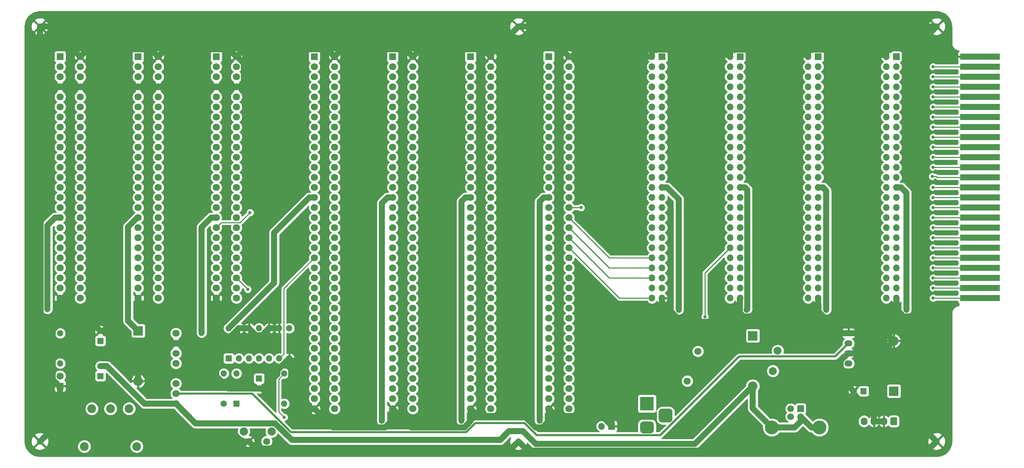
<source format=gbl>
G04 #@! TF.GenerationSoftware,KiCad,Pcbnew,(5.1.12)-1*
G04 #@! TF.CreationDate,2024-01-30T16:00:45+00:00*
G04 #@! TF.ProjectId,Backplane,4261636b-706c-4616-9e65-2e6b69636164,rev?*
G04 #@! TF.SameCoordinates,Original*
G04 #@! TF.FileFunction,Copper,L2,Bot*
G04 #@! TF.FilePolarity,Positive*
%FSLAX46Y46*%
G04 Gerber Fmt 4.6, Leading zero omitted, Abs format (unit mm)*
G04 Created by KiCad (PCBNEW (5.1.12)-1) date 2024-01-30 16:00:45*
%MOMM*%
%LPD*%
G01*
G04 APERTURE LIST*
G04 #@! TA.AperFunction,SMDPad,CuDef*
%ADD10R,10.000000X1.600000*%
G04 #@! TD*
G04 #@! TA.AperFunction,ComponentPad*
%ADD11R,2.000000X1.500000*%
G04 #@! TD*
G04 #@! TA.AperFunction,ComponentPad*
%ADD12O,2.000000X1.500000*%
G04 #@! TD*
G04 #@! TA.AperFunction,ComponentPad*
%ADD13O,1.600000X1.600000*%
G04 #@! TD*
G04 #@! TA.AperFunction,ComponentPad*
%ADD14R,1.600000X1.600000*%
G04 #@! TD*
G04 #@! TA.AperFunction,ComponentPad*
%ADD15C,1.600000*%
G04 #@! TD*
G04 #@! TA.AperFunction,ComponentPad*
%ADD16O,1.700000X1.700000*%
G04 #@! TD*
G04 #@! TA.AperFunction,ComponentPad*
%ADD17R,1.700000X1.700000*%
G04 #@! TD*
G04 #@! TA.AperFunction,ComponentPad*
%ADD18R,3.500000X3.500000*%
G04 #@! TD*
G04 #@! TA.AperFunction,ComponentPad*
%ADD19O,1.700000X1.950000*%
G04 #@! TD*
G04 #@! TA.AperFunction,ComponentPad*
%ADD20O,2.400000X2.400000*%
G04 #@! TD*
G04 #@! TA.AperFunction,ComponentPad*
%ADD21R,2.400000X2.400000*%
G04 #@! TD*
G04 #@! TA.AperFunction,ComponentPad*
%ADD22C,1.800000*%
G04 #@! TD*
G04 #@! TA.AperFunction,ComponentPad*
%ADD23R,1.800000X1.800000*%
G04 #@! TD*
G04 #@! TA.AperFunction,ComponentPad*
%ADD24C,2.100000*%
G04 #@! TD*
G04 #@! TA.AperFunction,ComponentPad*
%ADD25C,1.750000*%
G04 #@! TD*
G04 #@! TA.AperFunction,ComponentPad*
%ADD26C,2.200000*%
G04 #@! TD*
G04 #@! TA.AperFunction,ComponentPad*
%ADD27C,3.500000*%
G04 #@! TD*
G04 #@! TA.AperFunction,ComponentPad*
%ADD28C,1.700000*%
G04 #@! TD*
G04 #@! TA.AperFunction,ComponentPad*
%ADD29C,2.010000*%
G04 #@! TD*
G04 #@! TA.AperFunction,ViaPad*
%ADD30C,0.800000*%
G04 #@! TD*
G04 #@! TA.AperFunction,ViaPad*
%ADD31C,1.500000*%
G04 #@! TD*
G04 #@! TA.AperFunction,Conductor*
%ADD32C,0.250000*%
G04 #@! TD*
G04 #@! TA.AperFunction,Conductor*
%ADD33C,1.500000*%
G04 #@! TD*
G04 #@! TA.AperFunction,Conductor*
%ADD34C,0.500000*%
G04 #@! TD*
G04 #@! TA.AperFunction,Conductor*
%ADD35C,0.254000*%
G04 #@! TD*
G04 #@! TA.AperFunction,Conductor*
%ADD36C,0.100000*%
G04 #@! TD*
G04 APERTURE END LIST*
D10*
G04 #@! TO.P,J13,25*
G04 #@! TO.N,/CLK4*
X295380000Y-83820000D03*
G04 #@! TO.P,J13,24*
G04 #@! TO.N,/~EXP*
X295380000Y-81280000D03*
G04 #@! TO.P,J13,23*
G04 #@! TO.N,/CURSOR*
X295380000Y-78740000D03*
G04 #@! TO.P,J13,22*
G04 #@! TO.N,/~RAMRD*
X295380000Y-76200000D03*
G04 #@! TO.P,J13,21*
G04 #@! TO.N,/~ROMEN*
X295380000Y-73660000D03*
G04 #@! TO.P,J13,20*
G04 #@! TO.N,/~BRST*
X295380000Y-71120000D03*
G04 #@! TO.P,J13,19*
G04 #@! TO.N,/~BUSAK*
X295380000Y-68580000D03*
G04 #@! TO.P,J13,18*
G04 #@! TO.N,/~NMI*
X295380000Y-66040000D03*
G04 #@! TO.P,J13,17*
G04 #@! TO.N,/~HALT*
X295380000Y-63500000D03*
G04 #@! TO.P,J13,16*
G04 #@! TO.N,/~RD*
X295380000Y-60960000D03*
G04 #@! TO.P,J13,15*
G04 #@! TO.N,/~RFSH*
X295380000Y-58420000D03*
G04 #@! TO.P,J13,14*
G04 #@! TO.N,/~MREQ*
X295380000Y-55880000D03*
G04 #@! TO.P,J13,13*
G04 #@! TO.N,/D0*
X295380000Y-53340000D03*
G04 #@! TO.P,J13,12*
G04 #@! TO.N,/D2*
X295380000Y-50800000D03*
G04 #@! TO.P,J13,11*
G04 #@! TO.N,/D4*
X295380000Y-48260000D03*
G04 #@! TO.P,J13,10*
G04 #@! TO.N,/D6*
X295380000Y-45720000D03*
G04 #@! TO.P,J13,9*
G04 #@! TO.N,/A0*
X295380000Y-43180000D03*
G04 #@! TO.P,J13,8*
G04 #@! TO.N,/A2*
X295380000Y-40640000D03*
G04 #@! TO.P,J13,7*
G04 #@! TO.N,/A4*
X295380000Y-38100000D03*
G04 #@! TO.P,J13,6*
G04 #@! TO.N,/A6*
X295380000Y-35560000D03*
G04 #@! TO.P,J13,5*
G04 #@! TO.N,/A8*
X295380000Y-33020000D03*
G04 #@! TO.P,J13,4*
G04 #@! TO.N,/A10*
X295380000Y-30480000D03*
G04 #@! TO.P,J13,3*
G04 #@! TO.N,/A12*
X295380000Y-27940000D03*
G04 #@! TO.P,J13,2*
G04 #@! TO.N,/A14*
X295380000Y-25400000D03*
G04 #@! TO.P,J13,1*
G04 #@! TO.N,GND*
X295380000Y-22860000D03*
G04 #@! TD*
D11*
G04 #@! TO.P,U3,1*
G04 #@! TO.N,GND*
X262255000Y-92710000D03*
D12*
G04 #@! TO.P,U3,2*
G04 #@! TO.N,/SWITCHED_5V*
X262255000Y-95250000D03*
G04 #@! TO.P,U3,3*
G04 #@! TO.N,GND*
X262255000Y-97790000D03*
G04 #@! TO.P,U3,4*
G04 #@! TO.N,+12V*
X262255000Y-100330000D03*
G04 #@! TD*
D13*
G04 #@! TO.P,U2,14*
G04 #@! TO.N,+5V*
X106045000Y-91440000D03*
G04 #@! TO.P,U2,7*
G04 #@! TO.N,GND*
X121285000Y-99060000D03*
G04 #@! TO.P,U2,13*
X108585000Y-91440000D03*
G04 #@! TO.P,U2,6*
G04 #@! TO.N,/~RSET*
X118745000Y-99060000D03*
G04 #@! TO.P,U2,12*
G04 #@! TO.N,GND*
X111125000Y-91440000D03*
G04 #@! TO.P,U2,5*
G04 #@! TO.N,Net-(U2-Pad3)*
X116205000Y-99060000D03*
G04 #@! TO.P,U2,11*
G04 #@! TO.N,Net-(U2-Pad11)*
X113665000Y-91440000D03*
G04 #@! TO.P,U2,4*
G04 #@! TO.N,Net-(U2-Pad3)*
X113665000Y-99060000D03*
G04 #@! TO.P,U2,10*
G04 #@! TO.N,GND*
X116205000Y-91440000D03*
G04 #@! TO.P,U2,3*
G04 #@! TO.N,Net-(U2-Pad3)*
X111125000Y-99060000D03*
G04 #@! TO.P,U2,9*
G04 #@! TO.N,GND*
X118745000Y-91440000D03*
G04 #@! TO.P,U2,2*
G04 #@! TO.N,/~BRST*
X108585000Y-99060000D03*
G04 #@! TO.P,U2,8*
G04 #@! TO.N,Net-(U2-Pad8)*
X121285000Y-91440000D03*
D14*
G04 #@! TO.P,U2,1*
G04 #@! TO.N,Net-(C4-Pad1)*
X106045000Y-99060000D03*
G04 #@! TD*
D13*
G04 #@! TO.P,R3,2*
G04 #@! TO.N,+5V*
X120015000Y-110490000D03*
D15*
G04 #@! TO.P,R3,1*
G04 #@! TO.N,/~BRST*
X120015000Y-102870000D03*
G04 #@! TD*
D13*
G04 #@! TO.P,R2,2*
G04 #@! TO.N,Net-(C4-Pad1)*
X104775000Y-102870000D03*
D15*
G04 #@! TO.P,R2,1*
G04 #@! TO.N,+5V*
X104775000Y-110490000D03*
G04 #@! TD*
D16*
G04 #@! TO.P,J17,2*
G04 #@! TO.N,+5V*
X200025000Y-116205000D03*
D17*
G04 #@! TO.P,J17,1*
G04 #@! TO.N,GND*
X202565000Y-116205000D03*
G04 #@! TD*
G04 #@! TO.P,J16,3*
G04 #@! TO.N,N/C*
G04 #@! TA.AperFunction,ComponentPad*
G36*
G01*
X217030000Y-115240000D02*
X215280000Y-115240000D01*
G75*
G02*
X214405000Y-114365000I0J875000D01*
G01*
X214405000Y-112615000D01*
G75*
G02*
X215280000Y-111740000I875000J0D01*
G01*
X217030000Y-111740000D01*
G75*
G02*
X217905000Y-112615000I0J-875000D01*
G01*
X217905000Y-114365000D01*
G75*
G02*
X217030000Y-115240000I-875000J0D01*
G01*
G37*
G04 #@! TD.AperFunction*
G04 #@! TO.P,J16,2*
G04 #@! TO.N,Net-(J16-Pad2)*
G04 #@! TA.AperFunction,ComponentPad*
G36*
G01*
X212455000Y-117990000D02*
X210455000Y-117990000D01*
G75*
G02*
X209705000Y-117240000I0J750000D01*
G01*
X209705000Y-115740000D01*
G75*
G02*
X210455000Y-114990000I750000J0D01*
G01*
X212455000Y-114990000D01*
G75*
G02*
X213205000Y-115740000I0J-750000D01*
G01*
X213205000Y-117240000D01*
G75*
G02*
X212455000Y-117990000I-750000J0D01*
G01*
G37*
G04 #@! TD.AperFunction*
D18*
G04 #@! TO.P,J16,1*
G04 #@! TO.N,Net-(J16-Pad1)*
X211455000Y-110490000D03*
G04 #@! TD*
D19*
G04 #@! TO.P,J15,4*
G04 #@! TO.N,+12V*
X266185000Y-114935000D03*
G04 #@! TO.P,J15,3*
G04 #@! TO.N,GND*
X268685000Y-114935000D03*
G04 #@! TO.P,J15,2*
X271185000Y-114935000D03*
G04 #@! TO.P,J15,1*
G04 #@! TO.N,+5V*
G04 #@! TA.AperFunction,ComponentPad*
G36*
G01*
X274535000Y-114210000D02*
X274535000Y-115660000D01*
G75*
G02*
X274285000Y-115910000I-250000J0D01*
G01*
X273085000Y-115910000D01*
G75*
G02*
X272835000Y-115660000I0J250000D01*
G01*
X272835000Y-114210000D01*
G75*
G02*
X273085000Y-113960000I250000J0D01*
G01*
X274285000Y-113960000D01*
G75*
G02*
X274535000Y-114210000I0J-250000D01*
G01*
G37*
G04 #@! TD.AperFunction*
G04 #@! TD*
D20*
G04 #@! TO.P,D53,2*
G04 #@! TO.N,GND*
X273685000Y-94615000D03*
D21*
G04 #@! TO.P,D53,1*
G04 #@! TO.N,+12V*
X273685000Y-107315000D03*
G04 #@! TD*
D13*
G04 #@! TO.P,D52,2*
G04 #@! TO.N,Net-(C4-Pad1)*
X107950000Y-102870000D03*
D14*
G04 #@! TO.P,D52,1*
G04 #@! TO.N,+5V*
X107950000Y-110490000D03*
G04 #@! TD*
D15*
G04 #@! TO.P,C4,2*
G04 #@! TO.N,GND*
X113665000Y-106640000D03*
D14*
G04 #@! TO.P,C4,1*
G04 #@! TO.N,Net-(C4-Pad1)*
X113665000Y-104140000D03*
G04 #@! TD*
D15*
G04 #@! TO.P,C3,2*
G04 #@! TO.N,GND*
X263565000Y-107315000D03*
D14*
G04 #@! TO.P,C3,1*
G04 #@! TO.N,+12V*
X266065000Y-107315000D03*
G04 #@! TD*
D22*
G04 #@! TO.P,J11,50*
G04 #@! TO.N,/~EXP*
X68580000Y-83820000D03*
G04 #@! TO.P,J11,25*
G04 #@! TO.N,GND*
X63500000Y-83820000D03*
G04 #@! TO.P,J11,33*
G04 #@! TO.N,/A8*
X68580000Y-40640000D03*
G04 #@! TO.P,J11,34*
G04 #@! TO.N,/PA0*
X68580000Y-43180000D03*
G04 #@! TO.P,J11,35*
G04 #@! TO.N,/PA2*
X68580000Y-45720000D03*
G04 #@! TO.P,J11,36*
G04 #@! TO.N,/PA4*
X68580000Y-48260000D03*
G04 #@! TO.P,J11,37*
G04 #@! TO.N,/PA6*
X68580000Y-50800000D03*
G04 #@! TO.P,J11,38*
G04 #@! TO.N,/D6*
X68580000Y-53340000D03*
G04 #@! TO.P,J11,39*
G04 #@! TO.N,/D4*
X68580000Y-55880000D03*
G04 #@! TO.P,J11,40*
G04 #@! TO.N,/D2*
X68580000Y-58420000D03*
G04 #@! TO.P,J11,41*
G04 #@! TO.N,/D0*
X68580000Y-60960000D03*
G04 #@! TO.P,J11,42*
G04 #@! TO.N,/~RD*
X68580000Y-63500000D03*
G04 #@! TO.P,J11,43*
G04 #@! TO.N,/BDIR*
X68580000Y-66040000D03*
G04 #@! TO.P,J11,44*
G04 #@! TO.N,/BC1*
X68580000Y-68580000D03*
G04 #@! TO.P,J11,45*
G04 #@! TO.N,/MOTOR*
X68580000Y-71120000D03*
G04 #@! TO.P,J11,46*
G04 #@! TO.N,/PC0*
X68580000Y-73660000D03*
G04 #@! TO.P,J11,47*
G04 #@! TO.N,/PC2*
X68580000Y-76200000D03*
G04 #@! TO.P,J11,48*
G04 #@! TO.N,/~CPU_ADDR*
X68580000Y-78740000D03*
G04 #@! TO.P,J11,49*
G04 #@! TO.N,/PRTBSY*
X68580000Y-81280000D03*
G04 #@! TO.P,J11,24*
G04 #@! TO.N,/VSYNC*
X63500000Y-81280000D03*
G04 #@! TO.P,J11,23*
G04 #@! TO.N,/PC3*
X63500000Y-78740000D03*
G04 #@! TO.P,J11,22*
G04 #@! TO.N,/PC1*
X63500000Y-76200000D03*
G04 #@! TO.P,J11,21*
G04 #@! TO.N,/~RSET*
X63500000Y-73660000D03*
G04 #@! TO.P,J11,20*
G04 #@! TO.N,/~WR*
X63500000Y-71120000D03*
G04 #@! TO.P,J11,19*
G04 #@! TO.N,/~IORQ*
X63500000Y-68580000D03*
G04 #@! TO.P,J11,18*
G04 #@! TO.N,/~M1*
X63500000Y-66040000D03*
G04 #@! TO.P,J11,17*
G04 #@! TO.N,+5V*
X63500000Y-63500000D03*
G04 #@! TO.P,J11,16*
G04 #@! TO.N,/D1*
X63500000Y-60960000D03*
G04 #@! TO.P,J11,15*
G04 #@! TO.N,/D3*
X63500000Y-58420000D03*
G04 #@! TO.P,J11,14*
G04 #@! TO.N,/D5*
X63500000Y-55880000D03*
G04 #@! TO.P,J11,13*
G04 #@! TO.N,/D7*
X63500000Y-53340000D03*
G04 #@! TO.P,J11,12*
G04 #@! TO.N,/PA7*
X63500000Y-50800000D03*
G04 #@! TO.P,J11,11*
G04 #@! TO.N,/PA5*
X63500000Y-48260000D03*
G04 #@! TO.P,J11,10*
G04 #@! TO.N,/PA3*
X63500000Y-45720000D03*
G04 #@! TO.P,J11,9*
G04 #@! TO.N,/PA1*
X63500000Y-43180000D03*
G04 #@! TO.P,J11,8*
G04 #@! TO.N,/A9*
X63500000Y-40640000D03*
G04 #@! TO.P,J11,32*
G04 #@! TO.N,/A10*
X68580000Y-38100000D03*
G04 #@! TO.P,J11,31*
G04 #@! TO.N,/A12*
X68580000Y-35560000D03*
G04 #@! TO.P,J11,30*
G04 #@! TO.N,/A14*
X68580000Y-33020000D03*
G04 #@! TO.P,J11,29*
G04 #@! TO.N,GND*
X68580000Y-30480000D03*
G04 #@! TO.P,J11,28*
G04 #@! TO.N,/RIGHT*
X68580000Y-27940000D03*
G04 #@! TO.P,J11,27*
G04 #@! TO.N,/CASWR*
X68580000Y-25400000D03*
G04 #@! TO.P,J11,26*
G04 #@! TO.N,GND*
X68580000Y-22860000D03*
G04 #@! TO.P,J11,7*
G04 #@! TO.N,/A11*
X63500000Y-38100000D03*
G04 #@! TO.P,J11,6*
G04 #@! TO.N,/A13*
X63500000Y-35560000D03*
G04 #@! TO.P,J11,5*
G04 #@! TO.N,/A15*
X63500000Y-33020000D03*
G04 #@! TO.P,J11,4*
G04 #@! TO.N,GND*
X63500000Y-30480000D03*
G04 #@! TO.P,J11,3*
G04 #@! TO.N,/LEFT*
X63500000Y-27940000D03*
G04 #@! TO.P,J11,2*
G04 #@! TO.N,/CASRD*
X63500000Y-25400000D03*
D23*
G04 #@! TO.P,J11,1*
G04 #@! TO.N,/SOUND*
X63500000Y-22860000D03*
G04 #@! TD*
D22*
G04 #@! TO.P,J10,50*
G04 #@! TO.N,/~EXP*
X88265000Y-83820000D03*
G04 #@! TO.P,J10,25*
G04 #@! TO.N,GND*
X83185000Y-83820000D03*
G04 #@! TO.P,J10,33*
G04 #@! TO.N,/A8*
X88265000Y-40640000D03*
G04 #@! TO.P,J10,34*
G04 #@! TO.N,/PA0*
X88265000Y-43180000D03*
G04 #@! TO.P,J10,35*
G04 #@! TO.N,/PA2*
X88265000Y-45720000D03*
G04 #@! TO.P,J10,36*
G04 #@! TO.N,/PA4*
X88265000Y-48260000D03*
G04 #@! TO.P,J10,37*
G04 #@! TO.N,/PA6*
X88265000Y-50800000D03*
G04 #@! TO.P,J10,38*
G04 #@! TO.N,/D6*
X88265000Y-53340000D03*
G04 #@! TO.P,J10,39*
G04 #@! TO.N,/D4*
X88265000Y-55880000D03*
G04 #@! TO.P,J10,40*
G04 #@! TO.N,/D2*
X88265000Y-58420000D03*
G04 #@! TO.P,J10,41*
G04 #@! TO.N,/D0*
X88265000Y-60960000D03*
G04 #@! TO.P,J10,42*
G04 #@! TO.N,/~RD*
X88265000Y-63500000D03*
G04 #@! TO.P,J10,43*
G04 #@! TO.N,/BDIR*
X88265000Y-66040000D03*
G04 #@! TO.P,J10,44*
G04 #@! TO.N,/BC1*
X88265000Y-68580000D03*
G04 #@! TO.P,J10,45*
G04 #@! TO.N,/MOTOR*
X88265000Y-71120000D03*
G04 #@! TO.P,J10,46*
G04 #@! TO.N,/PC0*
X88265000Y-73660000D03*
G04 #@! TO.P,J10,47*
G04 #@! TO.N,/PC2*
X88265000Y-76200000D03*
G04 #@! TO.P,J10,48*
G04 #@! TO.N,/~CPU_ADDR*
X88265000Y-78740000D03*
G04 #@! TO.P,J10,49*
G04 #@! TO.N,/PRTBSY*
X88265000Y-81280000D03*
G04 #@! TO.P,J10,24*
G04 #@! TO.N,/VSYNC*
X83185000Y-81280000D03*
G04 #@! TO.P,J10,23*
G04 #@! TO.N,/PC3*
X83185000Y-78740000D03*
G04 #@! TO.P,J10,22*
G04 #@! TO.N,/PC1*
X83185000Y-76200000D03*
G04 #@! TO.P,J10,21*
G04 #@! TO.N,/~RSET*
X83185000Y-73660000D03*
G04 #@! TO.P,J10,20*
G04 #@! TO.N,/~WR*
X83185000Y-71120000D03*
G04 #@! TO.P,J10,19*
G04 #@! TO.N,/~IORQ*
X83185000Y-68580000D03*
G04 #@! TO.P,J10,18*
G04 #@! TO.N,/~M1*
X83185000Y-66040000D03*
G04 #@! TO.P,J10,17*
G04 #@! TO.N,+5V*
X83185000Y-63500000D03*
G04 #@! TO.P,J10,16*
G04 #@! TO.N,/D1*
X83185000Y-60960000D03*
G04 #@! TO.P,J10,15*
G04 #@! TO.N,/D3*
X83185000Y-58420000D03*
G04 #@! TO.P,J10,14*
G04 #@! TO.N,/D5*
X83185000Y-55880000D03*
G04 #@! TO.P,J10,13*
G04 #@! TO.N,/D7*
X83185000Y-53340000D03*
G04 #@! TO.P,J10,12*
G04 #@! TO.N,/PA7*
X83185000Y-50800000D03*
G04 #@! TO.P,J10,11*
G04 #@! TO.N,/PA5*
X83185000Y-48260000D03*
G04 #@! TO.P,J10,10*
G04 #@! TO.N,/PA3*
X83185000Y-45720000D03*
G04 #@! TO.P,J10,9*
G04 #@! TO.N,/PA1*
X83185000Y-43180000D03*
G04 #@! TO.P,J10,8*
G04 #@! TO.N,/A9*
X83185000Y-40640000D03*
G04 #@! TO.P,J10,32*
G04 #@! TO.N,/A10*
X88265000Y-38100000D03*
G04 #@! TO.P,J10,31*
G04 #@! TO.N,/A12*
X88265000Y-35560000D03*
G04 #@! TO.P,J10,30*
G04 #@! TO.N,/A14*
X88265000Y-33020000D03*
G04 #@! TO.P,J10,29*
G04 #@! TO.N,GND*
X88265000Y-30480000D03*
G04 #@! TO.P,J10,28*
G04 #@! TO.N,/RIGHT*
X88265000Y-27940000D03*
G04 #@! TO.P,J10,27*
G04 #@! TO.N,/CASWR*
X88265000Y-25400000D03*
G04 #@! TO.P,J10,26*
G04 #@! TO.N,GND*
X88265000Y-22860000D03*
G04 #@! TO.P,J10,7*
G04 #@! TO.N,/A11*
X83185000Y-38100000D03*
G04 #@! TO.P,J10,6*
G04 #@! TO.N,/A13*
X83185000Y-35560000D03*
G04 #@! TO.P,J10,5*
G04 #@! TO.N,/A15*
X83185000Y-33020000D03*
G04 #@! TO.P,J10,4*
G04 #@! TO.N,GND*
X83185000Y-30480000D03*
G04 #@! TO.P,J10,3*
G04 #@! TO.N,/LEFT*
X83185000Y-27940000D03*
G04 #@! TO.P,J10,2*
G04 #@! TO.N,/CASRD*
X83185000Y-25400000D03*
D23*
G04 #@! TO.P,J10,1*
G04 #@! TO.N,/SOUND*
X83185000Y-22860000D03*
G04 #@! TD*
D22*
G04 #@! TO.P,J9,50*
G04 #@! TO.N,/~EXP*
X107950000Y-83820000D03*
G04 #@! TO.P,J9,25*
G04 #@! TO.N,GND*
X102870000Y-83820000D03*
G04 #@! TO.P,J9,33*
G04 #@! TO.N,/A8*
X107950000Y-40640000D03*
G04 #@! TO.P,J9,34*
G04 #@! TO.N,/PA0*
X107950000Y-43180000D03*
G04 #@! TO.P,J9,35*
G04 #@! TO.N,/PA2*
X107950000Y-45720000D03*
G04 #@! TO.P,J9,36*
G04 #@! TO.N,/PA4*
X107950000Y-48260000D03*
G04 #@! TO.P,J9,37*
G04 #@! TO.N,/PA6*
X107950000Y-50800000D03*
G04 #@! TO.P,J9,38*
G04 #@! TO.N,/D6*
X107950000Y-53340000D03*
G04 #@! TO.P,J9,39*
G04 #@! TO.N,/D4*
X107950000Y-55880000D03*
G04 #@! TO.P,J9,40*
G04 #@! TO.N,/D2*
X107950000Y-58420000D03*
G04 #@! TO.P,J9,41*
G04 #@! TO.N,/D0*
X107950000Y-60960000D03*
G04 #@! TO.P,J9,42*
G04 #@! TO.N,/~RD*
X107950000Y-63500000D03*
G04 #@! TO.P,J9,43*
G04 #@! TO.N,/BDIR*
X107950000Y-66040000D03*
G04 #@! TO.P,J9,44*
G04 #@! TO.N,/BC1*
X107950000Y-68580000D03*
G04 #@! TO.P,J9,45*
G04 #@! TO.N,/MOTOR*
X107950000Y-71120000D03*
G04 #@! TO.P,J9,46*
G04 #@! TO.N,/PC0*
X107950000Y-73660000D03*
G04 #@! TO.P,J9,47*
G04 #@! TO.N,/PC2*
X107950000Y-76200000D03*
G04 #@! TO.P,J9,48*
G04 #@! TO.N,/~CPU_ADDR*
X107950000Y-78740000D03*
G04 #@! TO.P,J9,49*
G04 #@! TO.N,/PRTBSY*
X107950000Y-81280000D03*
G04 #@! TO.P,J9,24*
G04 #@! TO.N,/VSYNC*
X102870000Y-81280000D03*
G04 #@! TO.P,J9,23*
G04 #@! TO.N,/PC3*
X102870000Y-78740000D03*
G04 #@! TO.P,J9,22*
G04 #@! TO.N,/PC1*
X102870000Y-76200000D03*
G04 #@! TO.P,J9,21*
G04 #@! TO.N,/~RSET*
X102870000Y-73660000D03*
G04 #@! TO.P,J9,20*
G04 #@! TO.N,/~WR*
X102870000Y-71120000D03*
G04 #@! TO.P,J9,19*
G04 #@! TO.N,/~IORQ*
X102870000Y-68580000D03*
G04 #@! TO.P,J9,18*
G04 #@! TO.N,/~M1*
X102870000Y-66040000D03*
G04 #@! TO.P,J9,17*
G04 #@! TO.N,+5V*
X102870000Y-63500000D03*
G04 #@! TO.P,J9,16*
G04 #@! TO.N,/D1*
X102870000Y-60960000D03*
G04 #@! TO.P,J9,15*
G04 #@! TO.N,/D3*
X102870000Y-58420000D03*
G04 #@! TO.P,J9,14*
G04 #@! TO.N,/D5*
X102870000Y-55880000D03*
G04 #@! TO.P,J9,13*
G04 #@! TO.N,/D7*
X102870000Y-53340000D03*
G04 #@! TO.P,J9,12*
G04 #@! TO.N,/PA7*
X102870000Y-50800000D03*
G04 #@! TO.P,J9,11*
G04 #@! TO.N,/PA5*
X102870000Y-48260000D03*
G04 #@! TO.P,J9,10*
G04 #@! TO.N,/PA3*
X102870000Y-45720000D03*
G04 #@! TO.P,J9,9*
G04 #@! TO.N,/PA1*
X102870000Y-43180000D03*
G04 #@! TO.P,J9,8*
G04 #@! TO.N,/A9*
X102870000Y-40640000D03*
G04 #@! TO.P,J9,32*
G04 #@! TO.N,/A10*
X107950000Y-38100000D03*
G04 #@! TO.P,J9,31*
G04 #@! TO.N,/A12*
X107950000Y-35560000D03*
G04 #@! TO.P,J9,30*
G04 #@! TO.N,/A14*
X107950000Y-33020000D03*
G04 #@! TO.P,J9,29*
G04 #@! TO.N,GND*
X107950000Y-30480000D03*
G04 #@! TO.P,J9,28*
G04 #@! TO.N,/RIGHT*
X107950000Y-27940000D03*
G04 #@! TO.P,J9,27*
G04 #@! TO.N,/CASWR*
X107950000Y-25400000D03*
G04 #@! TO.P,J9,26*
G04 #@! TO.N,GND*
X107950000Y-22860000D03*
G04 #@! TO.P,J9,7*
G04 #@! TO.N,/A11*
X102870000Y-38100000D03*
G04 #@! TO.P,J9,6*
G04 #@! TO.N,/A13*
X102870000Y-35560000D03*
G04 #@! TO.P,J9,5*
G04 #@! TO.N,/A15*
X102870000Y-33020000D03*
G04 #@! TO.P,J9,4*
G04 #@! TO.N,GND*
X102870000Y-30480000D03*
G04 #@! TO.P,J9,3*
G04 #@! TO.N,/LEFT*
X102870000Y-27940000D03*
G04 #@! TO.P,J9,2*
G04 #@! TO.N,/CASRD*
X102870000Y-25400000D03*
D23*
G04 #@! TO.P,J9,1*
G04 #@! TO.N,/SOUND*
X102870000Y-22860000D03*
G04 #@! TD*
D22*
G04 #@! TO.P,J8,72*
G04 #@! TO.N,/SPARE5*
X132715000Y-111760000D03*
G04 #@! TO.P,J8,71*
G04 #@! TO.N,/RD0*
X132715000Y-109220000D03*
G04 #@! TO.P,J8,70*
G04 #@! TO.N,/RD2*
X132715000Y-106680000D03*
G04 #@! TO.P,J8,69*
G04 #@! TO.N,/RD4*
X132715000Y-104140000D03*
G04 #@! TO.P,J8,68*
G04 #@! TO.N,/RD6*
X132715000Y-101600000D03*
G04 #@! TO.P,J8,67*
G04 #@! TO.N,/SPARE4*
X132715000Y-99060000D03*
G04 #@! TO.P,J8,66*
G04 #@! TO.N,/RAMA16*
X132715000Y-96520000D03*
G04 #@! TO.P,J8,65*
G04 #@! TO.N,/RAMA18*
X132715000Y-93980000D03*
G04 #@! TO.P,J8,64*
G04 #@! TO.N,/~RAMCS*
X132715000Y-91440000D03*
G04 #@! TO.P,J8,63*
G04 #@! TO.N,/~MWE*
X132715000Y-88900000D03*
G04 #@! TO.P,J8,62*
G04 #@! TO.N,/~RAS*
X132715000Y-86360000D03*
G04 #@! TO.P,J8,61*
G04 #@! TO.N,/~CPU_ADDR*
X132715000Y-83820000D03*
G04 #@! TO.P,J8,60*
G04 #@! TO.N,/~XCPU_AD*
X132715000Y-81280000D03*
G04 #@! TO.P,J8,59*
G04 #@! TO.N,/~244EN*
X132715000Y-78740000D03*
G04 #@! TO.P,J8,58*
G04 #@! TO.N,/~CAS*
X132715000Y-76200000D03*
G04 #@! TO.P,J8,57*
G04 #@! TO.N,/~MA0_CCLK*
X132715000Y-73660000D03*
G04 #@! TO.P,J8,56*
G04 #@! TO.N,/CLK4*
X132715000Y-71120000D03*
G04 #@! TO.P,J8,55*
G04 #@! TO.N,/CURSOR*
X132715000Y-68580000D03*
G04 #@! TO.P,J8,54*
G04 #@! TO.N,/~RAMRD*
X132715000Y-66040000D03*
G04 #@! TO.P,J8,53*
G04 #@! TO.N,/~ROMEN*
X132715000Y-63500000D03*
G04 #@! TO.P,J8,52*
G04 #@! TO.N,/~RD*
X132715000Y-60960000D03*
G04 #@! TO.P,J8,51*
G04 #@! TO.N,/~MREQ*
X132715000Y-58420000D03*
G04 #@! TO.P,J8,50*
G04 #@! TO.N,/D0*
X132715000Y-55880000D03*
G04 #@! TO.P,J8,25*
G04 #@! TO.N,/VSYNC*
X127635000Y-83820000D03*
G04 #@! TO.P,J8,33*
G04 #@! TO.N,/RD5*
X127635000Y-104140000D03*
G04 #@! TO.P,J8,34*
G04 #@! TO.N,/RD3*
X127635000Y-106680000D03*
G04 #@! TO.P,J8,35*
G04 #@! TO.N,/RD1*
X127635000Y-109220000D03*
G04 #@! TO.P,J8,36*
G04 #@! TO.N,GND*
X127635000Y-111760000D03*
G04 #@! TO.P,J8,37*
X132715000Y-22860000D03*
G04 #@! TO.P,J8,38*
G04 #@! TO.N,/A14OUT*
X132715000Y-25400000D03*
G04 #@! TO.P,J8,39*
G04 #@! TO.N,/A14*
X132715000Y-27940000D03*
G04 #@! TO.P,J8,40*
G04 #@! TO.N,/A12*
X132715000Y-30480000D03*
G04 #@! TO.P,J8,41*
G04 #@! TO.N,/A10*
X132715000Y-33020000D03*
G04 #@! TO.P,J8,42*
G04 #@! TO.N,/A8*
X132715000Y-35560000D03*
G04 #@! TO.P,J8,43*
G04 #@! TO.N,/A6*
X132715000Y-38100000D03*
G04 #@! TO.P,J8,44*
G04 #@! TO.N,/A4*
X132715000Y-40640000D03*
G04 #@! TO.P,J8,45*
G04 #@! TO.N,/A2*
X132715000Y-43180000D03*
G04 #@! TO.P,J8,46*
G04 #@! TO.N,/A0*
X132715000Y-45720000D03*
G04 #@! TO.P,J8,47*
G04 #@! TO.N,/D6*
X132715000Y-48260000D03*
G04 #@! TO.P,J8,48*
G04 #@! TO.N,/D4*
X132715000Y-50800000D03*
G04 #@! TO.P,J8,49*
G04 #@! TO.N,/D2*
X132715000Y-53340000D03*
G04 #@! TO.P,J8,24*
G04 #@! TO.N,/LPEN*
X127635000Y-81280000D03*
G04 #@! TO.P,J8,23*
G04 #@! TO.N,/RAMDIS*
X127635000Y-78740000D03*
G04 #@! TO.P,J8,22*
G04 #@! TO.N,/SPARE2*
X127635000Y-76200000D03*
G04 #@! TO.P,J8,21*
G04 #@! TO.N,/~RSET*
X127635000Y-73660000D03*
G04 #@! TO.P,J8,20*
G04 #@! TO.N,/READY*
X127635000Y-71120000D03*
G04 #@! TO.P,J8,19*
G04 #@! TO.N,/~INT*
X127635000Y-68580000D03*
G04 #@! TO.P,J8,18*
G04 #@! TO.N,/~WR*
X127635000Y-66040000D03*
G04 #@! TO.P,J8,17*
G04 #@! TO.N,/~IORQ*
X127635000Y-63500000D03*
G04 #@! TO.P,J8,16*
G04 #@! TO.N,/~M1*
X127635000Y-60960000D03*
G04 #@! TO.P,J8,15*
G04 #@! TO.N,+5V*
X127635000Y-58420000D03*
G04 #@! TO.P,J8,14*
G04 #@! TO.N,/D1*
X127635000Y-55880000D03*
G04 #@! TO.P,J8,13*
G04 #@! TO.N,/D3*
X127635000Y-53340000D03*
G04 #@! TO.P,J8,12*
G04 #@! TO.N,/D5*
X127635000Y-50800000D03*
G04 #@! TO.P,J8,11*
G04 #@! TO.N,/D7*
X127635000Y-48260000D03*
G04 #@! TO.P,J8,10*
G04 #@! TO.N,/A1*
X127635000Y-45720000D03*
G04 #@! TO.P,J8,9*
G04 #@! TO.N,/A3*
X127635000Y-43180000D03*
G04 #@! TO.P,J8,8*
G04 #@! TO.N,/A5*
X127635000Y-40640000D03*
G04 #@! TO.P,J8,32*
G04 #@! TO.N,/RD7*
X127635000Y-101600000D03*
G04 #@! TO.P,J8,31*
G04 #@! TO.N,/SPARE3*
X127635000Y-99060000D03*
G04 #@! TO.P,J8,30*
G04 #@! TO.N,/RAMA17*
X127635000Y-96520000D03*
G04 #@! TO.P,J8,29*
G04 #@! TO.N,/~RAMWE*
X127635000Y-93980000D03*
G04 #@! TO.P,J8,28*
G04 #@! TO.N,/~RAMOE*
X127635000Y-91440000D03*
G04 #@! TO.P,J8,27*
G04 #@! TO.N,/DISPEN*
X127635000Y-88900000D03*
G04 #@! TO.P,J8,26*
G04 #@! TO.N,/HSYNC*
X127635000Y-86360000D03*
G04 #@! TO.P,J8,7*
G04 #@! TO.N,/A7*
X127635000Y-38100000D03*
G04 #@! TO.P,J8,6*
G04 #@! TO.N,/A9*
X127635000Y-35560000D03*
G04 #@! TO.P,J8,5*
G04 #@! TO.N,/A11*
X127635000Y-33020000D03*
G04 #@! TO.P,J8,4*
G04 #@! TO.N,/A13*
X127635000Y-30480000D03*
G04 #@! TO.P,J8,3*
G04 #@! TO.N,/A15*
X127635000Y-27940000D03*
G04 #@! TO.P,J8,2*
G04 #@! TO.N,/A15OUT*
X127635000Y-25400000D03*
D23*
G04 #@! TO.P,J8,1*
G04 #@! TO.N,/SPARE1*
X127635000Y-22860000D03*
G04 #@! TD*
D22*
G04 #@! TO.P,J7,72*
G04 #@! TO.N,/SPARE5*
X152400000Y-111760000D03*
G04 #@! TO.P,J7,71*
G04 #@! TO.N,/RD0*
X152400000Y-109220000D03*
G04 #@! TO.P,J7,70*
G04 #@! TO.N,/RD2*
X152400000Y-106680000D03*
G04 #@! TO.P,J7,69*
G04 #@! TO.N,/RD4*
X152400000Y-104140000D03*
G04 #@! TO.P,J7,68*
G04 #@! TO.N,/RD6*
X152400000Y-101600000D03*
G04 #@! TO.P,J7,67*
G04 #@! TO.N,/SPARE4*
X152400000Y-99060000D03*
G04 #@! TO.P,J7,66*
G04 #@! TO.N,/RAMA16*
X152400000Y-96520000D03*
G04 #@! TO.P,J7,65*
G04 #@! TO.N,/RAMA18*
X152400000Y-93980000D03*
G04 #@! TO.P,J7,64*
G04 #@! TO.N,/~RAMCS*
X152400000Y-91440000D03*
G04 #@! TO.P,J7,63*
G04 #@! TO.N,/~MWE*
X152400000Y-88900000D03*
G04 #@! TO.P,J7,62*
G04 #@! TO.N,/~RAS*
X152400000Y-86360000D03*
G04 #@! TO.P,J7,61*
G04 #@! TO.N,/~CPU_ADDR*
X152400000Y-83820000D03*
G04 #@! TO.P,J7,60*
G04 #@! TO.N,/~XCPU_AD*
X152400000Y-81280000D03*
G04 #@! TO.P,J7,59*
G04 #@! TO.N,/~244EN*
X152400000Y-78740000D03*
G04 #@! TO.P,J7,58*
G04 #@! TO.N,/~CAS*
X152400000Y-76200000D03*
G04 #@! TO.P,J7,57*
G04 #@! TO.N,/~MA0_CCLK*
X152400000Y-73660000D03*
G04 #@! TO.P,J7,56*
G04 #@! TO.N,/CLK4*
X152400000Y-71120000D03*
G04 #@! TO.P,J7,55*
G04 #@! TO.N,/CURSOR*
X152400000Y-68580000D03*
G04 #@! TO.P,J7,54*
G04 #@! TO.N,/~RAMRD*
X152400000Y-66040000D03*
G04 #@! TO.P,J7,53*
G04 #@! TO.N,/~ROMEN*
X152400000Y-63500000D03*
G04 #@! TO.P,J7,52*
G04 #@! TO.N,/~RD*
X152400000Y-60960000D03*
G04 #@! TO.P,J7,51*
G04 #@! TO.N,/~MREQ*
X152400000Y-58420000D03*
G04 #@! TO.P,J7,50*
G04 #@! TO.N,/D0*
X152400000Y-55880000D03*
G04 #@! TO.P,J7,25*
G04 #@! TO.N,/VSYNC*
X147320000Y-83820000D03*
G04 #@! TO.P,J7,33*
G04 #@! TO.N,/RD5*
X147320000Y-104140000D03*
G04 #@! TO.P,J7,34*
G04 #@! TO.N,/RD3*
X147320000Y-106680000D03*
G04 #@! TO.P,J7,35*
G04 #@! TO.N,/RD1*
X147320000Y-109220000D03*
G04 #@! TO.P,J7,36*
G04 #@! TO.N,GND*
X147320000Y-111760000D03*
G04 #@! TO.P,J7,37*
X152400000Y-22860000D03*
G04 #@! TO.P,J7,38*
G04 #@! TO.N,/A14OUT*
X152400000Y-25400000D03*
G04 #@! TO.P,J7,39*
G04 #@! TO.N,/A14*
X152400000Y-27940000D03*
G04 #@! TO.P,J7,40*
G04 #@! TO.N,/A12*
X152400000Y-30480000D03*
G04 #@! TO.P,J7,41*
G04 #@! TO.N,/A10*
X152400000Y-33020000D03*
G04 #@! TO.P,J7,42*
G04 #@! TO.N,/A8*
X152400000Y-35560000D03*
G04 #@! TO.P,J7,43*
G04 #@! TO.N,/A6*
X152400000Y-38100000D03*
G04 #@! TO.P,J7,44*
G04 #@! TO.N,/A4*
X152400000Y-40640000D03*
G04 #@! TO.P,J7,45*
G04 #@! TO.N,/A2*
X152400000Y-43180000D03*
G04 #@! TO.P,J7,46*
G04 #@! TO.N,/A0*
X152400000Y-45720000D03*
G04 #@! TO.P,J7,47*
G04 #@! TO.N,/D6*
X152400000Y-48260000D03*
G04 #@! TO.P,J7,48*
G04 #@! TO.N,/D4*
X152400000Y-50800000D03*
G04 #@! TO.P,J7,49*
G04 #@! TO.N,/D2*
X152400000Y-53340000D03*
G04 #@! TO.P,J7,24*
G04 #@! TO.N,/LPEN*
X147320000Y-81280000D03*
G04 #@! TO.P,J7,23*
G04 #@! TO.N,/RAMDIS*
X147320000Y-78740000D03*
G04 #@! TO.P,J7,22*
G04 #@! TO.N,/SPARE2*
X147320000Y-76200000D03*
G04 #@! TO.P,J7,21*
G04 #@! TO.N,/~RSET*
X147320000Y-73660000D03*
G04 #@! TO.P,J7,20*
G04 #@! TO.N,/READY*
X147320000Y-71120000D03*
G04 #@! TO.P,J7,19*
G04 #@! TO.N,/~INT*
X147320000Y-68580000D03*
G04 #@! TO.P,J7,18*
G04 #@! TO.N,/~WR*
X147320000Y-66040000D03*
G04 #@! TO.P,J7,17*
G04 #@! TO.N,/~IORQ*
X147320000Y-63500000D03*
G04 #@! TO.P,J7,16*
G04 #@! TO.N,/~M1*
X147320000Y-60960000D03*
G04 #@! TO.P,J7,15*
G04 #@! TO.N,+5V*
X147320000Y-58420000D03*
G04 #@! TO.P,J7,14*
G04 #@! TO.N,/D1*
X147320000Y-55880000D03*
G04 #@! TO.P,J7,13*
G04 #@! TO.N,/D3*
X147320000Y-53340000D03*
G04 #@! TO.P,J7,12*
G04 #@! TO.N,/D5*
X147320000Y-50800000D03*
G04 #@! TO.P,J7,11*
G04 #@! TO.N,/D7*
X147320000Y-48260000D03*
G04 #@! TO.P,J7,10*
G04 #@! TO.N,/A1*
X147320000Y-45720000D03*
G04 #@! TO.P,J7,9*
G04 #@! TO.N,/A3*
X147320000Y-43180000D03*
G04 #@! TO.P,J7,8*
G04 #@! TO.N,/A5*
X147320000Y-40640000D03*
G04 #@! TO.P,J7,32*
G04 #@! TO.N,/RD7*
X147320000Y-101600000D03*
G04 #@! TO.P,J7,31*
G04 #@! TO.N,/SPARE3*
X147320000Y-99060000D03*
G04 #@! TO.P,J7,30*
G04 #@! TO.N,/RAMA17*
X147320000Y-96520000D03*
G04 #@! TO.P,J7,29*
G04 #@! TO.N,/~RAMWE*
X147320000Y-93980000D03*
G04 #@! TO.P,J7,28*
G04 #@! TO.N,/~RAMOE*
X147320000Y-91440000D03*
G04 #@! TO.P,J7,27*
G04 #@! TO.N,/DISPEN*
X147320000Y-88900000D03*
G04 #@! TO.P,J7,26*
G04 #@! TO.N,/HSYNC*
X147320000Y-86360000D03*
G04 #@! TO.P,J7,7*
G04 #@! TO.N,/A7*
X147320000Y-38100000D03*
G04 #@! TO.P,J7,6*
G04 #@! TO.N,/A9*
X147320000Y-35560000D03*
G04 #@! TO.P,J7,5*
G04 #@! TO.N,/A11*
X147320000Y-33020000D03*
G04 #@! TO.P,J7,4*
G04 #@! TO.N,/A13*
X147320000Y-30480000D03*
G04 #@! TO.P,J7,3*
G04 #@! TO.N,/A15*
X147320000Y-27940000D03*
G04 #@! TO.P,J7,2*
G04 #@! TO.N,/A15OUT*
X147320000Y-25400000D03*
D23*
G04 #@! TO.P,J7,1*
G04 #@! TO.N,/SPARE1*
X147320000Y-22860000D03*
G04 #@! TD*
D22*
G04 #@! TO.P,J6,72*
G04 #@! TO.N,/SPARE5*
X172085000Y-111760000D03*
G04 #@! TO.P,J6,71*
G04 #@! TO.N,/RD0*
X172085000Y-109220000D03*
G04 #@! TO.P,J6,70*
G04 #@! TO.N,/RD2*
X172085000Y-106680000D03*
G04 #@! TO.P,J6,69*
G04 #@! TO.N,/RD4*
X172085000Y-104140000D03*
G04 #@! TO.P,J6,68*
G04 #@! TO.N,/RD6*
X172085000Y-101600000D03*
G04 #@! TO.P,J6,67*
G04 #@! TO.N,/SPARE4*
X172085000Y-99060000D03*
G04 #@! TO.P,J6,66*
G04 #@! TO.N,/RAMA16*
X172085000Y-96520000D03*
G04 #@! TO.P,J6,65*
G04 #@! TO.N,/RAMA18*
X172085000Y-93980000D03*
G04 #@! TO.P,J6,64*
G04 #@! TO.N,/~RAMCS*
X172085000Y-91440000D03*
G04 #@! TO.P,J6,63*
G04 #@! TO.N,/~MWE*
X172085000Y-88900000D03*
G04 #@! TO.P,J6,62*
G04 #@! TO.N,/~RAS*
X172085000Y-86360000D03*
G04 #@! TO.P,J6,61*
G04 #@! TO.N,/~CPU_ADDR*
X172085000Y-83820000D03*
G04 #@! TO.P,J6,60*
G04 #@! TO.N,/~XCPU_AD*
X172085000Y-81280000D03*
G04 #@! TO.P,J6,59*
G04 #@! TO.N,/~244EN*
X172085000Y-78740000D03*
G04 #@! TO.P,J6,58*
G04 #@! TO.N,/~CAS*
X172085000Y-76200000D03*
G04 #@! TO.P,J6,57*
G04 #@! TO.N,/~MA0_CCLK*
X172085000Y-73660000D03*
G04 #@! TO.P,J6,56*
G04 #@! TO.N,/CLK4*
X172085000Y-71120000D03*
G04 #@! TO.P,J6,55*
G04 #@! TO.N,/CURSOR*
X172085000Y-68580000D03*
G04 #@! TO.P,J6,54*
G04 #@! TO.N,/~RAMRD*
X172085000Y-66040000D03*
G04 #@! TO.P,J6,53*
G04 #@! TO.N,/~ROMEN*
X172085000Y-63500000D03*
G04 #@! TO.P,J6,52*
G04 #@! TO.N,/~RD*
X172085000Y-60960000D03*
G04 #@! TO.P,J6,51*
G04 #@! TO.N,/~MREQ*
X172085000Y-58420000D03*
G04 #@! TO.P,J6,50*
G04 #@! TO.N,/D0*
X172085000Y-55880000D03*
G04 #@! TO.P,J6,25*
G04 #@! TO.N,/VSYNC*
X167005000Y-83820000D03*
G04 #@! TO.P,J6,33*
G04 #@! TO.N,/RD5*
X167005000Y-104140000D03*
G04 #@! TO.P,J6,34*
G04 #@! TO.N,/RD3*
X167005000Y-106680000D03*
G04 #@! TO.P,J6,35*
G04 #@! TO.N,/RD1*
X167005000Y-109220000D03*
G04 #@! TO.P,J6,36*
G04 #@! TO.N,GND*
X167005000Y-111760000D03*
G04 #@! TO.P,J6,37*
X172085000Y-22860000D03*
G04 #@! TO.P,J6,38*
G04 #@! TO.N,/A14OUT*
X172085000Y-25400000D03*
G04 #@! TO.P,J6,39*
G04 #@! TO.N,/A14*
X172085000Y-27940000D03*
G04 #@! TO.P,J6,40*
G04 #@! TO.N,/A12*
X172085000Y-30480000D03*
G04 #@! TO.P,J6,41*
G04 #@! TO.N,/A10*
X172085000Y-33020000D03*
G04 #@! TO.P,J6,42*
G04 #@! TO.N,/A8*
X172085000Y-35560000D03*
G04 #@! TO.P,J6,43*
G04 #@! TO.N,/A6*
X172085000Y-38100000D03*
G04 #@! TO.P,J6,44*
G04 #@! TO.N,/A4*
X172085000Y-40640000D03*
G04 #@! TO.P,J6,45*
G04 #@! TO.N,/A2*
X172085000Y-43180000D03*
G04 #@! TO.P,J6,46*
G04 #@! TO.N,/A0*
X172085000Y-45720000D03*
G04 #@! TO.P,J6,47*
G04 #@! TO.N,/D6*
X172085000Y-48260000D03*
G04 #@! TO.P,J6,48*
G04 #@! TO.N,/D4*
X172085000Y-50800000D03*
G04 #@! TO.P,J6,49*
G04 #@! TO.N,/D2*
X172085000Y-53340000D03*
G04 #@! TO.P,J6,24*
G04 #@! TO.N,/LPEN*
X167005000Y-81280000D03*
G04 #@! TO.P,J6,23*
G04 #@! TO.N,/RAMDIS*
X167005000Y-78740000D03*
G04 #@! TO.P,J6,22*
G04 #@! TO.N,/SPARE2*
X167005000Y-76200000D03*
G04 #@! TO.P,J6,21*
G04 #@! TO.N,/~RSET*
X167005000Y-73660000D03*
G04 #@! TO.P,J6,20*
G04 #@! TO.N,/READY*
X167005000Y-71120000D03*
G04 #@! TO.P,J6,19*
G04 #@! TO.N,/~INT*
X167005000Y-68580000D03*
G04 #@! TO.P,J6,18*
G04 #@! TO.N,/~WR*
X167005000Y-66040000D03*
G04 #@! TO.P,J6,17*
G04 #@! TO.N,/~IORQ*
X167005000Y-63500000D03*
G04 #@! TO.P,J6,16*
G04 #@! TO.N,/~M1*
X167005000Y-60960000D03*
G04 #@! TO.P,J6,15*
G04 #@! TO.N,+5V*
X167005000Y-58420000D03*
G04 #@! TO.P,J6,14*
G04 #@! TO.N,/D1*
X167005000Y-55880000D03*
G04 #@! TO.P,J6,13*
G04 #@! TO.N,/D3*
X167005000Y-53340000D03*
G04 #@! TO.P,J6,12*
G04 #@! TO.N,/D5*
X167005000Y-50800000D03*
G04 #@! TO.P,J6,11*
G04 #@! TO.N,/D7*
X167005000Y-48260000D03*
G04 #@! TO.P,J6,10*
G04 #@! TO.N,/A1*
X167005000Y-45720000D03*
G04 #@! TO.P,J6,9*
G04 #@! TO.N,/A3*
X167005000Y-43180000D03*
G04 #@! TO.P,J6,8*
G04 #@! TO.N,/A5*
X167005000Y-40640000D03*
G04 #@! TO.P,J6,32*
G04 #@! TO.N,/RD7*
X167005000Y-101600000D03*
G04 #@! TO.P,J6,31*
G04 #@! TO.N,/SPARE3*
X167005000Y-99060000D03*
G04 #@! TO.P,J6,30*
G04 #@! TO.N,/RAMA17*
X167005000Y-96520000D03*
G04 #@! TO.P,J6,29*
G04 #@! TO.N,/~RAMWE*
X167005000Y-93980000D03*
G04 #@! TO.P,J6,28*
G04 #@! TO.N,/~RAMOE*
X167005000Y-91440000D03*
G04 #@! TO.P,J6,27*
G04 #@! TO.N,/DISPEN*
X167005000Y-88900000D03*
G04 #@! TO.P,J6,26*
G04 #@! TO.N,/HSYNC*
X167005000Y-86360000D03*
G04 #@! TO.P,J6,7*
G04 #@! TO.N,/A7*
X167005000Y-38100000D03*
G04 #@! TO.P,J6,6*
G04 #@! TO.N,/A9*
X167005000Y-35560000D03*
G04 #@! TO.P,J6,5*
G04 #@! TO.N,/A11*
X167005000Y-33020000D03*
G04 #@! TO.P,J6,4*
G04 #@! TO.N,/A13*
X167005000Y-30480000D03*
G04 #@! TO.P,J6,3*
G04 #@! TO.N,/A15*
X167005000Y-27940000D03*
G04 #@! TO.P,J6,2*
G04 #@! TO.N,/A15OUT*
X167005000Y-25400000D03*
D23*
G04 #@! TO.P,J6,1*
G04 #@! TO.N,/SPARE1*
X167005000Y-22860000D03*
G04 #@! TD*
D22*
G04 #@! TO.P,J5,72*
G04 #@! TO.N,/SPARE5*
X191770000Y-111760000D03*
G04 #@! TO.P,J5,71*
G04 #@! TO.N,/RD0*
X191770000Y-109220000D03*
G04 #@! TO.P,J5,70*
G04 #@! TO.N,/RD2*
X191770000Y-106680000D03*
G04 #@! TO.P,J5,69*
G04 #@! TO.N,/RD4*
X191770000Y-104140000D03*
G04 #@! TO.P,J5,68*
G04 #@! TO.N,/RD6*
X191770000Y-101600000D03*
G04 #@! TO.P,J5,67*
G04 #@! TO.N,/SPARE4*
X191770000Y-99060000D03*
G04 #@! TO.P,J5,66*
G04 #@! TO.N,/RAMA16*
X191770000Y-96520000D03*
G04 #@! TO.P,J5,65*
G04 #@! TO.N,/RAMA18*
X191770000Y-93980000D03*
G04 #@! TO.P,J5,64*
G04 #@! TO.N,/~RAMCS*
X191770000Y-91440000D03*
G04 #@! TO.P,J5,63*
G04 #@! TO.N,/~MWE*
X191770000Y-88900000D03*
G04 #@! TO.P,J5,62*
G04 #@! TO.N,/~RAS*
X191770000Y-86360000D03*
G04 #@! TO.P,J5,61*
G04 #@! TO.N,/~CPU_ADDR*
X191770000Y-83820000D03*
G04 #@! TO.P,J5,60*
G04 #@! TO.N,/~XCPU_AD*
X191770000Y-81280000D03*
G04 #@! TO.P,J5,59*
G04 #@! TO.N,/~244EN*
X191770000Y-78740000D03*
G04 #@! TO.P,J5,58*
G04 #@! TO.N,/~CAS*
X191770000Y-76200000D03*
G04 #@! TO.P,J5,57*
G04 #@! TO.N,/~MA0_CCLK*
X191770000Y-73660000D03*
G04 #@! TO.P,J5,56*
G04 #@! TO.N,/CLK4*
X191770000Y-71120000D03*
G04 #@! TO.P,J5,55*
G04 #@! TO.N,/CURSOR*
X191770000Y-68580000D03*
G04 #@! TO.P,J5,54*
G04 #@! TO.N,/~RAMRD*
X191770000Y-66040000D03*
G04 #@! TO.P,J5,53*
G04 #@! TO.N,/~ROMEN*
X191770000Y-63500000D03*
G04 #@! TO.P,J5,52*
G04 #@! TO.N,/~RD*
X191770000Y-60960000D03*
G04 #@! TO.P,J5,51*
G04 #@! TO.N,/~MREQ*
X191770000Y-58420000D03*
G04 #@! TO.P,J5,50*
G04 #@! TO.N,/D0*
X191770000Y-55880000D03*
G04 #@! TO.P,J5,25*
G04 #@! TO.N,/VSYNC*
X186690000Y-83820000D03*
G04 #@! TO.P,J5,33*
G04 #@! TO.N,/RD5*
X186690000Y-104140000D03*
G04 #@! TO.P,J5,34*
G04 #@! TO.N,/RD3*
X186690000Y-106680000D03*
G04 #@! TO.P,J5,35*
G04 #@! TO.N,/RD1*
X186690000Y-109220000D03*
G04 #@! TO.P,J5,36*
G04 #@! TO.N,GND*
X186690000Y-111760000D03*
G04 #@! TO.P,J5,37*
X191770000Y-22860000D03*
G04 #@! TO.P,J5,38*
G04 #@! TO.N,/A14OUT*
X191770000Y-25400000D03*
G04 #@! TO.P,J5,39*
G04 #@! TO.N,/A14*
X191770000Y-27940000D03*
G04 #@! TO.P,J5,40*
G04 #@! TO.N,/A12*
X191770000Y-30480000D03*
G04 #@! TO.P,J5,41*
G04 #@! TO.N,/A10*
X191770000Y-33020000D03*
G04 #@! TO.P,J5,42*
G04 #@! TO.N,/A8*
X191770000Y-35560000D03*
G04 #@! TO.P,J5,43*
G04 #@! TO.N,/A6*
X191770000Y-38100000D03*
G04 #@! TO.P,J5,44*
G04 #@! TO.N,/A4*
X191770000Y-40640000D03*
G04 #@! TO.P,J5,45*
G04 #@! TO.N,/A2*
X191770000Y-43180000D03*
G04 #@! TO.P,J5,46*
G04 #@! TO.N,/A0*
X191770000Y-45720000D03*
G04 #@! TO.P,J5,47*
G04 #@! TO.N,/D6*
X191770000Y-48260000D03*
G04 #@! TO.P,J5,48*
G04 #@! TO.N,/D4*
X191770000Y-50800000D03*
G04 #@! TO.P,J5,49*
G04 #@! TO.N,/D2*
X191770000Y-53340000D03*
G04 #@! TO.P,J5,24*
G04 #@! TO.N,/LPEN*
X186690000Y-81280000D03*
G04 #@! TO.P,J5,23*
G04 #@! TO.N,/RAMDIS*
X186690000Y-78740000D03*
G04 #@! TO.P,J5,22*
G04 #@! TO.N,/SPARE2*
X186690000Y-76200000D03*
G04 #@! TO.P,J5,21*
G04 #@! TO.N,/~RSET*
X186690000Y-73660000D03*
G04 #@! TO.P,J5,20*
G04 #@! TO.N,/READY*
X186690000Y-71120000D03*
G04 #@! TO.P,J5,19*
G04 #@! TO.N,/~INT*
X186690000Y-68580000D03*
G04 #@! TO.P,J5,18*
G04 #@! TO.N,/~WR*
X186690000Y-66040000D03*
G04 #@! TO.P,J5,17*
G04 #@! TO.N,/~IORQ*
X186690000Y-63500000D03*
G04 #@! TO.P,J5,16*
G04 #@! TO.N,/~M1*
X186690000Y-60960000D03*
G04 #@! TO.P,J5,15*
G04 #@! TO.N,+5V*
X186690000Y-58420000D03*
G04 #@! TO.P,J5,14*
G04 #@! TO.N,/D1*
X186690000Y-55880000D03*
G04 #@! TO.P,J5,13*
G04 #@! TO.N,/D3*
X186690000Y-53340000D03*
G04 #@! TO.P,J5,12*
G04 #@! TO.N,/D5*
X186690000Y-50800000D03*
G04 #@! TO.P,J5,11*
G04 #@! TO.N,/D7*
X186690000Y-48260000D03*
G04 #@! TO.P,J5,10*
G04 #@! TO.N,/A1*
X186690000Y-45720000D03*
G04 #@! TO.P,J5,9*
G04 #@! TO.N,/A3*
X186690000Y-43180000D03*
G04 #@! TO.P,J5,8*
G04 #@! TO.N,/A5*
X186690000Y-40640000D03*
G04 #@! TO.P,J5,32*
G04 #@! TO.N,/RD7*
X186690000Y-101600000D03*
G04 #@! TO.P,J5,31*
G04 #@! TO.N,/SPARE3*
X186690000Y-99060000D03*
G04 #@! TO.P,J5,30*
G04 #@! TO.N,/RAMA17*
X186690000Y-96520000D03*
G04 #@! TO.P,J5,29*
G04 #@! TO.N,/~RAMWE*
X186690000Y-93980000D03*
G04 #@! TO.P,J5,28*
G04 #@! TO.N,/~RAMOE*
X186690000Y-91440000D03*
G04 #@! TO.P,J5,27*
G04 #@! TO.N,/DISPEN*
X186690000Y-88900000D03*
G04 #@! TO.P,J5,26*
G04 #@! TO.N,/HSYNC*
X186690000Y-86360000D03*
G04 #@! TO.P,J5,7*
G04 #@! TO.N,/A7*
X186690000Y-38100000D03*
G04 #@! TO.P,J5,6*
G04 #@! TO.N,/A9*
X186690000Y-35560000D03*
G04 #@! TO.P,J5,5*
G04 #@! TO.N,/A11*
X186690000Y-33020000D03*
G04 #@! TO.P,J5,4*
G04 #@! TO.N,/A13*
X186690000Y-30480000D03*
G04 #@! TO.P,J5,3*
G04 #@! TO.N,/A15*
X186690000Y-27940000D03*
G04 #@! TO.P,J5,2*
G04 #@! TO.N,/A15OUT*
X186690000Y-25400000D03*
D23*
G04 #@! TO.P,J5,1*
G04 #@! TO.N,/SPARE1*
X186690000Y-22860000D03*
G04 #@! TD*
D24*
G04 #@! TO.P,SW2,*
G04 #@! TO.N,*
X116820000Y-117525000D03*
D25*
G04 #@! TO.P,SW2,1*
G04 #@! TO.N,/~BRST*
X115570000Y-120015000D03*
G04 #@! TO.P,SW2,2*
G04 #@! TO.N,GND*
X111070000Y-120015000D03*
D24*
G04 #@! TO.P,SW2,*
G04 #@! TO.N,*
X109810000Y-117525000D03*
G04 #@! TD*
D13*
G04 #@! TO.P,R1,2*
G04 #@! TO.N,Net-(D3-Pad2)*
X63500000Y-100330000D03*
D15*
G04 #@! TO.P,R1,1*
G04 #@! TO.N,+5V*
X63500000Y-92710000D03*
G04 #@! TD*
D22*
G04 #@! TO.P,D3,2*
G04 #@! TO.N,Net-(D3-Pad2)*
X63500000Y-103505000D03*
D23*
G04 #@! TO.P,D3,1*
G04 #@! TO.N,GND*
X63500000Y-106045000D03*
G04 #@! TD*
D22*
G04 #@! TO.P,TH1,2*
G04 #@! TO.N,Net-(D1-Pad1)*
X224315000Y-97275000D03*
G04 #@! TO.P,TH1,1*
G04 #@! TO.N,Net-(SW1-Pad2)*
X221615000Y-104775000D03*
G04 #@! TD*
D26*
G04 #@! TO.P,SW1,G*
G04 #@! TO.N,N/C*
X82805000Y-121285000D03*
X69595000Y-121285000D03*
G04 #@! TO.P,SW1,1*
G04 #@! TO.N,/SWITCHED_5V*
X80900000Y-111755000D03*
G04 #@! TO.P,SW1,2*
G04 #@! TO.N,Net-(SW1-Pad2)*
X76200000Y-111755000D03*
G04 #@! TO.P,SW1,3*
G04 #@! TO.N,Net-(SW1-Pad3)*
X71500000Y-111755000D03*
G04 #@! TD*
D27*
G04 #@! TO.P,J14,5*
G04 #@! TO.N,Net-(C1-Pad2)*
X242920000Y-116470000D03*
X254960000Y-116470000D03*
D28*
G04 #@! TO.P,J14,4*
X250190000Y-113760000D03*
G04 #@! TO.P,J14,3*
G04 #@! TO.N,Net-(J14-Pad3)*
X247690000Y-113760000D03*
G04 #@! TO.P,J14,2*
G04 #@! TO.N,Net-(J14-Pad2)*
X247690000Y-111760000D03*
D17*
G04 #@! TO.P,J14,1*
G04 #@! TO.N,Net-(F1-Pad2)*
X250190000Y-111760000D03*
G04 #@! TD*
D22*
G04 #@! TO.P,U1,8*
G04 #@! TO.N,Net-(U1-Pad8)*
X92710000Y-92710000D03*
G04 #@! TO.P,U1,7*
G04 #@! TO.N,GND*
X92710000Y-95250000D03*
G04 #@! TO.P,U1,6*
G04 #@! TO.N,+5V*
X92710000Y-97790000D03*
G04 #@! TO.P,U1,5*
G04 #@! TO.N,Net-(U1-Pad5)*
X92710000Y-100330000D03*
G04 #@! TO.P,U1,3*
G04 #@! TO.N,Net-(U1-Pad3)*
X92710000Y-105410000D03*
G04 #@! TO.P,U1,2*
G04 #@! TO.N,/SWITCHED_5V*
X92710000Y-107950000D03*
G04 #@! TO.P,U1,1*
G04 #@! TO.N,Net-(C1-Pad2)*
X92710000Y-110490000D03*
G04 #@! TD*
D29*
G04 #@! TO.P,F1,2*
G04 #@! TO.N,Net-(F1-Pad2)*
X243205000Y-102235000D03*
G04 #@! TO.P,F1,1*
G04 #@! TO.N,Net-(D1-Pad1)*
X244405000Y-97135000D03*
G04 #@! TD*
D20*
G04 #@! TO.P,D2,2*
G04 #@! TO.N,GND*
X83185000Y-104775000D03*
D21*
G04 #@! TO.P,D2,1*
G04 #@! TO.N,+5V*
X83185000Y-92075000D03*
G04 #@! TD*
D20*
G04 #@! TO.P,D1,2*
G04 #@! TO.N,Net-(C1-Pad2)*
X238125000Y-106045000D03*
D21*
G04 #@! TO.P,D1,1*
G04 #@! TO.N,Net-(D1-Pad1)*
X238125000Y-93345000D03*
G04 #@! TD*
D15*
G04 #@! TO.P,C2,2*
G04 #@! TO.N,GND*
X73660000Y-92115000D03*
D14*
G04 #@! TO.P,C2,1*
G04 #@! TO.N,+5V*
X73660000Y-94615000D03*
G04 #@! TD*
D15*
G04 #@! TO.P,C1,2*
G04 #@! TO.N,Net-(C1-Pad2)*
X73660000Y-101005000D03*
D14*
G04 #@! TO.P,C1,1*
G04 #@! TO.N,/SWITCHED_5V*
X73660000Y-103505000D03*
G04 #@! TD*
D16*
G04 #@! TO.P,J4,50*
G04 #@! TO.N,/CLK4*
X212725000Y-83820000D03*
G04 #@! TO.P,J4,49*
G04 #@! TO.N,GND*
X215265000Y-83820000D03*
G04 #@! TO.P,J4,48*
G04 #@! TO.N,/~EXP*
X212725000Y-81280000D03*
G04 #@! TO.P,J4,47*
G04 #@! TO.N,/LPEN*
X215265000Y-81280000D03*
G04 #@! TO.P,J4,46*
G04 #@! TO.N,/CURSOR*
X212725000Y-78740000D03*
G04 #@! TO.P,J4,45*
G04 #@! TO.N,/RAMDIS*
X215265000Y-78740000D03*
G04 #@! TO.P,J4,44*
G04 #@! TO.N,/~RAMRD*
X212725000Y-76200000D03*
G04 #@! TO.P,J4,43*
G04 #@! TO.N,/ROMDIS*
X215265000Y-76200000D03*
G04 #@! TO.P,J4,42*
G04 #@! TO.N,/~ROMEN*
X212725000Y-73660000D03*
G04 #@! TO.P,J4,41*
G04 #@! TO.N,/~RSET*
X215265000Y-73660000D03*
G04 #@! TO.P,J4,40*
G04 #@! TO.N,/~BRST*
X212725000Y-71120000D03*
G04 #@! TO.P,J4,39*
G04 #@! TO.N,/READY*
X215265000Y-71120000D03*
G04 #@! TO.P,J4,38*
G04 #@! TO.N,/~BUSAK*
X212725000Y-68580000D03*
G04 #@! TO.P,J4,37*
G04 #@! TO.N,/~BUSRQ*
X215265000Y-68580000D03*
G04 #@! TO.P,J4,36*
G04 #@! TO.N,/~NMI*
X212725000Y-66040000D03*
G04 #@! TO.P,J4,35*
G04 #@! TO.N,/~INT*
X215265000Y-66040000D03*
G04 #@! TO.P,J4,34*
G04 #@! TO.N,/~HALT*
X212725000Y-63500000D03*
G04 #@! TO.P,J4,33*
G04 #@! TO.N,/~WR*
X215265000Y-63500000D03*
G04 #@! TO.P,J4,32*
G04 #@! TO.N,/~RD*
X212725000Y-60960000D03*
G04 #@! TO.P,J4,31*
G04 #@! TO.N,/~IORQ*
X215265000Y-60960000D03*
G04 #@! TO.P,J4,30*
G04 #@! TO.N,/~RFSH*
X212725000Y-58420000D03*
G04 #@! TO.P,J4,29*
G04 #@! TO.N,/~M1*
X215265000Y-58420000D03*
G04 #@! TO.P,J4,28*
G04 #@! TO.N,/~MREQ*
X212725000Y-55880000D03*
G04 #@! TO.P,J4,27*
G04 #@! TO.N,+5V*
X215265000Y-55880000D03*
G04 #@! TO.P,J4,26*
G04 #@! TO.N,/D0*
X212725000Y-53340000D03*
G04 #@! TO.P,J4,25*
G04 #@! TO.N,/D1*
X215265000Y-53340000D03*
G04 #@! TO.P,J4,24*
G04 #@! TO.N,/D2*
X212725000Y-50800000D03*
G04 #@! TO.P,J4,23*
G04 #@! TO.N,/D3*
X215265000Y-50800000D03*
G04 #@! TO.P,J4,22*
G04 #@! TO.N,/D4*
X212725000Y-48260000D03*
G04 #@! TO.P,J4,21*
G04 #@! TO.N,/D5*
X215265000Y-48260000D03*
G04 #@! TO.P,J4,20*
G04 #@! TO.N,/D6*
X212725000Y-45720000D03*
G04 #@! TO.P,J4,19*
G04 #@! TO.N,/D7*
X215265000Y-45720000D03*
G04 #@! TO.P,J4,18*
G04 #@! TO.N,/A0*
X212725000Y-43180000D03*
G04 #@! TO.P,J4,17*
G04 #@! TO.N,/A1*
X215265000Y-43180000D03*
G04 #@! TO.P,J4,16*
G04 #@! TO.N,/A2*
X212725000Y-40640000D03*
G04 #@! TO.P,J4,15*
G04 #@! TO.N,/A3*
X215265000Y-40640000D03*
G04 #@! TO.P,J4,14*
G04 #@! TO.N,/A4*
X212725000Y-38100000D03*
G04 #@! TO.P,J4,13*
G04 #@! TO.N,/A5*
X215265000Y-38100000D03*
G04 #@! TO.P,J4,12*
G04 #@! TO.N,/A6*
X212725000Y-35560000D03*
G04 #@! TO.P,J4,11*
G04 #@! TO.N,/A7*
X215265000Y-35560000D03*
G04 #@! TO.P,J4,10*
G04 #@! TO.N,/A8*
X212725000Y-33020000D03*
G04 #@! TO.P,J4,9*
G04 #@! TO.N,/A9*
X215265000Y-33020000D03*
G04 #@! TO.P,J4,8*
G04 #@! TO.N,/A10*
X212725000Y-30480000D03*
G04 #@! TO.P,J4,7*
G04 #@! TO.N,/A11*
X215265000Y-30480000D03*
G04 #@! TO.P,J4,6*
G04 #@! TO.N,/A12*
X212725000Y-27940000D03*
G04 #@! TO.P,J4,5*
G04 #@! TO.N,/A13*
X215265000Y-27940000D03*
G04 #@! TO.P,J4,4*
G04 #@! TO.N,/A14*
X212725000Y-25400000D03*
G04 #@! TO.P,J4,3*
G04 #@! TO.N,/A15*
X215265000Y-25400000D03*
G04 #@! TO.P,J4,2*
G04 #@! TO.N,GND*
X212725000Y-22860000D03*
D17*
G04 #@! TO.P,J4,1*
G04 #@! TO.N,/SOUND*
X215265000Y-22860000D03*
G04 #@! TD*
D16*
G04 #@! TO.P,J3,50*
G04 #@! TO.N,/CLK4*
X232410000Y-83820000D03*
G04 #@! TO.P,J3,49*
G04 #@! TO.N,GND*
X234950000Y-83820000D03*
G04 #@! TO.P,J3,48*
G04 #@! TO.N,/~EXP*
X232410000Y-81280000D03*
G04 #@! TO.P,J3,47*
G04 #@! TO.N,/LPEN*
X234950000Y-81280000D03*
G04 #@! TO.P,J3,46*
G04 #@! TO.N,/CURSOR*
X232410000Y-78740000D03*
G04 #@! TO.P,J3,45*
G04 #@! TO.N,/RAMDIS*
X234950000Y-78740000D03*
G04 #@! TO.P,J3,44*
G04 #@! TO.N,/~RAMRD*
X232410000Y-76200000D03*
G04 #@! TO.P,J3,43*
G04 #@! TO.N,/ROMDIS*
X234950000Y-76200000D03*
G04 #@! TO.P,J3,42*
G04 #@! TO.N,/~ROMEN*
X232410000Y-73660000D03*
G04 #@! TO.P,J3,41*
G04 #@! TO.N,/~RSET*
X234950000Y-73660000D03*
G04 #@! TO.P,J3,40*
G04 #@! TO.N,/~BRST*
X232410000Y-71120000D03*
G04 #@! TO.P,J3,39*
G04 #@! TO.N,/READY*
X234950000Y-71120000D03*
G04 #@! TO.P,J3,38*
G04 #@! TO.N,/~BUSAK*
X232410000Y-68580000D03*
G04 #@! TO.P,J3,37*
G04 #@! TO.N,/~BUSRQ*
X234950000Y-68580000D03*
G04 #@! TO.P,J3,36*
G04 #@! TO.N,/~NMI*
X232410000Y-66040000D03*
G04 #@! TO.P,J3,35*
G04 #@! TO.N,/~INT*
X234950000Y-66040000D03*
G04 #@! TO.P,J3,34*
G04 #@! TO.N,/~HALT*
X232410000Y-63500000D03*
G04 #@! TO.P,J3,33*
G04 #@! TO.N,/~WR*
X234950000Y-63500000D03*
G04 #@! TO.P,J3,32*
G04 #@! TO.N,/~RD*
X232410000Y-60960000D03*
G04 #@! TO.P,J3,31*
G04 #@! TO.N,/~IORQ*
X234950000Y-60960000D03*
G04 #@! TO.P,J3,30*
G04 #@! TO.N,/~RFSH*
X232410000Y-58420000D03*
G04 #@! TO.P,J3,29*
G04 #@! TO.N,/~M1*
X234950000Y-58420000D03*
G04 #@! TO.P,J3,28*
G04 #@! TO.N,/~MREQ*
X232410000Y-55880000D03*
G04 #@! TO.P,J3,27*
G04 #@! TO.N,+5V*
X234950000Y-55880000D03*
G04 #@! TO.P,J3,26*
G04 #@! TO.N,/D0*
X232410000Y-53340000D03*
G04 #@! TO.P,J3,25*
G04 #@! TO.N,/D1*
X234950000Y-53340000D03*
G04 #@! TO.P,J3,24*
G04 #@! TO.N,/D2*
X232410000Y-50800000D03*
G04 #@! TO.P,J3,23*
G04 #@! TO.N,/D3*
X234950000Y-50800000D03*
G04 #@! TO.P,J3,22*
G04 #@! TO.N,/D4*
X232410000Y-48260000D03*
G04 #@! TO.P,J3,21*
G04 #@! TO.N,/D5*
X234950000Y-48260000D03*
G04 #@! TO.P,J3,20*
G04 #@! TO.N,/D6*
X232410000Y-45720000D03*
G04 #@! TO.P,J3,19*
G04 #@! TO.N,/D7*
X234950000Y-45720000D03*
G04 #@! TO.P,J3,18*
G04 #@! TO.N,/A0*
X232410000Y-43180000D03*
G04 #@! TO.P,J3,17*
G04 #@! TO.N,/A1*
X234950000Y-43180000D03*
G04 #@! TO.P,J3,16*
G04 #@! TO.N,/A2*
X232410000Y-40640000D03*
G04 #@! TO.P,J3,15*
G04 #@! TO.N,/A3*
X234950000Y-40640000D03*
G04 #@! TO.P,J3,14*
G04 #@! TO.N,/A4*
X232410000Y-38100000D03*
G04 #@! TO.P,J3,13*
G04 #@! TO.N,/A5*
X234950000Y-38100000D03*
G04 #@! TO.P,J3,12*
G04 #@! TO.N,/A6*
X232410000Y-35560000D03*
G04 #@! TO.P,J3,11*
G04 #@! TO.N,/A7*
X234950000Y-35560000D03*
G04 #@! TO.P,J3,10*
G04 #@! TO.N,/A8*
X232410000Y-33020000D03*
G04 #@! TO.P,J3,9*
G04 #@! TO.N,/A9*
X234950000Y-33020000D03*
G04 #@! TO.P,J3,8*
G04 #@! TO.N,/A10*
X232410000Y-30480000D03*
G04 #@! TO.P,J3,7*
G04 #@! TO.N,/A11*
X234950000Y-30480000D03*
G04 #@! TO.P,J3,6*
G04 #@! TO.N,/A12*
X232410000Y-27940000D03*
G04 #@! TO.P,J3,5*
G04 #@! TO.N,/A13*
X234950000Y-27940000D03*
G04 #@! TO.P,J3,4*
G04 #@! TO.N,/A14*
X232410000Y-25400000D03*
G04 #@! TO.P,J3,3*
G04 #@! TO.N,/A15*
X234950000Y-25400000D03*
G04 #@! TO.P,J3,2*
G04 #@! TO.N,GND*
X232410000Y-22860000D03*
D17*
G04 #@! TO.P,J3,1*
G04 #@! TO.N,/SOUND*
X234950000Y-22860000D03*
G04 #@! TD*
D16*
G04 #@! TO.P,J2,50*
G04 #@! TO.N,/CLK4*
X252095000Y-83820000D03*
G04 #@! TO.P,J2,49*
G04 #@! TO.N,GND*
X254635000Y-83820000D03*
G04 #@! TO.P,J2,48*
G04 #@! TO.N,/~EXP*
X252095000Y-81280000D03*
G04 #@! TO.P,J2,47*
G04 #@! TO.N,/LPEN*
X254635000Y-81280000D03*
G04 #@! TO.P,J2,46*
G04 #@! TO.N,/CURSOR*
X252095000Y-78740000D03*
G04 #@! TO.P,J2,45*
G04 #@! TO.N,/RAMDIS*
X254635000Y-78740000D03*
G04 #@! TO.P,J2,44*
G04 #@! TO.N,/~RAMRD*
X252095000Y-76200000D03*
G04 #@! TO.P,J2,43*
G04 #@! TO.N,/ROMDIS*
X254635000Y-76200000D03*
G04 #@! TO.P,J2,42*
G04 #@! TO.N,/~ROMEN*
X252095000Y-73660000D03*
G04 #@! TO.P,J2,41*
G04 #@! TO.N,/~RSET*
X254635000Y-73660000D03*
G04 #@! TO.P,J2,40*
G04 #@! TO.N,/~BRST*
X252095000Y-71120000D03*
G04 #@! TO.P,J2,39*
G04 #@! TO.N,/READY*
X254635000Y-71120000D03*
G04 #@! TO.P,J2,38*
G04 #@! TO.N,/~BUSAK*
X252095000Y-68580000D03*
G04 #@! TO.P,J2,37*
G04 #@! TO.N,/~BUSRQ*
X254635000Y-68580000D03*
G04 #@! TO.P,J2,36*
G04 #@! TO.N,/~NMI*
X252095000Y-66040000D03*
G04 #@! TO.P,J2,35*
G04 #@! TO.N,/~INT*
X254635000Y-66040000D03*
G04 #@! TO.P,J2,34*
G04 #@! TO.N,/~HALT*
X252095000Y-63500000D03*
G04 #@! TO.P,J2,33*
G04 #@! TO.N,/~WR*
X254635000Y-63500000D03*
G04 #@! TO.P,J2,32*
G04 #@! TO.N,/~RD*
X252095000Y-60960000D03*
G04 #@! TO.P,J2,31*
G04 #@! TO.N,/~IORQ*
X254635000Y-60960000D03*
G04 #@! TO.P,J2,30*
G04 #@! TO.N,/~RFSH*
X252095000Y-58420000D03*
G04 #@! TO.P,J2,29*
G04 #@! TO.N,/~M1*
X254635000Y-58420000D03*
G04 #@! TO.P,J2,28*
G04 #@! TO.N,/~MREQ*
X252095000Y-55880000D03*
G04 #@! TO.P,J2,27*
G04 #@! TO.N,+5V*
X254635000Y-55880000D03*
G04 #@! TO.P,J2,26*
G04 #@! TO.N,/D0*
X252095000Y-53340000D03*
G04 #@! TO.P,J2,25*
G04 #@! TO.N,/D1*
X254635000Y-53340000D03*
G04 #@! TO.P,J2,24*
G04 #@! TO.N,/D2*
X252095000Y-50800000D03*
G04 #@! TO.P,J2,23*
G04 #@! TO.N,/D3*
X254635000Y-50800000D03*
G04 #@! TO.P,J2,22*
G04 #@! TO.N,/D4*
X252095000Y-48260000D03*
G04 #@! TO.P,J2,21*
G04 #@! TO.N,/D5*
X254635000Y-48260000D03*
G04 #@! TO.P,J2,20*
G04 #@! TO.N,/D6*
X252095000Y-45720000D03*
G04 #@! TO.P,J2,19*
G04 #@! TO.N,/D7*
X254635000Y-45720000D03*
G04 #@! TO.P,J2,18*
G04 #@! TO.N,/A0*
X252095000Y-43180000D03*
G04 #@! TO.P,J2,17*
G04 #@! TO.N,/A1*
X254635000Y-43180000D03*
G04 #@! TO.P,J2,16*
G04 #@! TO.N,/A2*
X252095000Y-40640000D03*
G04 #@! TO.P,J2,15*
G04 #@! TO.N,/A3*
X254635000Y-40640000D03*
G04 #@! TO.P,J2,14*
G04 #@! TO.N,/A4*
X252095000Y-38100000D03*
G04 #@! TO.P,J2,13*
G04 #@! TO.N,/A5*
X254635000Y-38100000D03*
G04 #@! TO.P,J2,12*
G04 #@! TO.N,/A6*
X252095000Y-35560000D03*
G04 #@! TO.P,J2,11*
G04 #@! TO.N,/A7*
X254635000Y-35560000D03*
G04 #@! TO.P,J2,10*
G04 #@! TO.N,/A8*
X252095000Y-33020000D03*
G04 #@! TO.P,J2,9*
G04 #@! TO.N,/A9*
X254635000Y-33020000D03*
G04 #@! TO.P,J2,8*
G04 #@! TO.N,/A10*
X252095000Y-30480000D03*
G04 #@! TO.P,J2,7*
G04 #@! TO.N,/A11*
X254635000Y-30480000D03*
G04 #@! TO.P,J2,6*
G04 #@! TO.N,/A12*
X252095000Y-27940000D03*
G04 #@! TO.P,J2,5*
G04 #@! TO.N,/A13*
X254635000Y-27940000D03*
G04 #@! TO.P,J2,4*
G04 #@! TO.N,/A14*
X252095000Y-25400000D03*
G04 #@! TO.P,J2,3*
G04 #@! TO.N,/A15*
X254635000Y-25400000D03*
G04 #@! TO.P,J2,2*
G04 #@! TO.N,GND*
X252095000Y-22860000D03*
D17*
G04 #@! TO.P,J2,1*
G04 #@! TO.N,/SOUND*
X254635000Y-22860000D03*
G04 #@! TD*
D16*
G04 #@! TO.P,J1,50*
G04 #@! TO.N,/CLK4*
X271780000Y-83820000D03*
G04 #@! TO.P,J1,49*
G04 #@! TO.N,GND*
X274320000Y-83820000D03*
G04 #@! TO.P,J1,48*
G04 #@! TO.N,/~EXP*
X271780000Y-81280000D03*
G04 #@! TO.P,J1,47*
G04 #@! TO.N,/LPEN*
X274320000Y-81280000D03*
G04 #@! TO.P,J1,46*
G04 #@! TO.N,/CURSOR*
X271780000Y-78740000D03*
G04 #@! TO.P,J1,45*
G04 #@! TO.N,/RAMDIS*
X274320000Y-78740000D03*
G04 #@! TO.P,J1,44*
G04 #@! TO.N,/~RAMRD*
X271780000Y-76200000D03*
G04 #@! TO.P,J1,43*
G04 #@! TO.N,/ROMDIS*
X274320000Y-76200000D03*
G04 #@! TO.P,J1,42*
G04 #@! TO.N,/~ROMEN*
X271780000Y-73660000D03*
G04 #@! TO.P,J1,41*
G04 #@! TO.N,/~RSET*
X274320000Y-73660000D03*
G04 #@! TO.P,J1,40*
G04 #@! TO.N,/~BRST*
X271780000Y-71120000D03*
G04 #@! TO.P,J1,39*
G04 #@! TO.N,/READY*
X274320000Y-71120000D03*
G04 #@! TO.P,J1,38*
G04 #@! TO.N,/~BUSAK*
X271780000Y-68580000D03*
G04 #@! TO.P,J1,37*
G04 #@! TO.N,/~BUSRQ*
X274320000Y-68580000D03*
G04 #@! TO.P,J1,36*
G04 #@! TO.N,/~NMI*
X271780000Y-66040000D03*
G04 #@! TO.P,J1,35*
G04 #@! TO.N,/~INT*
X274320000Y-66040000D03*
G04 #@! TO.P,J1,34*
G04 #@! TO.N,/~HALT*
X271780000Y-63500000D03*
G04 #@! TO.P,J1,33*
G04 #@! TO.N,/~WR*
X274320000Y-63500000D03*
G04 #@! TO.P,J1,32*
G04 #@! TO.N,/~RD*
X271780000Y-60960000D03*
G04 #@! TO.P,J1,31*
G04 #@! TO.N,/~IORQ*
X274320000Y-60960000D03*
G04 #@! TO.P,J1,30*
G04 #@! TO.N,/~RFSH*
X271780000Y-58420000D03*
G04 #@! TO.P,J1,29*
G04 #@! TO.N,/~M1*
X274320000Y-58420000D03*
G04 #@! TO.P,J1,28*
G04 #@! TO.N,/~MREQ*
X271780000Y-55880000D03*
G04 #@! TO.P,J1,27*
G04 #@! TO.N,+5V*
X274320000Y-55880000D03*
G04 #@! TO.P,J1,26*
G04 #@! TO.N,/D0*
X271780000Y-53340000D03*
G04 #@! TO.P,J1,25*
G04 #@! TO.N,/D1*
X274320000Y-53340000D03*
G04 #@! TO.P,J1,24*
G04 #@! TO.N,/D2*
X271780000Y-50800000D03*
G04 #@! TO.P,J1,23*
G04 #@! TO.N,/D3*
X274320000Y-50800000D03*
G04 #@! TO.P,J1,22*
G04 #@! TO.N,/D4*
X271780000Y-48260000D03*
G04 #@! TO.P,J1,21*
G04 #@! TO.N,/D5*
X274320000Y-48260000D03*
G04 #@! TO.P,J1,20*
G04 #@! TO.N,/D6*
X271780000Y-45720000D03*
G04 #@! TO.P,J1,19*
G04 #@! TO.N,/D7*
X274320000Y-45720000D03*
G04 #@! TO.P,J1,18*
G04 #@! TO.N,/A0*
X271780000Y-43180000D03*
G04 #@! TO.P,J1,17*
G04 #@! TO.N,/A1*
X274320000Y-43180000D03*
G04 #@! TO.P,J1,16*
G04 #@! TO.N,/A2*
X271780000Y-40640000D03*
G04 #@! TO.P,J1,15*
G04 #@! TO.N,/A3*
X274320000Y-40640000D03*
G04 #@! TO.P,J1,14*
G04 #@! TO.N,/A4*
X271780000Y-38100000D03*
G04 #@! TO.P,J1,13*
G04 #@! TO.N,/A5*
X274320000Y-38100000D03*
G04 #@! TO.P,J1,12*
G04 #@! TO.N,/A6*
X271780000Y-35560000D03*
G04 #@! TO.P,J1,11*
G04 #@! TO.N,/A7*
X274320000Y-35560000D03*
G04 #@! TO.P,J1,10*
G04 #@! TO.N,/A8*
X271780000Y-33020000D03*
G04 #@! TO.P,J1,9*
G04 #@! TO.N,/A9*
X274320000Y-33020000D03*
G04 #@! TO.P,J1,8*
G04 #@! TO.N,/A10*
X271780000Y-30480000D03*
G04 #@! TO.P,J1,7*
G04 #@! TO.N,/A11*
X274320000Y-30480000D03*
G04 #@! TO.P,J1,6*
G04 #@! TO.N,/A12*
X271780000Y-27940000D03*
G04 #@! TO.P,J1,5*
G04 #@! TO.N,/A13*
X274320000Y-27940000D03*
G04 #@! TO.P,J1,4*
G04 #@! TO.N,/A14*
X271780000Y-25400000D03*
G04 #@! TO.P,J1,3*
G04 #@! TO.N,/A15*
X274320000Y-25400000D03*
G04 #@! TO.P,J1,2*
G04 #@! TO.N,GND*
X271780000Y-22860000D03*
D17*
G04 #@! TO.P,J1,1*
G04 #@! TO.N,/SOUND*
X274320000Y-22860000D03*
G04 #@! TD*
D30*
G04 #@! TO.N,/CLK4*
X283591000Y-83820000D03*
G04 #@! TO.N,GND*
X279019000Y-25400000D03*
X284099000Y-26389999D03*
X284099000Y-28929999D03*
X284099000Y-31469999D03*
X284099000Y-34009999D03*
X284099000Y-36549999D03*
X284099000Y-39089999D03*
X284099000Y-41629999D03*
X284099000Y-44169999D03*
X284099000Y-46709999D03*
X284099000Y-49249999D03*
X284099000Y-56869999D03*
X284099000Y-59409999D03*
X284099000Y-61949999D03*
X284099000Y-64489999D03*
X284099000Y-67029999D03*
X284099000Y-69569999D03*
X284099000Y-72109999D03*
X284099000Y-74649999D03*
X284099000Y-77189999D03*
X284099000Y-79729999D03*
X284099000Y-82296000D03*
X279019000Y-27940000D03*
X279019000Y-30480000D03*
X279019000Y-33020000D03*
X279019000Y-35560000D03*
X279019000Y-38100000D03*
X279019000Y-40640000D03*
X279019000Y-43180000D03*
X279019000Y-45720000D03*
X279019000Y-48260000D03*
X279019000Y-50800000D03*
X279019000Y-53340000D03*
X279019000Y-55880000D03*
X279019000Y-58420000D03*
X279019000Y-60960000D03*
X279019000Y-63500000D03*
X279019000Y-66040000D03*
X279019000Y-68580000D03*
X279019000Y-71120000D03*
X279019000Y-73660000D03*
X279019000Y-76200000D03*
X279019000Y-78740000D03*
X279019000Y-81280000D03*
X279019000Y-83820000D03*
X284115490Y-51760382D03*
X284147732Y-54020220D03*
X284099000Y-22860000D03*
G04 #@! TO.N,/~EXP*
X283591000Y-81280000D03*
G04 #@! TO.N,/CURSOR*
X283591000Y-78740000D03*
G04 #@! TO.N,/~RAMRD*
X283591000Y-76200000D03*
G04 #@! TO.N,/~ROMEN*
X283591000Y-73660000D03*
G04 #@! TO.N,/~BRST*
X283591000Y-71120000D03*
X226060000Y-88519000D03*
X120015000Y-113919000D03*
G04 #@! TO.N,/~BUSAK*
X283591000Y-68580000D03*
G04 #@! TO.N,/~NMI*
X283591000Y-66040000D03*
G04 #@! TO.N,/~HALT*
X283591000Y-63500000D03*
G04 #@! TO.N,/~RD*
X194818000Y-60960000D03*
X283591000Y-60960000D03*
G04 #@! TO.N,/~RFSH*
X283591000Y-58420000D03*
G04 #@! TO.N,/~M1*
X111379000Y-62230000D03*
G04 #@! TO.N,/~MREQ*
X283591000Y-55880000D03*
D31*
G04 #@! TO.N,+5V*
X236601000Y-86741000D03*
X219455998Y-86741000D03*
X60325000Y-86614002D03*
X256666999Y-86741001D03*
X276860000Y-86741000D03*
X144653000Y-114808000D03*
X164719000Y-114808000D03*
X184404000Y-114808000D03*
X99187002Y-92585794D03*
D30*
G04 #@! TO.N,/D0*
X283414708Y-53118775D03*
G04 #@! TO.N,/D2*
X283591000Y-50800000D03*
G04 #@! TO.N,/D4*
X283591000Y-48260000D03*
G04 #@! TO.N,/D6*
X283591000Y-45720000D03*
G04 #@! TO.N,/A0*
X283591000Y-43180000D03*
G04 #@! TO.N,/A2*
X283591000Y-40640000D03*
G04 #@! TO.N,/A4*
X283591000Y-38100000D03*
G04 #@! TO.N,/A6*
X283591000Y-35560000D03*
G04 #@! TO.N,/A8*
X283591000Y-33020000D03*
G04 #@! TO.N,/A10*
X283591000Y-30480000D03*
G04 #@! TO.N,/A12*
X283591000Y-27940000D03*
G04 #@! TO.N,/A14*
X283591000Y-25400000D03*
G04 #@! TO.N,/~CPU_ADDR*
X110807500Y-81597500D03*
G04 #@! TD*
D32*
G04 #@! TO.N,/CLK4*
X204470000Y-83820000D02*
X191770000Y-71120000D01*
X212725000Y-83820000D02*
X204470000Y-83820000D01*
X283591000Y-83820000D02*
X297180000Y-83820000D01*
D33*
G04 #@! TO.N,GND*
X63500000Y-114935000D02*
X58420000Y-120015000D01*
X63500000Y-106045000D02*
X63500000Y-114935000D01*
X109339998Y-120015000D02*
X111070000Y-120015000D01*
X107739999Y-118415001D02*
X109339998Y-120015000D01*
X60019999Y-118415001D02*
X107739999Y-118415001D01*
X58420000Y-120015000D02*
X60019999Y-118415001D01*
X234900999Y-83869001D02*
X234950000Y-83820000D01*
X234900999Y-87557001D02*
X234900999Y-83869001D01*
X235784999Y-88441001D02*
X234900999Y-87557001D01*
X254635000Y-85022081D02*
X251216080Y-88441001D01*
X254635000Y-83820000D02*
X254635000Y-85022081D01*
X188540001Y-113610001D02*
X186690000Y-111760000D01*
X102870000Y-95250000D02*
X92710000Y-95250000D01*
X83185000Y-86997792D02*
X83185000Y-83820000D01*
X91437208Y-95250000D02*
X83185000Y-86997792D01*
X92710000Y-95250000D02*
X91437208Y-95250000D01*
X63301998Y-106045000D02*
X63500000Y-106045000D01*
X61649999Y-104393001D02*
X63301998Y-106045000D01*
X61649999Y-91969999D02*
X61649999Y-104393001D01*
X63500000Y-90119998D02*
X61649999Y-91969999D01*
X63500000Y-83820000D02*
X63500000Y-90119998D01*
X62227208Y-30480000D02*
X63500000Y-30480000D01*
X58624990Y-34082218D02*
X62227208Y-30480000D01*
X61489999Y-91969999D02*
X58624990Y-89104990D01*
X61649999Y-91969999D02*
X61489999Y-91969999D01*
X63500000Y-30480000D02*
X68580000Y-30480000D01*
X68580000Y-30480000D02*
X83185000Y-30480000D01*
X83185000Y-30480000D02*
X88265000Y-30480000D01*
X88265000Y-30480000D02*
X102870000Y-30480000D01*
X102870000Y-30480000D02*
X107950000Y-30480000D01*
X108148002Y-22860000D02*
X107950000Y-22860000D01*
X109800001Y-24511999D02*
X108148002Y-22860000D01*
X109800001Y-29902791D02*
X109800001Y-24511999D01*
X109222792Y-30480000D02*
X109800001Y-29902791D01*
X107950000Y-30480000D02*
X109222792Y-30480000D01*
X90115001Y-21009999D02*
X88265000Y-22860000D01*
X106099999Y-21009999D02*
X90115001Y-21009999D01*
X107950000Y-22860000D02*
X106099999Y-21009999D01*
X86414999Y-21009999D02*
X70430001Y-21009999D01*
X88265000Y-22860000D02*
X86414999Y-21009999D01*
X70430001Y-21009999D02*
X68580000Y-22860000D01*
X60960000Y-15240000D02*
X58420000Y-15240000D01*
X68580000Y-22860000D02*
X60960000Y-15240000D01*
X58420000Y-15240000D02*
X58420000Y-34515020D01*
X58420000Y-34515020D02*
X58624990Y-34720010D01*
X58624990Y-34720010D02*
X58624990Y-34082218D01*
X58624990Y-89104990D02*
X58624990Y-34720010D01*
X130864999Y-21009999D02*
X132715000Y-22860000D01*
X109800001Y-21009999D02*
X130864999Y-21009999D01*
X107950000Y-22860000D02*
X109800001Y-21009999D01*
X150549999Y-21009999D02*
X152400000Y-22860000D01*
X134565001Y-21009999D02*
X150549999Y-21009999D01*
X132715000Y-22860000D02*
X134565001Y-21009999D01*
X170234999Y-21009999D02*
X172085000Y-22860000D01*
X154250001Y-21009999D02*
X170234999Y-21009999D01*
X152400000Y-22860000D02*
X154250001Y-21009999D01*
X172085000Y-22225000D02*
X179070000Y-15240000D01*
X172085000Y-22860000D02*
X172085000Y-22225000D01*
X184150000Y-15240000D02*
X191770000Y-22860000D01*
X179070000Y-15240000D02*
X184150000Y-15240000D01*
X191770000Y-22860000D02*
X212725000Y-22860000D01*
X230609999Y-21059999D02*
X232410000Y-22860000D01*
X213322920Y-21059999D02*
X230609999Y-21059999D01*
X212725000Y-21657919D02*
X213322920Y-21059999D01*
X212725000Y-22860000D02*
X212725000Y-21657919D01*
X250294999Y-21059999D02*
X252095000Y-22860000D01*
X233007920Y-21059999D02*
X250294999Y-21059999D01*
X232410000Y-21657919D02*
X233007920Y-21059999D01*
X232410000Y-22860000D02*
X232410000Y-21657919D01*
X269979999Y-21059999D02*
X271780000Y-22860000D01*
X252692920Y-21059999D02*
X269979999Y-21059999D01*
X252095000Y-21657919D02*
X252692920Y-21059999D01*
X252095000Y-22860000D02*
X252095000Y-21657919D01*
X278197919Y-15240000D02*
X284480000Y-15240000D01*
X271780000Y-21657919D02*
X278197919Y-15240000D01*
X271780000Y-22860000D02*
X271780000Y-21657919D01*
D34*
X297180000Y-22860000D02*
X288925000Y-22860000D01*
D33*
X274320000Y-83820000D02*
X274320000Y-85022081D01*
X202565000Y-116080998D02*
X202565000Y-116205000D01*
X200094003Y-113610001D02*
X202565000Y-116080998D01*
X196904999Y-113610001D02*
X200094003Y-113610001D01*
X196904999Y-113610001D02*
X188540001Y-113610001D01*
X271185000Y-114935000D02*
X268685000Y-114935000D01*
X260231821Y-92710000D02*
X262255000Y-92710000D01*
X254635000Y-87113179D02*
X260231821Y-92710000D01*
X254635000Y-83820000D02*
X254635000Y-87113179D01*
X266632082Y-92710000D02*
X271746041Y-87596041D01*
X262255000Y-92710000D02*
X266632082Y-92710000D01*
X274320000Y-85022081D02*
X271746041Y-87596041D01*
X279400000Y-20320000D02*
X284480000Y-15240000D01*
X278080990Y-88441010D02*
X279400000Y-87122000D01*
X276155833Y-88441010D02*
X278080990Y-88441010D01*
X274320000Y-86605177D02*
X276155833Y-88441010D01*
X274320000Y-83820000D02*
X274320000Y-86605177D01*
X260304990Y-104054990D02*
X263565000Y-107315000D01*
X260304990Y-99625833D02*
X260304990Y-104054990D01*
X262140823Y-97790000D02*
X260304990Y-99625833D01*
X262255000Y-97790000D02*
X262140823Y-97790000D01*
X268685000Y-113566370D02*
X268685000Y-114935000D01*
X263565000Y-108446370D02*
X268685000Y-113566370D01*
X263565000Y-107315000D02*
X263565000Y-108446370D01*
X270510000Y-97790000D02*
X273685000Y-94615000D01*
X262255000Y-97790000D02*
X270510000Y-97790000D01*
X279400000Y-114935000D02*
X284480000Y-120015000D01*
X279400000Y-85979000D02*
X279400000Y-114935000D01*
X279400000Y-87122000D02*
X279400000Y-85979000D01*
X279400000Y-85979000D02*
X279400000Y-20320000D01*
X65365000Y-83820000D02*
X73660000Y-92115000D01*
X63500000Y-83820000D02*
X65365000Y-83820000D01*
X83185000Y-100508630D02*
X83185000Y-104775000D01*
X74791370Y-92115000D02*
X83185000Y-100508630D01*
X73660000Y-92115000D02*
X74791370Y-92115000D01*
X91012944Y-95250000D02*
X92710000Y-95250000D01*
X83185000Y-103077944D02*
X91012944Y-95250000D01*
X83185000Y-104775000D02*
X83185000Y-103077944D01*
X220179822Y-89869001D02*
X215265000Y-84954179D01*
X235885999Y-89869001D02*
X220179822Y-89869001D01*
X215265000Y-84954179D02*
X215265000Y-83820000D01*
X237313999Y-88441001D02*
X235885999Y-89869001D01*
X251216080Y-88441001D02*
X237313999Y-88441001D01*
X237313999Y-88441001D02*
X235784999Y-88441001D01*
X202565000Y-114169998D02*
X202565000Y-116205000D01*
X215265000Y-101469998D02*
X202565000Y-114169998D01*
X215265000Y-83820000D02*
X215265000Y-101469998D01*
X152068010Y-116508010D02*
X147320000Y-111760000D01*
X165423167Y-116508010D02*
X152068010Y-116508010D01*
X167005000Y-114926177D02*
X165423167Y-116508010D01*
X167005000Y-111760000D02*
X167005000Y-114926177D01*
X132383010Y-116508010D02*
X127635000Y-111760000D01*
X145357167Y-116508010D02*
X132383010Y-116508010D01*
X147320000Y-114545177D02*
X145357167Y-116508010D01*
X147320000Y-111760000D02*
X147320000Y-114545177D01*
X121765001Y-99540001D02*
X121285000Y-99060000D01*
X121765001Y-107162793D02*
X121765001Y-99540001D01*
X126362208Y-111760000D02*
X121765001Y-107162793D01*
X127635000Y-111760000D02*
X126362208Y-111760000D01*
X118264999Y-102080001D02*
X121285000Y-99060000D01*
X118264999Y-103099709D02*
X118264999Y-102080001D01*
X114724708Y-106640000D02*
X118264999Y-103099709D01*
X113665000Y-106640000D02*
X114724708Y-106640000D01*
X102870000Y-103555002D02*
X102870000Y-93472000D01*
X105954998Y-106640000D02*
X102870000Y-103555002D01*
X113665000Y-106640000D02*
X105954998Y-106640000D01*
X102870000Y-93472000D02*
X102870000Y-83820000D01*
X102870000Y-95250000D02*
X102870000Y-93472000D01*
X104775000Y-95250000D02*
X108585000Y-91440000D01*
X102870000Y-95250000D02*
X104775000Y-95250000D01*
X108585000Y-91440000D02*
X111125000Y-91440000D01*
X114454999Y-93190001D02*
X116205000Y-91440000D01*
X112875001Y-93190001D02*
X114454999Y-93190001D01*
X111125000Y-91440000D02*
X112875001Y-93190001D01*
X116205000Y-91440000D02*
X118745000Y-91440000D01*
X168855001Y-113610001D02*
X167005000Y-111760000D01*
X180534590Y-113610001D02*
X168855001Y-113610001D01*
X183432599Y-116508010D02*
X180534590Y-113610001D01*
X185108167Y-116508010D02*
X183432599Y-116508010D01*
X186690000Y-114926177D02*
X185108167Y-116508010D01*
X186690000Y-111760000D02*
X186690000Y-114926177D01*
X271780000Y-92710000D02*
X273685000Y-94615000D01*
X262255000Y-92710000D02*
X271780000Y-92710000D01*
X112895001Y-121840001D02*
X111070000Y-120015000D01*
X177244999Y-121840001D02*
X112895001Y-121840001D01*
X282880001Y-121614999D02*
X284480000Y-120015000D01*
X282144990Y-122350010D02*
X282880001Y-121614999D01*
X181405010Y-122350010D02*
X282144990Y-122350010D01*
X179070000Y-120015000D02*
X177244999Y-121840001D01*
X179070000Y-120015000D02*
X181405010Y-122350010D01*
D32*
G04 #@! TO.N,/~EXP*
X283591000Y-81280000D02*
X297180000Y-81280000D01*
G04 #@! TO.N,/CURSOR*
X283591000Y-78740000D02*
X297180000Y-78740000D01*
X201930000Y-78740000D02*
X191770000Y-68580000D01*
X212725000Y-78740000D02*
X201930000Y-78740000D01*
G04 #@! TO.N,/~RAMRD*
X283591000Y-76200000D02*
X297180000Y-76200000D01*
X201930000Y-76200000D02*
X191770000Y-66040000D01*
X212725000Y-76200000D02*
X201930000Y-76200000D01*
G04 #@! TO.N,/~ROMEN*
X283591000Y-73660000D02*
X297180000Y-73660000D01*
X201930000Y-73660000D02*
X191770000Y-63500000D01*
X212725000Y-73660000D02*
X201930000Y-73660000D01*
G04 #@! TO.N,/~RSET*
X119870001Y-81424999D02*
X127635000Y-73660000D01*
X119870001Y-97934999D02*
X119870001Y-81424999D01*
X118745000Y-99060000D02*
X119870001Y-97934999D01*
G04 #@! TO.N,/~BRST*
X283591000Y-71120000D02*
X297180000Y-71120000D01*
X226060000Y-77470000D02*
X226060000Y-88519000D01*
X232410000Y-71120000D02*
X226060000Y-77470000D01*
X118599001Y-112503001D02*
X120015000Y-113919000D01*
X120015000Y-102870000D02*
X118599001Y-104285999D01*
X118599001Y-104285999D02*
X118599001Y-112503001D01*
G04 #@! TO.N,/~BUSAK*
X283591000Y-68580000D02*
X297180000Y-68580000D01*
G04 #@! TO.N,/~NMI*
X283591000Y-66040000D02*
X297180000Y-66040000D01*
G04 #@! TO.N,/~HALT*
X283591000Y-63500000D02*
X297180000Y-63500000D01*
G04 #@! TO.N,/~RD*
X194818000Y-60960000D02*
X191770000Y-60960000D01*
X283591000Y-60960000D02*
X297180000Y-60960000D01*
G04 #@! TO.N,/~RFSH*
X283591000Y-58420000D02*
X297180000Y-58420000D01*
G04 #@! TO.N,/~M1*
X104184999Y-64725001D02*
X102870000Y-66040000D01*
X108883999Y-64725001D02*
X104184999Y-64725001D01*
X111379000Y-62230000D02*
X108883999Y-64725001D01*
G04 #@! TO.N,/~MREQ*
X283591000Y-55880000D02*
X297180000Y-55880000D01*
D33*
G04 #@! TO.N,+5V*
X82986998Y-63500000D02*
X83185000Y-63500000D01*
X80645000Y-65841998D02*
X82986998Y-63500000D01*
X236750001Y-86591999D02*
X236601000Y-86741000D01*
X236750001Y-56477920D02*
X236750001Y-86591999D01*
X236152081Y-55880000D02*
X236750001Y-56477920D01*
X234950000Y-55880000D02*
X236152081Y-55880000D01*
X216467081Y-55880000D02*
X219455998Y-58868917D01*
X215265000Y-55880000D02*
X216467081Y-55880000D01*
X219455998Y-58868917D02*
X219455998Y-86741000D01*
X63500000Y-63500000D02*
X62227208Y-63500000D01*
X62227208Y-63500000D02*
X60325000Y-65402208D01*
X60325000Y-65402208D02*
X60325000Y-86614002D01*
X254635000Y-55880000D02*
X255837081Y-55880000D01*
X255837081Y-55880000D02*
X256666999Y-56709918D01*
X256666999Y-56709918D02*
X256666999Y-86741001D01*
X274320000Y-55880000D02*
X275522081Y-55880000D01*
X275522081Y-55880000D02*
X276860000Y-57217919D01*
X276860000Y-57217919D02*
X276860000Y-86741000D01*
X146047208Y-58420000D02*
X147320000Y-58420000D01*
X144653000Y-59814208D02*
X146047208Y-58420000D01*
X144653000Y-114808000D02*
X144653000Y-59814208D01*
X164719000Y-59433208D02*
X164719000Y-114808000D01*
X165732208Y-58420000D02*
X164719000Y-59433208D01*
X167005000Y-58420000D02*
X165732208Y-58420000D01*
X184404000Y-59433208D02*
X184404000Y-114808000D01*
X185417208Y-58420000D02*
X184404000Y-59433208D01*
X186690000Y-58420000D02*
X185417208Y-58420000D01*
X80645000Y-89535000D02*
X83185000Y-92075000D01*
X80645000Y-84836000D02*
X80645000Y-89535000D01*
X80645000Y-84836000D02*
X80645000Y-65841998D01*
X102870000Y-63500000D02*
X101597208Y-63500000D01*
X101597208Y-63500000D02*
X99187002Y-65910206D01*
X99187002Y-65910206D02*
X99187002Y-92585794D01*
X117475000Y-80010000D02*
X106045000Y-91440000D01*
X117475000Y-67307208D02*
X117475000Y-80010000D01*
X126362208Y-58420000D02*
X117475000Y-67307208D01*
X127635000Y-58420000D02*
X126362208Y-58420000D01*
D32*
G04 #@! TO.N,/D0*
X284540514Y-53340000D02*
X284319289Y-53118775D01*
X297180000Y-53340000D02*
X284540514Y-53340000D01*
X284319289Y-53118775D02*
X283414708Y-53118775D01*
G04 #@! TO.N,/D2*
X283591000Y-50800000D02*
X297180000Y-50800000D01*
G04 #@! TO.N,/D4*
X283591000Y-48260000D02*
X297180000Y-48260000D01*
G04 #@! TO.N,/D6*
X283591000Y-45720000D02*
X297180000Y-45720000D01*
G04 #@! TO.N,/A0*
X283591000Y-43180000D02*
X297180000Y-43180000D01*
G04 #@! TO.N,/A2*
X283591000Y-40640000D02*
X297180000Y-40640000D01*
G04 #@! TO.N,/A4*
X283591000Y-38100000D02*
X297180000Y-38100000D01*
G04 #@! TO.N,/A6*
X283591000Y-35560000D02*
X297180000Y-35560000D01*
G04 #@! TO.N,/A8*
X283591000Y-33020000D02*
X297180000Y-33020000D01*
G04 #@! TO.N,/A10*
X283591000Y-30480000D02*
X297180000Y-30480000D01*
G04 #@! TO.N,/A12*
X283591000Y-27940000D02*
X297180000Y-27940000D01*
G04 #@! TO.N,/A14*
X283591000Y-25400000D02*
X297180000Y-25400000D01*
G04 #@! TO.N,/~CPU_ADDR*
X107950000Y-78740000D02*
X110807500Y-81597500D01*
D33*
G04 #@! TO.N,Net-(C1-Pad2)*
X252900000Y-116470000D02*
X250190000Y-113760000D01*
X254960000Y-116470000D02*
X252900000Y-116470000D01*
X248682081Y-116470000D02*
X242920000Y-116470000D01*
X250190000Y-114962081D02*
X248682081Y-116470000D01*
X250190000Y-113760000D02*
X250190000Y-114962081D01*
X84789998Y-110490000D02*
X92710000Y-110490000D01*
X75304998Y-101005000D02*
X84789998Y-110490000D01*
X73660000Y-101005000D02*
X75304998Y-101005000D01*
X238125000Y-111675000D02*
X242920000Y-116470000D01*
X238125000Y-106045000D02*
X238125000Y-111675000D01*
X176667001Y-117464999D02*
X180202999Y-117464999D01*
X174498000Y-119634000D02*
X176667001Y-117464999D01*
X121920000Y-119634000D02*
X174498000Y-119634000D01*
X180202999Y-117464999D02*
X183388000Y-120650000D01*
X117729000Y-115443000D02*
X121920000Y-119634000D01*
X183388000Y-120650000D02*
X223520000Y-120650000D01*
X97663000Y-115443000D02*
X117729000Y-115443000D01*
X223520000Y-120650000D02*
X238125000Y-106045000D01*
X92710000Y-110490000D02*
X97663000Y-115443000D01*
D34*
G04 #@! TO.N,/SWITCHED_5V*
X121691090Y-117708020D02*
X111933070Y-107950000D01*
X165920227Y-117708020D02*
X121691090Y-117708020D01*
X168205009Y-115423238D02*
X165920227Y-117708020D01*
X180650757Y-115423238D02*
X168205009Y-115423238D01*
X183667528Y-118440010D02*
X180650757Y-115423238D01*
X234678847Y-98590001D02*
X214828838Y-118440010D01*
X111933070Y-107950000D02*
X92710000Y-107950000D01*
X258914999Y-98590001D02*
X234678847Y-98590001D01*
X214828838Y-118440010D02*
X183667528Y-118440010D01*
X262255000Y-95250000D02*
X258914999Y-98590001D01*
G04 #@! TD*
D35*
G04 #@! TO.N,GND*
X285195156Y-11526229D02*
X285884516Y-11728464D01*
X286523192Y-12057405D01*
X287088143Y-12501180D01*
X287558988Y-13043780D01*
X287918733Y-13665622D01*
X288154401Y-14344274D01*
X288260855Y-15078477D01*
X288265000Y-15248066D01*
X288265001Y-19463419D01*
X288267802Y-19491855D01*
X288267747Y-19499682D01*
X288268646Y-19508853D01*
X288294554Y-19755357D01*
X288306589Y-19813986D01*
X288317792Y-19872716D01*
X288320456Y-19881538D01*
X288393751Y-20118314D01*
X288416931Y-20173457D01*
X288439339Y-20228920D01*
X288443665Y-20237054D01*
X288443667Y-20237059D01*
X288443670Y-20237064D01*
X288561553Y-20455086D01*
X288594988Y-20504654D01*
X288627759Y-20554735D01*
X288633584Y-20561876D01*
X288791577Y-20752856D01*
X288834012Y-20794995D01*
X288875875Y-20837745D01*
X288882976Y-20843618D01*
X289075053Y-21000273D01*
X289124875Y-21033374D01*
X289174237Y-21067173D01*
X289182343Y-21071556D01*
X289401191Y-21187919D01*
X289456479Y-21210707D01*
X289511475Y-21234279D01*
X289520278Y-21237003D01*
X289757559Y-21308643D01*
X289816246Y-21320264D01*
X289874752Y-21332700D01*
X289883915Y-21333663D01*
X289883917Y-21333663D01*
X290068000Y-21351713D01*
X290068000Y-21506749D01*
X290025506Y-21529463D01*
X289928815Y-21608815D01*
X289849463Y-21705506D01*
X289790498Y-21815820D01*
X289754188Y-21935518D01*
X289741928Y-22060000D01*
X289745000Y-22574250D01*
X289903750Y-22733000D01*
X290068000Y-22733000D01*
X290068000Y-22987000D01*
X289903750Y-22987000D01*
X289745000Y-23145750D01*
X289741928Y-23660000D01*
X289754188Y-23784482D01*
X289790498Y-23904180D01*
X289849463Y-24014494D01*
X289928815Y-24111185D01*
X289951741Y-24130000D01*
X289928815Y-24148815D01*
X289849463Y-24245506D01*
X289790498Y-24355820D01*
X289754188Y-24475518D01*
X289741928Y-24600000D01*
X289741928Y-24640000D01*
X284294711Y-24640000D01*
X284250774Y-24596063D01*
X284081256Y-24482795D01*
X283892898Y-24404774D01*
X283692939Y-24365000D01*
X283489061Y-24365000D01*
X283289102Y-24404774D01*
X283100744Y-24482795D01*
X282931226Y-24596063D01*
X282787063Y-24740226D01*
X282673795Y-24909744D01*
X282595774Y-25098102D01*
X282556000Y-25298061D01*
X282556000Y-25501939D01*
X282595774Y-25701898D01*
X282673795Y-25890256D01*
X282787063Y-26059774D01*
X282931226Y-26203937D01*
X283100744Y-26317205D01*
X283289102Y-26395226D01*
X283489061Y-26435000D01*
X283692939Y-26435000D01*
X283892898Y-26395226D01*
X284081256Y-26317205D01*
X284250774Y-26203937D01*
X284294711Y-26160000D01*
X289741928Y-26160000D01*
X289741928Y-26200000D01*
X289754188Y-26324482D01*
X289790498Y-26444180D01*
X289849463Y-26554494D01*
X289928815Y-26651185D01*
X289951741Y-26670000D01*
X289928815Y-26688815D01*
X289849463Y-26785506D01*
X289790498Y-26895820D01*
X289754188Y-27015518D01*
X289741928Y-27140000D01*
X289741928Y-27180000D01*
X284294711Y-27180000D01*
X284250774Y-27136063D01*
X284081256Y-27022795D01*
X283892898Y-26944774D01*
X283692939Y-26905000D01*
X283489061Y-26905000D01*
X283289102Y-26944774D01*
X283100744Y-27022795D01*
X282931226Y-27136063D01*
X282787063Y-27280226D01*
X282673795Y-27449744D01*
X282595774Y-27638102D01*
X282556000Y-27838061D01*
X282556000Y-28041939D01*
X282595774Y-28241898D01*
X282673795Y-28430256D01*
X282787063Y-28599774D01*
X282931226Y-28743937D01*
X283100744Y-28857205D01*
X283289102Y-28935226D01*
X283489061Y-28975000D01*
X283692939Y-28975000D01*
X283892898Y-28935226D01*
X284081256Y-28857205D01*
X284250774Y-28743937D01*
X284294711Y-28700000D01*
X289741928Y-28700000D01*
X289741928Y-28740000D01*
X289754188Y-28864482D01*
X289790498Y-28984180D01*
X289849463Y-29094494D01*
X289928815Y-29191185D01*
X289951741Y-29210000D01*
X289928815Y-29228815D01*
X289849463Y-29325506D01*
X289790498Y-29435820D01*
X289754188Y-29555518D01*
X289741928Y-29680000D01*
X289741928Y-29720000D01*
X284294711Y-29720000D01*
X284250774Y-29676063D01*
X284081256Y-29562795D01*
X283892898Y-29484774D01*
X283692939Y-29445000D01*
X283489061Y-29445000D01*
X283289102Y-29484774D01*
X283100744Y-29562795D01*
X282931226Y-29676063D01*
X282787063Y-29820226D01*
X282673795Y-29989744D01*
X282595774Y-30178102D01*
X282556000Y-30378061D01*
X282556000Y-30581939D01*
X282595774Y-30781898D01*
X282673795Y-30970256D01*
X282787063Y-31139774D01*
X282931226Y-31283937D01*
X283100744Y-31397205D01*
X283289102Y-31475226D01*
X283489061Y-31515000D01*
X283692939Y-31515000D01*
X283892898Y-31475226D01*
X284081256Y-31397205D01*
X284250774Y-31283937D01*
X284294711Y-31240000D01*
X289741928Y-31240000D01*
X289741928Y-31280000D01*
X289754188Y-31404482D01*
X289790498Y-31524180D01*
X289849463Y-31634494D01*
X289928815Y-31731185D01*
X289951741Y-31750000D01*
X289928815Y-31768815D01*
X289849463Y-31865506D01*
X289790498Y-31975820D01*
X289754188Y-32095518D01*
X289741928Y-32220000D01*
X289741928Y-32260000D01*
X284294711Y-32260000D01*
X284250774Y-32216063D01*
X284081256Y-32102795D01*
X283892898Y-32024774D01*
X283692939Y-31985000D01*
X283489061Y-31985000D01*
X283289102Y-32024774D01*
X283100744Y-32102795D01*
X282931226Y-32216063D01*
X282787063Y-32360226D01*
X282673795Y-32529744D01*
X282595774Y-32718102D01*
X282556000Y-32918061D01*
X282556000Y-33121939D01*
X282595774Y-33321898D01*
X282673795Y-33510256D01*
X282787063Y-33679774D01*
X282931226Y-33823937D01*
X283100744Y-33937205D01*
X283289102Y-34015226D01*
X283489061Y-34055000D01*
X283692939Y-34055000D01*
X283892898Y-34015226D01*
X284081256Y-33937205D01*
X284250774Y-33823937D01*
X284294711Y-33780000D01*
X289741928Y-33780000D01*
X289741928Y-33820000D01*
X289754188Y-33944482D01*
X289790498Y-34064180D01*
X289849463Y-34174494D01*
X289928815Y-34271185D01*
X289951741Y-34290000D01*
X289928815Y-34308815D01*
X289849463Y-34405506D01*
X289790498Y-34515820D01*
X289754188Y-34635518D01*
X289741928Y-34760000D01*
X289741928Y-34800000D01*
X284294711Y-34800000D01*
X284250774Y-34756063D01*
X284081256Y-34642795D01*
X283892898Y-34564774D01*
X283692939Y-34525000D01*
X283489061Y-34525000D01*
X283289102Y-34564774D01*
X283100744Y-34642795D01*
X282931226Y-34756063D01*
X282787063Y-34900226D01*
X282673795Y-35069744D01*
X282595774Y-35258102D01*
X282556000Y-35458061D01*
X282556000Y-35661939D01*
X282595774Y-35861898D01*
X282673795Y-36050256D01*
X282787063Y-36219774D01*
X282931226Y-36363937D01*
X283100744Y-36477205D01*
X283289102Y-36555226D01*
X283489061Y-36595000D01*
X283692939Y-36595000D01*
X283892898Y-36555226D01*
X284081256Y-36477205D01*
X284250774Y-36363937D01*
X284294711Y-36320000D01*
X289741928Y-36320000D01*
X289741928Y-36360000D01*
X289754188Y-36484482D01*
X289790498Y-36604180D01*
X289849463Y-36714494D01*
X289928815Y-36811185D01*
X289951741Y-36830000D01*
X289928815Y-36848815D01*
X289849463Y-36945506D01*
X289790498Y-37055820D01*
X289754188Y-37175518D01*
X289741928Y-37300000D01*
X289741928Y-37340000D01*
X284294711Y-37340000D01*
X284250774Y-37296063D01*
X284081256Y-37182795D01*
X283892898Y-37104774D01*
X283692939Y-37065000D01*
X283489061Y-37065000D01*
X283289102Y-37104774D01*
X283100744Y-37182795D01*
X282931226Y-37296063D01*
X282787063Y-37440226D01*
X282673795Y-37609744D01*
X282595774Y-37798102D01*
X282556000Y-37998061D01*
X282556000Y-38201939D01*
X282595774Y-38401898D01*
X282673795Y-38590256D01*
X282787063Y-38759774D01*
X282931226Y-38903937D01*
X283100744Y-39017205D01*
X283289102Y-39095226D01*
X283489061Y-39135000D01*
X283692939Y-39135000D01*
X283892898Y-39095226D01*
X284081256Y-39017205D01*
X284250774Y-38903937D01*
X284294711Y-38860000D01*
X289741928Y-38860000D01*
X289741928Y-38900000D01*
X289754188Y-39024482D01*
X289790498Y-39144180D01*
X289849463Y-39254494D01*
X289928815Y-39351185D01*
X289951741Y-39370000D01*
X289928815Y-39388815D01*
X289849463Y-39485506D01*
X289790498Y-39595820D01*
X289754188Y-39715518D01*
X289741928Y-39840000D01*
X289741928Y-39880000D01*
X284294711Y-39880000D01*
X284250774Y-39836063D01*
X284081256Y-39722795D01*
X283892898Y-39644774D01*
X283692939Y-39605000D01*
X283489061Y-39605000D01*
X283289102Y-39644774D01*
X283100744Y-39722795D01*
X282931226Y-39836063D01*
X282787063Y-39980226D01*
X282673795Y-40149744D01*
X282595774Y-40338102D01*
X282556000Y-40538061D01*
X282556000Y-40741939D01*
X282595774Y-40941898D01*
X282673795Y-41130256D01*
X282787063Y-41299774D01*
X282931226Y-41443937D01*
X283100744Y-41557205D01*
X283289102Y-41635226D01*
X283489061Y-41675000D01*
X283692939Y-41675000D01*
X283892898Y-41635226D01*
X284081256Y-41557205D01*
X284250774Y-41443937D01*
X284294711Y-41400000D01*
X289741928Y-41400000D01*
X289741928Y-41440000D01*
X289754188Y-41564482D01*
X289790498Y-41684180D01*
X289849463Y-41794494D01*
X289928815Y-41891185D01*
X289951741Y-41910000D01*
X289928815Y-41928815D01*
X289849463Y-42025506D01*
X289790498Y-42135820D01*
X289754188Y-42255518D01*
X289741928Y-42380000D01*
X289741928Y-42420000D01*
X284294711Y-42420000D01*
X284250774Y-42376063D01*
X284081256Y-42262795D01*
X283892898Y-42184774D01*
X283692939Y-42145000D01*
X283489061Y-42145000D01*
X283289102Y-42184774D01*
X283100744Y-42262795D01*
X282931226Y-42376063D01*
X282787063Y-42520226D01*
X282673795Y-42689744D01*
X282595774Y-42878102D01*
X282556000Y-43078061D01*
X282556000Y-43281939D01*
X282595774Y-43481898D01*
X282673795Y-43670256D01*
X282787063Y-43839774D01*
X282931226Y-43983937D01*
X283100744Y-44097205D01*
X283289102Y-44175226D01*
X283489061Y-44215000D01*
X283692939Y-44215000D01*
X283892898Y-44175226D01*
X284081256Y-44097205D01*
X284250774Y-43983937D01*
X284294711Y-43940000D01*
X289741928Y-43940000D01*
X289741928Y-43980000D01*
X289754188Y-44104482D01*
X289790498Y-44224180D01*
X289849463Y-44334494D01*
X289928815Y-44431185D01*
X289951741Y-44450000D01*
X289928815Y-44468815D01*
X289849463Y-44565506D01*
X289790498Y-44675820D01*
X289754188Y-44795518D01*
X289741928Y-44920000D01*
X289741928Y-44960000D01*
X284294711Y-44960000D01*
X284250774Y-44916063D01*
X284081256Y-44802795D01*
X283892898Y-44724774D01*
X283692939Y-44685000D01*
X283489061Y-44685000D01*
X283289102Y-44724774D01*
X283100744Y-44802795D01*
X282931226Y-44916063D01*
X282787063Y-45060226D01*
X282673795Y-45229744D01*
X282595774Y-45418102D01*
X282556000Y-45618061D01*
X282556000Y-45821939D01*
X282595774Y-46021898D01*
X282673795Y-46210256D01*
X282787063Y-46379774D01*
X282931226Y-46523937D01*
X283100744Y-46637205D01*
X283289102Y-46715226D01*
X283489061Y-46755000D01*
X283692939Y-46755000D01*
X283892898Y-46715226D01*
X284081256Y-46637205D01*
X284250774Y-46523937D01*
X284294711Y-46480000D01*
X289741928Y-46480000D01*
X289741928Y-46520000D01*
X289754188Y-46644482D01*
X289790498Y-46764180D01*
X289849463Y-46874494D01*
X289928815Y-46971185D01*
X289951741Y-46990000D01*
X289928815Y-47008815D01*
X289849463Y-47105506D01*
X289790498Y-47215820D01*
X289754188Y-47335518D01*
X289741928Y-47460000D01*
X289741928Y-47500000D01*
X284294711Y-47500000D01*
X284250774Y-47456063D01*
X284081256Y-47342795D01*
X283892898Y-47264774D01*
X283692939Y-47225000D01*
X283489061Y-47225000D01*
X283289102Y-47264774D01*
X283100744Y-47342795D01*
X282931226Y-47456063D01*
X282787063Y-47600226D01*
X282673795Y-47769744D01*
X282595774Y-47958102D01*
X282556000Y-48158061D01*
X282556000Y-48361939D01*
X282595774Y-48561898D01*
X282673795Y-48750256D01*
X282787063Y-48919774D01*
X282931226Y-49063937D01*
X283100744Y-49177205D01*
X283289102Y-49255226D01*
X283489061Y-49295000D01*
X283692939Y-49295000D01*
X283892898Y-49255226D01*
X284081256Y-49177205D01*
X284250774Y-49063937D01*
X284294711Y-49020000D01*
X289642748Y-49020000D01*
X289633926Y-49041836D01*
X289610753Y-49096961D01*
X289608090Y-49105783D01*
X289573100Y-49224671D01*
X289561892Y-49283429D01*
X289549864Y-49342020D01*
X289548965Y-49351191D01*
X289537732Y-49474611D01*
X289538149Y-49534394D01*
X289537731Y-49594255D01*
X289538631Y-49603426D01*
X289551586Y-49726677D01*
X289563615Y-49785274D01*
X289574822Y-49844028D01*
X289577486Y-49852850D01*
X289614133Y-49971238D01*
X289637308Y-50026368D01*
X289642815Y-50040000D01*
X284294711Y-50040000D01*
X284250774Y-49996063D01*
X284081256Y-49882795D01*
X283892898Y-49804774D01*
X283692939Y-49765000D01*
X283489061Y-49765000D01*
X283289102Y-49804774D01*
X283100744Y-49882795D01*
X282931226Y-49996063D01*
X282787063Y-50140226D01*
X282673795Y-50309744D01*
X282595774Y-50498102D01*
X282556000Y-50698061D01*
X282556000Y-50901939D01*
X282595774Y-51101898D01*
X282673795Y-51290256D01*
X282787063Y-51459774D01*
X282931226Y-51603937D01*
X283100744Y-51717205D01*
X283289102Y-51795226D01*
X283489061Y-51835000D01*
X283692939Y-51835000D01*
X283892898Y-51795226D01*
X284081256Y-51717205D01*
X284250774Y-51603937D01*
X284294711Y-51560000D01*
X289741928Y-51560000D01*
X289741928Y-51600000D01*
X289754188Y-51724482D01*
X289790498Y-51844180D01*
X289849463Y-51954494D01*
X289928815Y-52051185D01*
X289951741Y-52070000D01*
X289928815Y-52088815D01*
X289849463Y-52185506D01*
X289790498Y-52295820D01*
X289754188Y-52415518D01*
X289741928Y-52540000D01*
X289741928Y-52580000D01*
X284860296Y-52580000D01*
X284859290Y-52578774D01*
X284743565Y-52483801D01*
X284611536Y-52413229D01*
X284468275Y-52369772D01*
X284356622Y-52358775D01*
X284356611Y-52358775D01*
X284319289Y-52355099D01*
X284281967Y-52358775D01*
X284118419Y-52358775D01*
X284074482Y-52314838D01*
X283904964Y-52201570D01*
X283716606Y-52123549D01*
X283516647Y-52083775D01*
X283312769Y-52083775D01*
X283112810Y-52123549D01*
X282924452Y-52201570D01*
X282754934Y-52314838D01*
X282610771Y-52459001D01*
X282497503Y-52628519D01*
X282419482Y-52816877D01*
X282379708Y-53016836D01*
X282379708Y-53220714D01*
X282419482Y-53420673D01*
X282497503Y-53609031D01*
X282610771Y-53778549D01*
X282754934Y-53922712D01*
X282924452Y-54035980D01*
X283112810Y-54114001D01*
X283312769Y-54153775D01*
X283516647Y-54153775D01*
X283716606Y-54114001D01*
X283904964Y-54035980D01*
X284062396Y-53930787D01*
X284116238Y-53974974D01*
X284248267Y-54045546D01*
X284391528Y-54089003D01*
X284503181Y-54100000D01*
X284503190Y-54100000D01*
X284540513Y-54103676D01*
X284577836Y-54100000D01*
X289741928Y-54100000D01*
X289741928Y-54140000D01*
X289754188Y-54264482D01*
X289790498Y-54384180D01*
X289849463Y-54494494D01*
X289928815Y-54591185D01*
X289951741Y-54610000D01*
X289928815Y-54628815D01*
X289849463Y-54725506D01*
X289790498Y-54835820D01*
X289754188Y-54955518D01*
X289741928Y-55080000D01*
X289741928Y-55120000D01*
X284294711Y-55120000D01*
X284250774Y-55076063D01*
X284081256Y-54962795D01*
X283892898Y-54884774D01*
X283692939Y-54845000D01*
X283489061Y-54845000D01*
X283289102Y-54884774D01*
X283100744Y-54962795D01*
X282931226Y-55076063D01*
X282787063Y-55220226D01*
X282673795Y-55389744D01*
X282595774Y-55578102D01*
X282556000Y-55778061D01*
X282556000Y-55981939D01*
X282595774Y-56181898D01*
X282673795Y-56370256D01*
X282787063Y-56539774D01*
X282931226Y-56683937D01*
X283100744Y-56797205D01*
X283289102Y-56875226D01*
X283489061Y-56915000D01*
X283692939Y-56915000D01*
X283892898Y-56875226D01*
X284081256Y-56797205D01*
X284250774Y-56683937D01*
X284294711Y-56640000D01*
X289741928Y-56640000D01*
X289741928Y-56680000D01*
X289754188Y-56804482D01*
X289790498Y-56924180D01*
X289849463Y-57034494D01*
X289928815Y-57131185D01*
X289951741Y-57150000D01*
X289928815Y-57168815D01*
X289849463Y-57265506D01*
X289790498Y-57375820D01*
X289754188Y-57495518D01*
X289741928Y-57620000D01*
X289741928Y-57660000D01*
X284294711Y-57660000D01*
X284250774Y-57616063D01*
X284081256Y-57502795D01*
X283892898Y-57424774D01*
X283692939Y-57385000D01*
X283489061Y-57385000D01*
X283289102Y-57424774D01*
X283100744Y-57502795D01*
X282931226Y-57616063D01*
X282787063Y-57760226D01*
X282673795Y-57929744D01*
X282595774Y-58118102D01*
X282556000Y-58318061D01*
X282556000Y-58521939D01*
X282595774Y-58721898D01*
X282673795Y-58910256D01*
X282787063Y-59079774D01*
X282931226Y-59223937D01*
X283100744Y-59337205D01*
X283289102Y-59415226D01*
X283489061Y-59455000D01*
X283692939Y-59455000D01*
X283892898Y-59415226D01*
X284081256Y-59337205D01*
X284250774Y-59223937D01*
X284294711Y-59180000D01*
X289741928Y-59180000D01*
X289741928Y-59220000D01*
X289754188Y-59344482D01*
X289790498Y-59464180D01*
X289849463Y-59574494D01*
X289928815Y-59671185D01*
X289951741Y-59690000D01*
X289928815Y-59708815D01*
X289849463Y-59805506D01*
X289790498Y-59915820D01*
X289754188Y-60035518D01*
X289741928Y-60160000D01*
X289741928Y-60200000D01*
X284294711Y-60200000D01*
X284250774Y-60156063D01*
X284081256Y-60042795D01*
X283892898Y-59964774D01*
X283692939Y-59925000D01*
X283489061Y-59925000D01*
X283289102Y-59964774D01*
X283100744Y-60042795D01*
X282931226Y-60156063D01*
X282787063Y-60300226D01*
X282673795Y-60469744D01*
X282595774Y-60658102D01*
X282556000Y-60858061D01*
X282556000Y-61061939D01*
X282595774Y-61261898D01*
X282673795Y-61450256D01*
X282787063Y-61619774D01*
X282931226Y-61763937D01*
X283100744Y-61877205D01*
X283289102Y-61955226D01*
X283489061Y-61995000D01*
X283692939Y-61995000D01*
X283892898Y-61955226D01*
X284081256Y-61877205D01*
X284250774Y-61763937D01*
X284294711Y-61720000D01*
X289741928Y-61720000D01*
X289741928Y-61760000D01*
X289754188Y-61884482D01*
X289790498Y-62004180D01*
X289849463Y-62114494D01*
X289928815Y-62211185D01*
X289951741Y-62230000D01*
X289928815Y-62248815D01*
X289849463Y-62345506D01*
X289790498Y-62455820D01*
X289754188Y-62575518D01*
X289741928Y-62700000D01*
X289741928Y-62740000D01*
X284294711Y-62740000D01*
X284250774Y-62696063D01*
X284081256Y-62582795D01*
X283892898Y-62504774D01*
X283692939Y-62465000D01*
X283489061Y-62465000D01*
X283289102Y-62504774D01*
X283100744Y-62582795D01*
X282931226Y-62696063D01*
X282787063Y-62840226D01*
X282673795Y-63009744D01*
X282595774Y-63198102D01*
X282556000Y-63398061D01*
X282556000Y-63601939D01*
X282595774Y-63801898D01*
X282673795Y-63990256D01*
X282787063Y-64159774D01*
X282931226Y-64303937D01*
X283100744Y-64417205D01*
X283289102Y-64495226D01*
X283489061Y-64535000D01*
X283692939Y-64535000D01*
X283892898Y-64495226D01*
X284081256Y-64417205D01*
X284250774Y-64303937D01*
X284294711Y-64260000D01*
X289741928Y-64260000D01*
X289741928Y-64300000D01*
X289754188Y-64424482D01*
X289790498Y-64544180D01*
X289849463Y-64654494D01*
X289928815Y-64751185D01*
X289951741Y-64770000D01*
X289928815Y-64788815D01*
X289849463Y-64885506D01*
X289790498Y-64995820D01*
X289754188Y-65115518D01*
X289741928Y-65240000D01*
X289741928Y-65280000D01*
X284294711Y-65280000D01*
X284250774Y-65236063D01*
X284081256Y-65122795D01*
X283892898Y-65044774D01*
X283692939Y-65005000D01*
X283489061Y-65005000D01*
X283289102Y-65044774D01*
X283100744Y-65122795D01*
X282931226Y-65236063D01*
X282787063Y-65380226D01*
X282673795Y-65549744D01*
X282595774Y-65738102D01*
X282556000Y-65938061D01*
X282556000Y-66141939D01*
X282595774Y-66341898D01*
X282673795Y-66530256D01*
X282787063Y-66699774D01*
X282931226Y-66843937D01*
X283100744Y-66957205D01*
X283289102Y-67035226D01*
X283489061Y-67075000D01*
X283692939Y-67075000D01*
X283892898Y-67035226D01*
X284081256Y-66957205D01*
X284250774Y-66843937D01*
X284294711Y-66800000D01*
X289741928Y-66800000D01*
X289741928Y-66840000D01*
X289754188Y-66964482D01*
X289790498Y-67084180D01*
X289849463Y-67194494D01*
X289928815Y-67291185D01*
X289951741Y-67310000D01*
X289928815Y-67328815D01*
X289849463Y-67425506D01*
X289790498Y-67535820D01*
X289754188Y-67655518D01*
X289741928Y-67780000D01*
X289741928Y-67820000D01*
X284294711Y-67820000D01*
X284250774Y-67776063D01*
X284081256Y-67662795D01*
X283892898Y-67584774D01*
X283692939Y-67545000D01*
X283489061Y-67545000D01*
X283289102Y-67584774D01*
X283100744Y-67662795D01*
X282931226Y-67776063D01*
X282787063Y-67920226D01*
X282673795Y-68089744D01*
X282595774Y-68278102D01*
X282556000Y-68478061D01*
X282556000Y-68681939D01*
X282595774Y-68881898D01*
X282673795Y-69070256D01*
X282787063Y-69239774D01*
X282931226Y-69383937D01*
X283100744Y-69497205D01*
X283289102Y-69575226D01*
X283489061Y-69615000D01*
X283692939Y-69615000D01*
X283892898Y-69575226D01*
X284081256Y-69497205D01*
X284250774Y-69383937D01*
X284294711Y-69340000D01*
X289741928Y-69340000D01*
X289741928Y-69380000D01*
X289754188Y-69504482D01*
X289790498Y-69624180D01*
X289849463Y-69734494D01*
X289928815Y-69831185D01*
X289951741Y-69850000D01*
X289928815Y-69868815D01*
X289849463Y-69965506D01*
X289790498Y-70075820D01*
X289754188Y-70195518D01*
X289741928Y-70320000D01*
X289741928Y-70360000D01*
X284294711Y-70360000D01*
X284250774Y-70316063D01*
X284081256Y-70202795D01*
X283892898Y-70124774D01*
X283692939Y-70085000D01*
X283489061Y-70085000D01*
X283289102Y-70124774D01*
X283100744Y-70202795D01*
X282931226Y-70316063D01*
X282787063Y-70460226D01*
X282673795Y-70629744D01*
X282595774Y-70818102D01*
X282556000Y-71018061D01*
X282556000Y-71221939D01*
X282595774Y-71421898D01*
X282673795Y-71610256D01*
X282787063Y-71779774D01*
X282931226Y-71923937D01*
X283100744Y-72037205D01*
X283289102Y-72115226D01*
X283489061Y-72155000D01*
X283692939Y-72155000D01*
X283892898Y-72115226D01*
X284081256Y-72037205D01*
X284250774Y-71923937D01*
X284294711Y-71880000D01*
X289741928Y-71880000D01*
X289741928Y-71920000D01*
X289754188Y-72044482D01*
X289790498Y-72164180D01*
X289849463Y-72274494D01*
X289928815Y-72371185D01*
X289951741Y-72390000D01*
X289928815Y-72408815D01*
X289849463Y-72505506D01*
X289790498Y-72615820D01*
X289754188Y-72735518D01*
X289741928Y-72860000D01*
X289741928Y-72900000D01*
X284294711Y-72900000D01*
X284250774Y-72856063D01*
X284081256Y-72742795D01*
X283892898Y-72664774D01*
X283692939Y-72625000D01*
X283489061Y-72625000D01*
X283289102Y-72664774D01*
X283100744Y-72742795D01*
X282931226Y-72856063D01*
X282787063Y-73000226D01*
X282673795Y-73169744D01*
X282595774Y-73358102D01*
X282556000Y-73558061D01*
X282556000Y-73761939D01*
X282595774Y-73961898D01*
X282673795Y-74150256D01*
X282787063Y-74319774D01*
X282931226Y-74463937D01*
X283100744Y-74577205D01*
X283289102Y-74655226D01*
X283489061Y-74695000D01*
X283692939Y-74695000D01*
X283892898Y-74655226D01*
X284081256Y-74577205D01*
X284250774Y-74463937D01*
X284294711Y-74420000D01*
X289741928Y-74420000D01*
X289741928Y-74460000D01*
X289754188Y-74584482D01*
X289790498Y-74704180D01*
X289849463Y-74814494D01*
X289928815Y-74911185D01*
X289951741Y-74930000D01*
X289928815Y-74948815D01*
X289849463Y-75045506D01*
X289790498Y-75155820D01*
X289754188Y-75275518D01*
X289741928Y-75400000D01*
X289741928Y-75440000D01*
X284294711Y-75440000D01*
X284250774Y-75396063D01*
X284081256Y-75282795D01*
X283892898Y-75204774D01*
X283692939Y-75165000D01*
X283489061Y-75165000D01*
X283289102Y-75204774D01*
X283100744Y-75282795D01*
X282931226Y-75396063D01*
X282787063Y-75540226D01*
X282673795Y-75709744D01*
X282595774Y-75898102D01*
X282556000Y-76098061D01*
X282556000Y-76301939D01*
X282595774Y-76501898D01*
X282673795Y-76690256D01*
X282787063Y-76859774D01*
X282931226Y-77003937D01*
X283100744Y-77117205D01*
X283289102Y-77195226D01*
X283489061Y-77235000D01*
X283692939Y-77235000D01*
X283892898Y-77195226D01*
X284081256Y-77117205D01*
X284250774Y-77003937D01*
X284294711Y-76960000D01*
X289741928Y-76960000D01*
X289741928Y-77000000D01*
X289754188Y-77124482D01*
X289790498Y-77244180D01*
X289849463Y-77354494D01*
X289928815Y-77451185D01*
X289951741Y-77470000D01*
X289928815Y-77488815D01*
X289849463Y-77585506D01*
X289790498Y-77695820D01*
X289754188Y-77815518D01*
X289741928Y-77940000D01*
X289741928Y-77980000D01*
X284294711Y-77980000D01*
X284250774Y-77936063D01*
X284081256Y-77822795D01*
X283892898Y-77744774D01*
X283692939Y-77705000D01*
X283489061Y-77705000D01*
X283289102Y-77744774D01*
X283100744Y-77822795D01*
X282931226Y-77936063D01*
X282787063Y-78080226D01*
X282673795Y-78249744D01*
X282595774Y-78438102D01*
X282556000Y-78638061D01*
X282556000Y-78841939D01*
X282595774Y-79041898D01*
X282673795Y-79230256D01*
X282787063Y-79399774D01*
X282931226Y-79543937D01*
X283100744Y-79657205D01*
X283289102Y-79735226D01*
X283489061Y-79775000D01*
X283692939Y-79775000D01*
X283892898Y-79735226D01*
X284081256Y-79657205D01*
X284250774Y-79543937D01*
X284294711Y-79500000D01*
X289741928Y-79500000D01*
X289741928Y-79540000D01*
X289754188Y-79664482D01*
X289790498Y-79784180D01*
X289849463Y-79894494D01*
X289928815Y-79991185D01*
X289951741Y-80010000D01*
X289928815Y-80028815D01*
X289849463Y-80125506D01*
X289790498Y-80235820D01*
X289754188Y-80355518D01*
X289741928Y-80480000D01*
X289741928Y-80520000D01*
X284294711Y-80520000D01*
X284250774Y-80476063D01*
X284081256Y-80362795D01*
X283892898Y-80284774D01*
X283692939Y-80245000D01*
X283489061Y-80245000D01*
X283289102Y-80284774D01*
X283100744Y-80362795D01*
X282931226Y-80476063D01*
X282787063Y-80620226D01*
X282673795Y-80789744D01*
X282595774Y-80978102D01*
X282556000Y-81178061D01*
X282556000Y-81381939D01*
X282595774Y-81581898D01*
X282673795Y-81770256D01*
X282787063Y-81939774D01*
X282931226Y-82083937D01*
X283100744Y-82197205D01*
X283289102Y-82275226D01*
X283489061Y-82315000D01*
X283692939Y-82315000D01*
X283892898Y-82275226D01*
X284081256Y-82197205D01*
X284250774Y-82083937D01*
X284294711Y-82040000D01*
X289741928Y-82040000D01*
X289741928Y-82080000D01*
X289754188Y-82204482D01*
X289790498Y-82324180D01*
X289849463Y-82434494D01*
X289928815Y-82531185D01*
X289951741Y-82550000D01*
X289928815Y-82568815D01*
X289849463Y-82665506D01*
X289790498Y-82775820D01*
X289754188Y-82895518D01*
X289741928Y-83020000D01*
X289741928Y-83060000D01*
X284294711Y-83060000D01*
X284250774Y-83016063D01*
X284081256Y-82902795D01*
X283892898Y-82824774D01*
X283692939Y-82785000D01*
X283489061Y-82785000D01*
X283289102Y-82824774D01*
X283100744Y-82902795D01*
X282931226Y-83016063D01*
X282787063Y-83160226D01*
X282673795Y-83329744D01*
X282595774Y-83518102D01*
X282556000Y-83718061D01*
X282556000Y-83921939D01*
X282595774Y-84121898D01*
X282673795Y-84310256D01*
X282787063Y-84479774D01*
X282931226Y-84623937D01*
X283100744Y-84737205D01*
X283289102Y-84815226D01*
X283489061Y-84855000D01*
X283692939Y-84855000D01*
X283892898Y-84815226D01*
X284081256Y-84737205D01*
X284250774Y-84623937D01*
X284294711Y-84580000D01*
X289741928Y-84580000D01*
X289741928Y-84620000D01*
X289754188Y-84744482D01*
X289790498Y-84864180D01*
X289849463Y-84974494D01*
X289928815Y-85071185D01*
X290025506Y-85150537D01*
X290068000Y-85173251D01*
X290068000Y-85708811D01*
X289870644Y-85729554D01*
X289812028Y-85741586D01*
X289753284Y-85752792D01*
X289744462Y-85755456D01*
X289507686Y-85828751D01*
X289452555Y-85851926D01*
X289397080Y-85874339D01*
X289388944Y-85878666D01*
X289170914Y-85996554D01*
X289121346Y-86029988D01*
X289071265Y-86062760D01*
X289064124Y-86068584D01*
X288873144Y-86226577D01*
X288831005Y-86269012D01*
X288788255Y-86310875D01*
X288782381Y-86317976D01*
X288625727Y-86510054D01*
X288592655Y-86559831D01*
X288558826Y-86609237D01*
X288554444Y-86617343D01*
X288438081Y-86836191D01*
X288415298Y-86891468D01*
X288391721Y-86946475D01*
X288388997Y-86955278D01*
X288317357Y-87192559D01*
X288305736Y-87251246D01*
X288293300Y-87309752D01*
X288292337Y-87318917D01*
X288268150Y-87565595D01*
X288265000Y-87597582D01*
X288265001Y-119983580D01*
X288193771Y-120730156D01*
X287991536Y-121419516D01*
X287662596Y-122058190D01*
X287218820Y-122623143D01*
X286676220Y-123093988D01*
X286054377Y-123453733D01*
X285375721Y-123689402D01*
X284641523Y-123795855D01*
X284471934Y-123800000D01*
X58451409Y-123800000D01*
X57704844Y-123728771D01*
X57015484Y-123526536D01*
X56376810Y-123197596D01*
X55811857Y-122753820D01*
X55341012Y-122211220D01*
X54981267Y-121589377D01*
X54977263Y-121577845D01*
X57036761Y-121577845D01*
X57204802Y-121903643D01*
X57596607Y-122104426D01*
X58020055Y-122224914D01*
X58458873Y-122260476D01*
X58896197Y-122209746D01*
X59315221Y-122074674D01*
X59635198Y-121903643D01*
X59803239Y-121577845D01*
X58420000Y-120194605D01*
X57036761Y-121577845D01*
X54977263Y-121577845D01*
X54745598Y-120910721D01*
X54639145Y-120176523D01*
X54636148Y-120053873D01*
X56174524Y-120053873D01*
X56225254Y-120491197D01*
X56360326Y-120910221D01*
X56531357Y-121230198D01*
X56857155Y-121398239D01*
X58240395Y-120015000D01*
X58599605Y-120015000D01*
X59982845Y-121398239D01*
X60308643Y-121230198D01*
X60368129Y-121114117D01*
X67860000Y-121114117D01*
X67860000Y-121455883D01*
X67926675Y-121791081D01*
X68057463Y-122106831D01*
X68247337Y-122390998D01*
X68489002Y-122632663D01*
X68773169Y-122822537D01*
X69088919Y-122953325D01*
X69424117Y-123020000D01*
X69765883Y-123020000D01*
X70101081Y-122953325D01*
X70416831Y-122822537D01*
X70700998Y-122632663D01*
X70942663Y-122390998D01*
X71132537Y-122106831D01*
X71263325Y-121791081D01*
X71330000Y-121455883D01*
X71330000Y-121114117D01*
X81070000Y-121114117D01*
X81070000Y-121455883D01*
X81136675Y-121791081D01*
X81267463Y-122106831D01*
X81457337Y-122390998D01*
X81699002Y-122632663D01*
X81983169Y-122822537D01*
X82298919Y-122953325D01*
X82634117Y-123020000D01*
X82975883Y-123020000D01*
X83311081Y-122953325D01*
X83626831Y-122822537D01*
X83910998Y-122632663D01*
X84152663Y-122390998D01*
X84342537Y-122106831D01*
X84473325Y-121791081D01*
X84515740Y-121577845D01*
X177686761Y-121577845D01*
X177854802Y-121903643D01*
X178246607Y-122104426D01*
X178670055Y-122224914D01*
X179108873Y-122260476D01*
X179546197Y-122209746D01*
X179965221Y-122074674D01*
X180285198Y-121903643D01*
X180453239Y-121577845D01*
X179070000Y-120194605D01*
X177686761Y-121577845D01*
X84515740Y-121577845D01*
X84540000Y-121455883D01*
X84540000Y-121114117D01*
X84529483Y-121061240D01*
X110203365Y-121061240D01*
X110284025Y-121312868D01*
X110552329Y-121441267D01*
X110840526Y-121514855D01*
X111137543Y-121530804D01*
X111431963Y-121488501D01*
X111712474Y-121389572D01*
X111855975Y-121312868D01*
X111936635Y-121061240D01*
X111070000Y-120194605D01*
X110203365Y-121061240D01*
X84529483Y-121061240D01*
X84473325Y-120778919D01*
X84342537Y-120463169D01*
X84152663Y-120179002D01*
X83910998Y-119937337D01*
X83626831Y-119747463D01*
X83311081Y-119616675D01*
X82975883Y-119550000D01*
X82634117Y-119550000D01*
X82298919Y-119616675D01*
X81983169Y-119747463D01*
X81699002Y-119937337D01*
X81457337Y-120179002D01*
X81267463Y-120463169D01*
X81136675Y-120778919D01*
X81070000Y-121114117D01*
X71330000Y-121114117D01*
X71263325Y-120778919D01*
X71132537Y-120463169D01*
X70942663Y-120179002D01*
X70700998Y-119937337D01*
X70416831Y-119747463D01*
X70101081Y-119616675D01*
X69765883Y-119550000D01*
X69424117Y-119550000D01*
X69088919Y-119616675D01*
X68773169Y-119747463D01*
X68489002Y-119937337D01*
X68247337Y-120179002D01*
X68057463Y-120463169D01*
X67926675Y-120778919D01*
X67860000Y-121114117D01*
X60368129Y-121114117D01*
X60509426Y-120838393D01*
X60629914Y-120414945D01*
X60665476Y-119976127D01*
X60614746Y-119538803D01*
X60479674Y-119119779D01*
X60308643Y-118799802D01*
X59982845Y-118631761D01*
X58599605Y-120015000D01*
X58240395Y-120015000D01*
X56857155Y-118631761D01*
X56531357Y-118799802D01*
X56330574Y-119191607D01*
X56210086Y-119615055D01*
X56174524Y-120053873D01*
X54636148Y-120053873D01*
X54635000Y-120006934D01*
X54635000Y-118452155D01*
X57036761Y-118452155D01*
X58420000Y-119835395D01*
X59803239Y-118452155D01*
X59635198Y-118126357D01*
X59243393Y-117925574D01*
X58819945Y-117805086D01*
X58381127Y-117769524D01*
X57943803Y-117820254D01*
X57524779Y-117955326D01*
X57204802Y-118126357D01*
X57036761Y-118452155D01*
X54635000Y-118452155D01*
X54635000Y-111584117D01*
X69765000Y-111584117D01*
X69765000Y-111925883D01*
X69831675Y-112261081D01*
X69962463Y-112576831D01*
X70152337Y-112860998D01*
X70394002Y-113102663D01*
X70678169Y-113292537D01*
X70993919Y-113423325D01*
X71329117Y-113490000D01*
X71670883Y-113490000D01*
X72006081Y-113423325D01*
X72321831Y-113292537D01*
X72605998Y-113102663D01*
X72847663Y-112860998D01*
X73037537Y-112576831D01*
X73168325Y-112261081D01*
X73235000Y-111925883D01*
X73235000Y-111584117D01*
X74465000Y-111584117D01*
X74465000Y-111925883D01*
X74531675Y-112261081D01*
X74662463Y-112576831D01*
X74852337Y-112860998D01*
X75094002Y-113102663D01*
X75378169Y-113292537D01*
X75693919Y-113423325D01*
X76029117Y-113490000D01*
X76370883Y-113490000D01*
X76706081Y-113423325D01*
X77021831Y-113292537D01*
X77305998Y-113102663D01*
X77547663Y-112860998D01*
X77737537Y-112576831D01*
X77868325Y-112261081D01*
X77935000Y-111925883D01*
X77935000Y-111584117D01*
X79165000Y-111584117D01*
X79165000Y-111925883D01*
X79231675Y-112261081D01*
X79362463Y-112576831D01*
X79552337Y-112860998D01*
X79794002Y-113102663D01*
X80078169Y-113292537D01*
X80393919Y-113423325D01*
X80729117Y-113490000D01*
X81070883Y-113490000D01*
X81406081Y-113423325D01*
X81721831Y-113292537D01*
X82005998Y-113102663D01*
X82247663Y-112860998D01*
X82437537Y-112576831D01*
X82568325Y-112261081D01*
X82635000Y-111925883D01*
X82635000Y-111584117D01*
X82568325Y-111248919D01*
X82437537Y-110933169D01*
X82247663Y-110649002D01*
X82005998Y-110407337D01*
X81721831Y-110217463D01*
X81406081Y-110086675D01*
X81070883Y-110020000D01*
X80729117Y-110020000D01*
X80393919Y-110086675D01*
X80078169Y-110217463D01*
X79794002Y-110407337D01*
X79552337Y-110649002D01*
X79362463Y-110933169D01*
X79231675Y-111248919D01*
X79165000Y-111584117D01*
X77935000Y-111584117D01*
X77868325Y-111248919D01*
X77737537Y-110933169D01*
X77547663Y-110649002D01*
X77305998Y-110407337D01*
X77021831Y-110217463D01*
X76706081Y-110086675D01*
X76370883Y-110020000D01*
X76029117Y-110020000D01*
X75693919Y-110086675D01*
X75378169Y-110217463D01*
X75094002Y-110407337D01*
X74852337Y-110649002D01*
X74662463Y-110933169D01*
X74531675Y-111248919D01*
X74465000Y-111584117D01*
X73235000Y-111584117D01*
X73168325Y-111248919D01*
X73037537Y-110933169D01*
X72847663Y-110649002D01*
X72605998Y-110407337D01*
X72321831Y-110217463D01*
X72006081Y-110086675D01*
X71670883Y-110020000D01*
X71329117Y-110020000D01*
X70993919Y-110086675D01*
X70678169Y-110217463D01*
X70394002Y-110407337D01*
X70152337Y-110649002D01*
X69962463Y-110933169D01*
X69831675Y-111248919D01*
X69765000Y-111584117D01*
X54635000Y-111584117D01*
X54635000Y-106945000D01*
X61961928Y-106945000D01*
X61974188Y-107069482D01*
X62010498Y-107189180D01*
X62069463Y-107299494D01*
X62148815Y-107396185D01*
X62245506Y-107475537D01*
X62355820Y-107534502D01*
X62475518Y-107570812D01*
X62600000Y-107583072D01*
X63214250Y-107580000D01*
X63373000Y-107421250D01*
X63373000Y-106172000D01*
X63627000Y-106172000D01*
X63627000Y-107421250D01*
X63785750Y-107580000D01*
X64400000Y-107583072D01*
X64524482Y-107570812D01*
X64644180Y-107534502D01*
X64754494Y-107475537D01*
X64851185Y-107396185D01*
X64930537Y-107299494D01*
X64989502Y-107189180D01*
X65025812Y-107069482D01*
X65038072Y-106945000D01*
X65035000Y-106330750D01*
X64876250Y-106172000D01*
X63627000Y-106172000D01*
X63373000Y-106172000D01*
X62123750Y-106172000D01*
X61965000Y-106330750D01*
X61961928Y-106945000D01*
X54635000Y-106945000D01*
X54635000Y-105145000D01*
X61961928Y-105145000D01*
X61965000Y-105759250D01*
X62123750Y-105918000D01*
X63373000Y-105918000D01*
X63373000Y-105898000D01*
X63627000Y-105898000D01*
X63627000Y-105918000D01*
X64876250Y-105918000D01*
X65035000Y-105759250D01*
X65038072Y-105145000D01*
X65025812Y-105020518D01*
X64989502Y-104900820D01*
X64930537Y-104790506D01*
X64851185Y-104693815D01*
X64754494Y-104614463D01*
X64644180Y-104555498D01*
X64625873Y-104549944D01*
X64692312Y-104483505D01*
X64860299Y-104232095D01*
X64976011Y-103952743D01*
X65035000Y-103656184D01*
X65035000Y-103353816D01*
X64976011Y-103057257D01*
X64860299Y-102777905D01*
X64811586Y-102705000D01*
X72221928Y-102705000D01*
X72221928Y-104305000D01*
X72234188Y-104429482D01*
X72270498Y-104549180D01*
X72329463Y-104659494D01*
X72408815Y-104756185D01*
X72505506Y-104835537D01*
X72615820Y-104894502D01*
X72735518Y-104930812D01*
X72860000Y-104943072D01*
X74460000Y-104943072D01*
X74584482Y-104930812D01*
X74704180Y-104894502D01*
X74814494Y-104835537D01*
X74911185Y-104756185D01*
X74990537Y-104659494D01*
X75049502Y-104549180D01*
X75085812Y-104429482D01*
X75098072Y-104305000D01*
X75098072Y-102756759D01*
X83762548Y-111421236D01*
X83805917Y-111474081D01*
X83858762Y-111517450D01*
X83858764Y-111517452D01*
X83976091Y-111613740D01*
X84016810Y-111647157D01*
X84257417Y-111775764D01*
X84518491Y-111854960D01*
X84721961Y-111875000D01*
X84721969Y-111875000D01*
X84789998Y-111881700D01*
X84858027Y-111875000D01*
X92042538Y-111875000D01*
X92202626Y-111941311D01*
X96635550Y-116374236D01*
X96678919Y-116427081D01*
X96731764Y-116470450D01*
X96731766Y-116470452D01*
X96769569Y-116501476D01*
X96889812Y-116600157D01*
X97130419Y-116728764D01*
X97391493Y-116807960D01*
X97594963Y-116828000D01*
X97594971Y-116828000D01*
X97663000Y-116834700D01*
X97731029Y-116828000D01*
X108274876Y-116828000D01*
X108189754Y-117033504D01*
X108125000Y-117359042D01*
X108125000Y-117690958D01*
X108189754Y-118016496D01*
X108316772Y-118323147D01*
X108501175Y-118599125D01*
X108735875Y-118833825D01*
X109011853Y-119018228D01*
X109318504Y-119145246D01*
X109644042Y-119210000D01*
X109831483Y-119210000D01*
X109772132Y-119229025D01*
X109643733Y-119497329D01*
X109570145Y-119785526D01*
X109554196Y-120082543D01*
X109596499Y-120376963D01*
X109695428Y-120657474D01*
X109772132Y-120800975D01*
X110023760Y-120881635D01*
X110890395Y-120015000D01*
X111249605Y-120015000D01*
X112116240Y-120881635D01*
X112367868Y-120800975D01*
X112496267Y-120532671D01*
X112569855Y-120244474D01*
X112585804Y-119947457D01*
X112543501Y-119653037D01*
X112444572Y-119372526D01*
X112367868Y-119229025D01*
X112116240Y-119148365D01*
X111249605Y-120015000D01*
X110890395Y-120015000D01*
X110876253Y-120000858D01*
X111055858Y-119821253D01*
X111070000Y-119835395D01*
X111936635Y-118968760D01*
X111855975Y-118717132D01*
X111587671Y-118588733D01*
X111299474Y-118515145D01*
X111179252Y-118508689D01*
X111303228Y-118323147D01*
X111430246Y-118016496D01*
X111495000Y-117690958D01*
X111495000Y-117359042D01*
X111430246Y-117033504D01*
X111345124Y-116828000D01*
X115284876Y-116828000D01*
X115199754Y-117033504D01*
X115135000Y-117359042D01*
X115135000Y-117690958D01*
X115199754Y-118016496D01*
X115326772Y-118323147D01*
X115448283Y-118505000D01*
X115421278Y-118505000D01*
X115129549Y-118563029D01*
X114854747Y-118676856D01*
X114607431Y-118842107D01*
X114397107Y-119052431D01*
X114231856Y-119299747D01*
X114118029Y-119574549D01*
X114060000Y-119866278D01*
X114060000Y-120163722D01*
X114118029Y-120455451D01*
X114231856Y-120730253D01*
X114397107Y-120977569D01*
X114607431Y-121187893D01*
X114854747Y-121353144D01*
X115129549Y-121466971D01*
X115421278Y-121525000D01*
X115718722Y-121525000D01*
X116010451Y-121466971D01*
X116285253Y-121353144D01*
X116532569Y-121187893D01*
X116742893Y-120977569D01*
X116908144Y-120730253D01*
X117021971Y-120455451D01*
X117080000Y-120163722D01*
X117080000Y-119866278D01*
X117021971Y-119574549D01*
X116908144Y-119299747D01*
X116848177Y-119210000D01*
X116985958Y-119210000D01*
X117311496Y-119145246D01*
X117618147Y-119018228D01*
X117894125Y-118833825D01*
X118128825Y-118599125D01*
X118313228Y-118323147D01*
X118412001Y-118084686D01*
X120892550Y-120565236D01*
X120935919Y-120618081D01*
X120988764Y-120661450D01*
X120988766Y-120661452D01*
X121081123Y-120737247D01*
X121146812Y-120791157D01*
X121258290Y-120850743D01*
X121387419Y-120919764D01*
X121648492Y-120998960D01*
X121674099Y-121001482D01*
X121851963Y-121019000D01*
X121851970Y-121019000D01*
X121919999Y-121025700D01*
X121988028Y-121019000D01*
X174429971Y-121019000D01*
X174498000Y-121025700D01*
X174566029Y-121019000D01*
X174566037Y-121019000D01*
X174769507Y-120998960D01*
X175030581Y-120919764D01*
X175271188Y-120791157D01*
X175482081Y-120618081D01*
X175525454Y-120565231D01*
X177066234Y-119024452D01*
X176980574Y-119191607D01*
X176860086Y-119615055D01*
X176824524Y-120053873D01*
X176875254Y-120491197D01*
X177010326Y-120910221D01*
X177181357Y-121230198D01*
X177507155Y-121398239D01*
X178890395Y-120015000D01*
X178876252Y-120000858D01*
X179055858Y-119821252D01*
X179070000Y-119835395D01*
X179084143Y-119821253D01*
X179263748Y-120000858D01*
X179249605Y-120015000D01*
X180632845Y-121398239D01*
X180958643Y-121230198D01*
X181159426Y-120838393D01*
X181260941Y-120481626D01*
X182360550Y-121581236D01*
X182403919Y-121634081D01*
X182456764Y-121677450D01*
X182456766Y-121677452D01*
X182561248Y-121763198D01*
X182614812Y-121807157D01*
X182855419Y-121935764D01*
X183116493Y-122014960D01*
X183319963Y-122035000D01*
X183319971Y-122035000D01*
X183388000Y-122041700D01*
X183456029Y-122035000D01*
X223451971Y-122035000D01*
X223520000Y-122041700D01*
X223588029Y-122035000D01*
X223588037Y-122035000D01*
X223791507Y-122014960D01*
X224052581Y-121935764D01*
X224293188Y-121807157D01*
X224504081Y-121634081D01*
X224547454Y-121581231D01*
X224550840Y-121577845D01*
X283096761Y-121577845D01*
X283264802Y-121903643D01*
X283656607Y-122104426D01*
X284080055Y-122224914D01*
X284518873Y-122260476D01*
X284956197Y-122209746D01*
X285375221Y-122074674D01*
X285695198Y-121903643D01*
X285863239Y-121577845D01*
X284480000Y-120194605D01*
X283096761Y-121577845D01*
X224550840Y-121577845D01*
X226074812Y-120053873D01*
X282234524Y-120053873D01*
X282285254Y-120491197D01*
X282420326Y-120910221D01*
X282591357Y-121230198D01*
X282917155Y-121398239D01*
X284300395Y-120015000D01*
X284659605Y-120015000D01*
X286042845Y-121398239D01*
X286368643Y-121230198D01*
X286569426Y-120838393D01*
X286689914Y-120414945D01*
X286725476Y-119976127D01*
X286674746Y-119538803D01*
X286539674Y-119119779D01*
X286368643Y-118799802D01*
X286042845Y-118631761D01*
X284659605Y-120015000D01*
X284300395Y-120015000D01*
X282917155Y-118631761D01*
X282591357Y-118799802D01*
X282390574Y-119191607D01*
X282270086Y-119615055D01*
X282234524Y-120053873D01*
X226074812Y-120053873D01*
X236740001Y-109388685D01*
X236740001Y-111606961D01*
X236733300Y-111675000D01*
X236760040Y-111946507D01*
X236839236Y-112207580D01*
X236967844Y-112448188D01*
X237097548Y-112606233D01*
X237097551Y-112606236D01*
X237140920Y-112659081D01*
X237193764Y-112702449D01*
X240566757Y-116075443D01*
X240535000Y-116235098D01*
X240535000Y-116704902D01*
X240626654Y-117165679D01*
X240806440Y-117599721D01*
X241067450Y-117990349D01*
X241399651Y-118322550D01*
X241790279Y-118583560D01*
X242224321Y-118763346D01*
X242685098Y-118855000D01*
X243154902Y-118855000D01*
X243615679Y-118763346D01*
X244049721Y-118583560D01*
X244440349Y-118322550D01*
X244772550Y-117990349D01*
X244862988Y-117855000D01*
X248614052Y-117855000D01*
X248682081Y-117861700D01*
X248750110Y-117855000D01*
X248750118Y-117855000D01*
X248953588Y-117834960D01*
X249214662Y-117755764D01*
X249455269Y-117627157D01*
X249666162Y-117454081D01*
X249709535Y-117401231D01*
X250791041Y-116319726D01*
X251872550Y-117401236D01*
X251915919Y-117454081D01*
X251968764Y-117497450D01*
X251968766Y-117497452D01*
X252013946Y-117534530D01*
X252126812Y-117627157D01*
X252367419Y-117755764D01*
X252628493Y-117834960D01*
X252831963Y-117855000D01*
X252831971Y-117855000D01*
X252900000Y-117861700D01*
X252968029Y-117855000D01*
X253017012Y-117855000D01*
X253107450Y-117990349D01*
X253439651Y-118322550D01*
X253830279Y-118583560D01*
X254264321Y-118763346D01*
X254725098Y-118855000D01*
X255194902Y-118855000D01*
X255655679Y-118763346D01*
X256089721Y-118583560D01*
X256286381Y-118452155D01*
X283096761Y-118452155D01*
X284480000Y-119835395D01*
X285863239Y-118452155D01*
X285695198Y-118126357D01*
X285303393Y-117925574D01*
X284879945Y-117805086D01*
X284441127Y-117769524D01*
X284003803Y-117820254D01*
X283584779Y-117955326D01*
X283264802Y-118126357D01*
X283096761Y-118452155D01*
X256286381Y-118452155D01*
X256480349Y-118322550D01*
X256812550Y-117990349D01*
X257073560Y-117599721D01*
X257253346Y-117165679D01*
X257345000Y-116704902D01*
X257345000Y-116235098D01*
X257253346Y-115774321D01*
X257073560Y-115340279D01*
X256812550Y-114949651D01*
X256599949Y-114737050D01*
X264700000Y-114737050D01*
X264700000Y-115132949D01*
X264721487Y-115351110D01*
X264806401Y-115631033D01*
X264944294Y-115889013D01*
X265129866Y-116115134D01*
X265355986Y-116300706D01*
X265613966Y-116438599D01*
X265893889Y-116523513D01*
X266185000Y-116552185D01*
X266476110Y-116523513D01*
X266756033Y-116438599D01*
X267014013Y-116300706D01*
X267240134Y-116115134D01*
X267425706Y-115889014D01*
X267439462Y-115863278D01*
X267595951Y-116069429D01*
X267813807Y-116262496D01*
X268065142Y-116409352D01*
X268328110Y-116501476D01*
X268558000Y-116380155D01*
X268558000Y-115062000D01*
X268812000Y-115062000D01*
X268812000Y-116380155D01*
X269041890Y-116501476D01*
X269304858Y-116409352D01*
X269556193Y-116262496D01*
X269774049Y-116069429D01*
X269935000Y-115857400D01*
X270095951Y-116069429D01*
X270313807Y-116262496D01*
X270565142Y-116409352D01*
X270828110Y-116501476D01*
X271058000Y-116380155D01*
X271058000Y-115062000D01*
X268812000Y-115062000D01*
X268558000Y-115062000D01*
X268538000Y-115062000D01*
X268538000Y-114808000D01*
X268558000Y-114808000D01*
X268558000Y-113489845D01*
X268812000Y-113489845D01*
X268812000Y-114808000D01*
X271058000Y-114808000D01*
X271058000Y-113489845D01*
X271312000Y-113489845D01*
X271312000Y-114808000D01*
X271332000Y-114808000D01*
X271332000Y-115062000D01*
X271312000Y-115062000D01*
X271312000Y-116380155D01*
X271541890Y-116501476D01*
X271804858Y-116409352D01*
X272056193Y-116262496D01*
X272274049Y-116069429D01*
X272290286Y-116048039D01*
X272346595Y-116153386D01*
X272457038Y-116287962D01*
X272591614Y-116398405D01*
X272745150Y-116480472D01*
X272911746Y-116531008D01*
X273085000Y-116548072D01*
X274285000Y-116548072D01*
X274458254Y-116531008D01*
X274624850Y-116480472D01*
X274778386Y-116398405D01*
X274912962Y-116287962D01*
X275023405Y-116153386D01*
X275105472Y-115999850D01*
X275156008Y-115833254D01*
X275173072Y-115660000D01*
X275173072Y-114210000D01*
X275156008Y-114036746D01*
X275105472Y-113870150D01*
X275023405Y-113716614D01*
X274912962Y-113582038D01*
X274778386Y-113471595D01*
X274624850Y-113389528D01*
X274458254Y-113338992D01*
X274285000Y-113321928D01*
X273085000Y-113321928D01*
X272911746Y-113338992D01*
X272745150Y-113389528D01*
X272591614Y-113471595D01*
X272457038Y-113582038D01*
X272346595Y-113716614D01*
X272290286Y-113821961D01*
X272274049Y-113800571D01*
X272056193Y-113607504D01*
X271804858Y-113460648D01*
X271541890Y-113368524D01*
X271312000Y-113489845D01*
X271058000Y-113489845D01*
X270828110Y-113368524D01*
X270565142Y-113460648D01*
X270313807Y-113607504D01*
X270095951Y-113800571D01*
X269935000Y-114012600D01*
X269774049Y-113800571D01*
X269556193Y-113607504D01*
X269304858Y-113460648D01*
X269041890Y-113368524D01*
X268812000Y-113489845D01*
X268558000Y-113489845D01*
X268328110Y-113368524D01*
X268065142Y-113460648D01*
X267813807Y-113607504D01*
X267595951Y-113800571D01*
X267439462Y-114006722D01*
X267425706Y-113980986D01*
X267240134Y-113754866D01*
X267014014Y-113569294D01*
X266756034Y-113431401D01*
X266476111Y-113346487D01*
X266185000Y-113317815D01*
X265893890Y-113346487D01*
X265613967Y-113431401D01*
X265355987Y-113569294D01*
X265129866Y-113754866D01*
X264944294Y-113980986D01*
X264806401Y-114238966D01*
X264721487Y-114518889D01*
X264700000Y-114737050D01*
X256599949Y-114737050D01*
X256480349Y-114617450D01*
X256089721Y-114356440D01*
X255655679Y-114176654D01*
X255194902Y-114085000D01*
X254725098Y-114085000D01*
X254264321Y-114176654D01*
X253830279Y-114356440D01*
X253439651Y-114617450D01*
X253222893Y-114834208D01*
X251548922Y-113160237D01*
X251505990Y-113056589D01*
X251501038Y-113049178D01*
X251570537Y-112964494D01*
X251629502Y-112854180D01*
X251665812Y-112734482D01*
X251678072Y-112610000D01*
X251678072Y-110910000D01*
X251665812Y-110785518D01*
X251629502Y-110665820D01*
X251570537Y-110555506D01*
X251491185Y-110458815D01*
X251394494Y-110379463D01*
X251284180Y-110320498D01*
X251164482Y-110284188D01*
X251040000Y-110271928D01*
X249340000Y-110271928D01*
X249215518Y-110284188D01*
X249095820Y-110320498D01*
X248985506Y-110379463D01*
X248888815Y-110458815D01*
X248809463Y-110555506D01*
X248750498Y-110665820D01*
X248737797Y-110707690D01*
X248636632Y-110606525D01*
X248393411Y-110444010D01*
X248123158Y-110332068D01*
X247836260Y-110275000D01*
X247543740Y-110275000D01*
X247256842Y-110332068D01*
X246986589Y-110444010D01*
X246743368Y-110606525D01*
X246536525Y-110813368D01*
X246374010Y-111056589D01*
X246262068Y-111326842D01*
X246205000Y-111613740D01*
X246205000Y-111906260D01*
X246262068Y-112193158D01*
X246374010Y-112463411D01*
X246536525Y-112706632D01*
X246589893Y-112760000D01*
X246536525Y-112813368D01*
X246374010Y-113056589D01*
X246262068Y-113326842D01*
X246205000Y-113613740D01*
X246205000Y-113906260D01*
X246262068Y-114193158D01*
X246374010Y-114463411D01*
X246536525Y-114706632D01*
X246743368Y-114913475D01*
X246986589Y-115075990D01*
X247008341Y-115085000D01*
X244862988Y-115085000D01*
X244772550Y-114949651D01*
X244440349Y-114617450D01*
X244049721Y-114356440D01*
X243615679Y-114176654D01*
X243154902Y-114085000D01*
X242685098Y-114085000D01*
X242525443Y-114116757D01*
X239510000Y-111101315D01*
X239510000Y-108307702D01*
X262751903Y-108307702D01*
X262823486Y-108551671D01*
X263078996Y-108672571D01*
X263353184Y-108741300D01*
X263635512Y-108755217D01*
X263915130Y-108713787D01*
X264181292Y-108618603D01*
X264306514Y-108551671D01*
X264378097Y-108307702D01*
X263565000Y-107494605D01*
X262751903Y-108307702D01*
X239510000Y-108307702D01*
X239510000Y-107385512D01*
X262124783Y-107385512D01*
X262166213Y-107665130D01*
X262261397Y-107931292D01*
X262328329Y-108056514D01*
X262572298Y-108128097D01*
X263385395Y-107315000D01*
X263744605Y-107315000D01*
X264557702Y-108128097D01*
X264626928Y-108107785D01*
X264626928Y-108115000D01*
X264639188Y-108239482D01*
X264675498Y-108359180D01*
X264734463Y-108469494D01*
X264813815Y-108566185D01*
X264910506Y-108645537D01*
X265020820Y-108704502D01*
X265140518Y-108740812D01*
X265265000Y-108753072D01*
X266865000Y-108753072D01*
X266989482Y-108740812D01*
X267109180Y-108704502D01*
X267219494Y-108645537D01*
X267316185Y-108566185D01*
X267395537Y-108469494D01*
X267454502Y-108359180D01*
X267490812Y-108239482D01*
X267503072Y-108115000D01*
X267503072Y-106515000D01*
X267490812Y-106390518D01*
X267454502Y-106270820D01*
X267395537Y-106160506D01*
X267358192Y-106115000D01*
X271846928Y-106115000D01*
X271846928Y-108515000D01*
X271859188Y-108639482D01*
X271895498Y-108759180D01*
X271954463Y-108869494D01*
X272033815Y-108966185D01*
X272130506Y-109045537D01*
X272240820Y-109104502D01*
X272360518Y-109140812D01*
X272485000Y-109153072D01*
X274885000Y-109153072D01*
X275009482Y-109140812D01*
X275129180Y-109104502D01*
X275239494Y-109045537D01*
X275336185Y-108966185D01*
X275415537Y-108869494D01*
X275474502Y-108759180D01*
X275510812Y-108639482D01*
X275523072Y-108515000D01*
X275523072Y-106115000D01*
X275510812Y-105990518D01*
X275474502Y-105870820D01*
X275415537Y-105760506D01*
X275336185Y-105663815D01*
X275239494Y-105584463D01*
X275129180Y-105525498D01*
X275009482Y-105489188D01*
X274885000Y-105476928D01*
X272485000Y-105476928D01*
X272360518Y-105489188D01*
X272240820Y-105525498D01*
X272130506Y-105584463D01*
X272033815Y-105663815D01*
X271954463Y-105760506D01*
X271895498Y-105870820D01*
X271859188Y-105990518D01*
X271846928Y-106115000D01*
X267358192Y-106115000D01*
X267316185Y-106063815D01*
X267219494Y-105984463D01*
X267109180Y-105925498D01*
X266989482Y-105889188D01*
X266865000Y-105876928D01*
X265265000Y-105876928D01*
X265140518Y-105889188D01*
X265020820Y-105925498D01*
X264910506Y-105984463D01*
X264813815Y-106063815D01*
X264734463Y-106160506D01*
X264675498Y-106270820D01*
X264639188Y-106390518D01*
X264626928Y-106515000D01*
X264626928Y-106522215D01*
X264557702Y-106501903D01*
X263744605Y-107315000D01*
X263385395Y-107315000D01*
X262572298Y-106501903D01*
X262328329Y-106573486D01*
X262207429Y-106828996D01*
X262138700Y-107103184D01*
X262124783Y-107385512D01*
X239510000Y-107385512D01*
X239510000Y-107255082D01*
X239550338Y-107214744D01*
X239751156Y-106914199D01*
X239889482Y-106580250D01*
X239940791Y-106322298D01*
X262751903Y-106322298D01*
X263565000Y-107135395D01*
X264378097Y-106322298D01*
X264306514Y-106078329D01*
X264051004Y-105957429D01*
X263776816Y-105888700D01*
X263494488Y-105874783D01*
X263214870Y-105916213D01*
X262948708Y-106011397D01*
X262823486Y-106078329D01*
X262751903Y-106322298D01*
X239940791Y-106322298D01*
X239960000Y-106225732D01*
X239960000Y-105864268D01*
X239889482Y-105509750D01*
X239751156Y-105175801D01*
X239550338Y-104875256D01*
X239294744Y-104619662D01*
X238994199Y-104418844D01*
X238660250Y-104280518D01*
X238305732Y-104210000D01*
X237944268Y-104210000D01*
X237589750Y-104280518D01*
X237255801Y-104418844D01*
X236955256Y-104619662D01*
X236699662Y-104875256D01*
X236498844Y-105175801D01*
X236360518Y-105509750D01*
X236290000Y-105864268D01*
X236290000Y-105921314D01*
X222946315Y-119265000D01*
X215157940Y-119265000D01*
X215169151Y-119261599D01*
X215322897Y-119179421D01*
X215457655Y-119068827D01*
X215485372Y-119035054D01*
X232446952Y-102073474D01*
X241565000Y-102073474D01*
X241565000Y-102396526D01*
X241628025Y-102713370D01*
X241751651Y-103011831D01*
X241931129Y-103280439D01*
X242159561Y-103508871D01*
X242428169Y-103688349D01*
X242726630Y-103811975D01*
X243043474Y-103875000D01*
X243366526Y-103875000D01*
X243683370Y-103811975D01*
X243981831Y-103688349D01*
X244250439Y-103508871D01*
X244478871Y-103280439D01*
X244658349Y-103011831D01*
X244781975Y-102713370D01*
X244845000Y-102396526D01*
X244845000Y-102073474D01*
X244781975Y-101756630D01*
X244658349Y-101458169D01*
X244478871Y-101189561D01*
X244250439Y-100961129D01*
X243981831Y-100781651D01*
X243683370Y-100658025D01*
X243366526Y-100595000D01*
X243043474Y-100595000D01*
X242726630Y-100658025D01*
X242428169Y-100781651D01*
X242159561Y-100961129D01*
X241931129Y-101189561D01*
X241751651Y-101458169D01*
X241628025Y-101756630D01*
X241565000Y-102073474D01*
X232446952Y-102073474D01*
X235045426Y-99475001D01*
X258871530Y-99475001D01*
X258914999Y-99479282D01*
X258958468Y-99475001D01*
X258958476Y-99475001D01*
X259088489Y-99462196D01*
X259255312Y-99411590D01*
X259409058Y-99329412D01*
X259543816Y-99218818D01*
X259571533Y-99185045D01*
X260712657Y-98043921D01*
X260662682Y-98131185D01*
X260681513Y-98234236D01*
X260793610Y-98483900D01*
X260952260Y-98706897D01*
X261151366Y-98894658D01*
X261383276Y-99039968D01*
X261440028Y-99061549D01*
X261231812Y-99172843D01*
X261020919Y-99345919D01*
X260847843Y-99556812D01*
X260719236Y-99797419D01*
X260640040Y-100058493D01*
X260613299Y-100330000D01*
X260640040Y-100601507D01*
X260719236Y-100862581D01*
X260847843Y-101103188D01*
X261020919Y-101314081D01*
X261231812Y-101487157D01*
X261472419Y-101615764D01*
X261733493Y-101694960D01*
X261936963Y-101715000D01*
X262573037Y-101715000D01*
X262776507Y-101694960D01*
X263037581Y-101615764D01*
X263278188Y-101487157D01*
X263489081Y-101314081D01*
X263662157Y-101103188D01*
X263790764Y-100862581D01*
X263869960Y-100601507D01*
X263896701Y-100330000D01*
X263869960Y-100058493D01*
X263790764Y-99797419D01*
X263662157Y-99556812D01*
X263489081Y-99345919D01*
X263278188Y-99172843D01*
X263069972Y-99061549D01*
X263126724Y-99039968D01*
X263358634Y-98894658D01*
X263557740Y-98706897D01*
X263716390Y-98483900D01*
X263828487Y-98234236D01*
X263847318Y-98131185D01*
X263724656Y-97917000D01*
X262382000Y-97917000D01*
X262382000Y-97937000D01*
X262128000Y-97937000D01*
X262128000Y-97917000D01*
X262108000Y-97917000D01*
X262108000Y-97663000D01*
X262128000Y-97663000D01*
X262128000Y-97643000D01*
X262382000Y-97643000D01*
X262382000Y-97663000D01*
X263724656Y-97663000D01*
X263847318Y-97448815D01*
X263828487Y-97345764D01*
X263716390Y-97096100D01*
X263557740Y-96873103D01*
X263358634Y-96685342D01*
X263126724Y-96540032D01*
X263069972Y-96518451D01*
X263278188Y-96407157D01*
X263489081Y-96234081D01*
X263662157Y-96023188D01*
X263790764Y-95782581D01*
X263869960Y-95521507D01*
X263896701Y-95250000D01*
X263874719Y-95026806D01*
X271896801Y-95026806D01*
X272011500Y-95367754D01*
X272190511Y-95679774D01*
X272426954Y-95950875D01*
X272711743Y-96170639D01*
X273033934Y-96330621D01*
X273273195Y-96403195D01*
X273558000Y-96286432D01*
X273558000Y-94742000D01*
X273812000Y-94742000D01*
X273812000Y-96286432D01*
X274096805Y-96403195D01*
X274336066Y-96330621D01*
X274658257Y-96170639D01*
X274943046Y-95950875D01*
X275179489Y-95679774D01*
X275358500Y-95367754D01*
X275473199Y-95026806D01*
X275356854Y-94742000D01*
X273812000Y-94742000D01*
X273558000Y-94742000D01*
X272013146Y-94742000D01*
X271896801Y-95026806D01*
X263874719Y-95026806D01*
X263869960Y-94978493D01*
X263790764Y-94717419D01*
X263662157Y-94476812D01*
X263489081Y-94265919D01*
X263412651Y-94203194D01*
X271896801Y-94203194D01*
X272013146Y-94488000D01*
X273558000Y-94488000D01*
X273558000Y-92943568D01*
X273812000Y-92943568D01*
X273812000Y-94488000D01*
X275356854Y-94488000D01*
X275473199Y-94203194D01*
X275358500Y-93862246D01*
X275179489Y-93550226D01*
X274943046Y-93279125D01*
X274658257Y-93059361D01*
X274336066Y-92899379D01*
X274096805Y-92826805D01*
X273812000Y-92943568D01*
X273558000Y-92943568D01*
X273273195Y-92826805D01*
X273033934Y-92899379D01*
X272711743Y-93059361D01*
X272426954Y-93279125D01*
X272190511Y-93550226D01*
X272011500Y-93862246D01*
X271896801Y-94203194D01*
X263412651Y-94203194D01*
X263281392Y-94095473D01*
X263379482Y-94085812D01*
X263499180Y-94049502D01*
X263609494Y-93990537D01*
X263706185Y-93911185D01*
X263785537Y-93814494D01*
X263844502Y-93704180D01*
X263880812Y-93584482D01*
X263893072Y-93460000D01*
X263890000Y-92995750D01*
X263731250Y-92837000D01*
X262382000Y-92837000D01*
X262382000Y-92857000D01*
X262128000Y-92857000D01*
X262128000Y-92837000D01*
X260778750Y-92837000D01*
X260620000Y-92995750D01*
X260616928Y-93460000D01*
X260629188Y-93584482D01*
X260665498Y-93704180D01*
X260724463Y-93814494D01*
X260803815Y-93911185D01*
X260900506Y-93990537D01*
X261010820Y-94049502D01*
X261130518Y-94085812D01*
X261228608Y-94095473D01*
X261020919Y-94265919D01*
X260847843Y-94476812D01*
X260719236Y-94717419D01*
X260640040Y-94978493D01*
X260613299Y-95250000D01*
X260640040Y-95521507D01*
X260661423Y-95591998D01*
X258548421Y-97705001D01*
X245944020Y-97705001D01*
X245981975Y-97613370D01*
X246045000Y-97296526D01*
X246045000Y-96973474D01*
X245981975Y-96656630D01*
X245858349Y-96358169D01*
X245678871Y-96089561D01*
X245450439Y-95861129D01*
X245181831Y-95681651D01*
X244883370Y-95558025D01*
X244566526Y-95495000D01*
X244243474Y-95495000D01*
X243926630Y-95558025D01*
X243628169Y-95681651D01*
X243359561Y-95861129D01*
X243131129Y-96089561D01*
X242951651Y-96358169D01*
X242828025Y-96656630D01*
X242765000Y-96973474D01*
X242765000Y-97296526D01*
X242828025Y-97613370D01*
X242865980Y-97705001D01*
X234722316Y-97705001D01*
X234678847Y-97700720D01*
X234635378Y-97705001D01*
X234635370Y-97705001D01*
X234520153Y-97716349D01*
X234505356Y-97717806D01*
X234454750Y-97733158D01*
X234338534Y-97768412D01*
X234184788Y-97850590D01*
X234184786Y-97850591D01*
X234184787Y-97850591D01*
X234083800Y-97933469D01*
X234083798Y-97933471D01*
X234050030Y-97961184D01*
X234022317Y-97994952D01*
X218543072Y-113474198D01*
X218543072Y-112615000D01*
X218513999Y-112319814D01*
X218427896Y-112035972D01*
X218288073Y-111774382D01*
X218099903Y-111545097D01*
X217870618Y-111356927D01*
X217609028Y-111217104D01*
X217325186Y-111131001D01*
X217030000Y-111101928D01*
X215280000Y-111101928D01*
X214984814Y-111131001D01*
X214700972Y-111217104D01*
X214439382Y-111356927D01*
X214210097Y-111545097D01*
X214021927Y-111774382D01*
X213882104Y-112035972D01*
X213843072Y-112164643D01*
X213843072Y-108740000D01*
X213830812Y-108615518D01*
X213794502Y-108495820D01*
X213735537Y-108385506D01*
X213656185Y-108288815D01*
X213559494Y-108209463D01*
X213449180Y-108150498D01*
X213329482Y-108114188D01*
X213205000Y-108101928D01*
X209705000Y-108101928D01*
X209580518Y-108114188D01*
X209460820Y-108150498D01*
X209350506Y-108209463D01*
X209253815Y-108288815D01*
X209174463Y-108385506D01*
X209115498Y-108495820D01*
X209079188Y-108615518D01*
X209066928Y-108740000D01*
X209066928Y-112240000D01*
X209079188Y-112364482D01*
X209115498Y-112484180D01*
X209174463Y-112594494D01*
X209253815Y-112691185D01*
X209350506Y-112770537D01*
X209460820Y-112829502D01*
X209580518Y-112865812D01*
X209705000Y-112878072D01*
X213205000Y-112878072D01*
X213329482Y-112865812D01*
X213449180Y-112829502D01*
X213559494Y-112770537D01*
X213656185Y-112691185D01*
X213735537Y-112594494D01*
X213776494Y-112517869D01*
X213766928Y-112615000D01*
X213766928Y-114365000D01*
X213796001Y-114660186D01*
X213882104Y-114944028D01*
X214021927Y-115205618D01*
X214210097Y-115434903D01*
X214439382Y-115623073D01*
X214700972Y-115762896D01*
X214984814Y-115848999D01*
X215280000Y-115878072D01*
X216139198Y-115878072D01*
X214462260Y-117555010D01*
X213802990Y-117555010D01*
X213816401Y-117510799D01*
X213843072Y-117240000D01*
X213843072Y-115740000D01*
X213816401Y-115469201D01*
X213737411Y-115208808D01*
X213609140Y-114968829D01*
X213436515Y-114758485D01*
X213226171Y-114585860D01*
X212986192Y-114457589D01*
X212725799Y-114378599D01*
X212455000Y-114351928D01*
X210455000Y-114351928D01*
X210184201Y-114378599D01*
X209923808Y-114457589D01*
X209683829Y-114585860D01*
X209473485Y-114758485D01*
X209300860Y-114968829D01*
X209172589Y-115208808D01*
X209093599Y-115469201D01*
X209066928Y-115740000D01*
X209066928Y-117240000D01*
X209093599Y-117510799D01*
X209107010Y-117555010D01*
X203806691Y-117555010D01*
X203866185Y-117506185D01*
X203945537Y-117409494D01*
X204004502Y-117299180D01*
X204040812Y-117179482D01*
X204053072Y-117055000D01*
X204050000Y-116490750D01*
X203891250Y-116332000D01*
X202692000Y-116332000D01*
X202692000Y-116352000D01*
X202438000Y-116352000D01*
X202438000Y-116332000D01*
X202418000Y-116332000D01*
X202418000Y-116078000D01*
X202438000Y-116078000D01*
X202438000Y-114878750D01*
X202692000Y-114878750D01*
X202692000Y-116078000D01*
X203891250Y-116078000D01*
X204050000Y-115919250D01*
X204053072Y-115355000D01*
X204040812Y-115230518D01*
X204004502Y-115110820D01*
X203945537Y-115000506D01*
X203866185Y-114903815D01*
X203769494Y-114824463D01*
X203659180Y-114765498D01*
X203539482Y-114729188D01*
X203415000Y-114716928D01*
X202850750Y-114720000D01*
X202692000Y-114878750D01*
X202438000Y-114878750D01*
X202279250Y-114720000D01*
X201715000Y-114716928D01*
X201590518Y-114729188D01*
X201470820Y-114765498D01*
X201360506Y-114824463D01*
X201263815Y-114903815D01*
X201184463Y-115000506D01*
X201125498Y-115110820D01*
X201103487Y-115183380D01*
X200971632Y-115051525D01*
X200728411Y-114889010D01*
X200458158Y-114777068D01*
X200171260Y-114720000D01*
X199878740Y-114720000D01*
X199591842Y-114777068D01*
X199321589Y-114889010D01*
X199078368Y-115051525D01*
X198871525Y-115258368D01*
X198709010Y-115501589D01*
X198597068Y-115771842D01*
X198540000Y-116058740D01*
X198540000Y-116351260D01*
X198597068Y-116638158D01*
X198709010Y-116908411D01*
X198871525Y-117151632D01*
X199078368Y-117358475D01*
X199321589Y-117520990D01*
X199403721Y-117555010D01*
X184034107Y-117555010D01*
X181307291Y-114828194D01*
X181279574Y-114794421D01*
X181144816Y-114683827D01*
X180991070Y-114601649D01*
X180824247Y-114551043D01*
X180694234Y-114538238D01*
X180694223Y-114538238D01*
X180650757Y-114533957D01*
X180607288Y-114538238D01*
X168248478Y-114538238D01*
X168205009Y-114533957D01*
X168161540Y-114538238D01*
X168161532Y-114538238D01*
X168031519Y-114551043D01*
X167864695Y-114601649D01*
X167710950Y-114683827D01*
X167609962Y-114766706D01*
X167609960Y-114766708D01*
X167576192Y-114794421D01*
X167548479Y-114828189D01*
X165553649Y-116823020D01*
X122057669Y-116823020D01*
X120176751Y-114942103D01*
X120316898Y-114914226D01*
X120505256Y-114836205D01*
X120674774Y-114722937D01*
X120818937Y-114578774D01*
X120932205Y-114409256D01*
X121010226Y-114220898D01*
X121050000Y-114020939D01*
X121050000Y-113817061D01*
X121010226Y-113617102D01*
X120932205Y-113428744D01*
X120818937Y-113259226D01*
X120674774Y-113115063D01*
X120505256Y-113001795D01*
X120316898Y-112923774D01*
X120116939Y-112884000D01*
X120054802Y-112884000D01*
X119994882Y-112824080D01*
X126750525Y-112824080D01*
X126834208Y-113078261D01*
X127106775Y-113209158D01*
X127399642Y-113284365D01*
X127701553Y-113300991D01*
X128000907Y-113258397D01*
X128286199Y-113158222D01*
X128435792Y-113078261D01*
X128519475Y-112824080D01*
X127635000Y-111939605D01*
X126750525Y-112824080D01*
X119994882Y-112824080D01*
X119359001Y-112188200D01*
X119359001Y-111771508D01*
X119596426Y-111869853D01*
X119873665Y-111925000D01*
X120156335Y-111925000D01*
X120433574Y-111869853D01*
X120538109Y-111826553D01*
X126094009Y-111826553D01*
X126136603Y-112125907D01*
X126236778Y-112411199D01*
X126316739Y-112560792D01*
X126570920Y-112644475D01*
X127455395Y-111760000D01*
X127814605Y-111760000D01*
X128699080Y-112644475D01*
X128953261Y-112560792D01*
X129084158Y-112288225D01*
X129159365Y-111995358D01*
X129175991Y-111693447D01*
X129133397Y-111394093D01*
X129033222Y-111108801D01*
X128953261Y-110959208D01*
X128699080Y-110875525D01*
X127814605Y-111760000D01*
X127455395Y-111760000D01*
X126570920Y-110875525D01*
X126316739Y-110959208D01*
X126185842Y-111231775D01*
X126110635Y-111524642D01*
X126094009Y-111826553D01*
X120538109Y-111826553D01*
X120694727Y-111761680D01*
X120929759Y-111604637D01*
X121129637Y-111404759D01*
X121286680Y-111169727D01*
X121394853Y-110908574D01*
X121450000Y-110631335D01*
X121450000Y-110348665D01*
X121394853Y-110071426D01*
X121286680Y-109810273D01*
X121129637Y-109575241D01*
X120929759Y-109375363D01*
X120694727Y-109218320D01*
X120433574Y-109110147D01*
X120156335Y-109055000D01*
X119873665Y-109055000D01*
X119596426Y-109110147D01*
X119359001Y-109208492D01*
X119359001Y-104600800D01*
X119691114Y-104268688D01*
X119873665Y-104305000D01*
X120156335Y-104305000D01*
X120433574Y-104249853D01*
X120694727Y-104141680D01*
X120929759Y-103984637D01*
X121129637Y-103784759D01*
X121286680Y-103549727D01*
X121394853Y-103288574D01*
X121450000Y-103011335D01*
X121450000Y-102728665D01*
X121394853Y-102451426D01*
X121286680Y-102190273D01*
X121129637Y-101955241D01*
X120929759Y-101755363D01*
X120694727Y-101598320D01*
X120433574Y-101490147D01*
X120156335Y-101435000D01*
X119873665Y-101435000D01*
X119596426Y-101490147D01*
X119335273Y-101598320D01*
X119100241Y-101755363D01*
X118900363Y-101955241D01*
X118743320Y-102190273D01*
X118635147Y-102451426D01*
X118580000Y-102728665D01*
X118580000Y-103011335D01*
X118616312Y-103193886D01*
X118088004Y-103722195D01*
X118059000Y-103745998D01*
X118027190Y-103784759D01*
X117964027Y-103861723D01*
X117898328Y-103984637D01*
X117893455Y-103993753D01*
X117849998Y-104137014D01*
X117839001Y-104248667D01*
X117839001Y-104248677D01*
X117835325Y-104285999D01*
X117839001Y-104323321D01*
X117839002Y-112465669D01*
X117835325Y-112503001D01*
X117845996Y-112611348D01*
X113250023Y-108015375D01*
X113453184Y-108066300D01*
X113735512Y-108080217D01*
X114015130Y-108038787D01*
X114281292Y-107943603D01*
X114406514Y-107876671D01*
X114478097Y-107632702D01*
X113665000Y-106819605D01*
X113650858Y-106833748D01*
X113471253Y-106654143D01*
X113485395Y-106640000D01*
X113844605Y-106640000D01*
X114657702Y-107453097D01*
X114901671Y-107381514D01*
X115022571Y-107126004D01*
X115091300Y-106851816D01*
X115105217Y-106569488D01*
X115063787Y-106289870D01*
X114968603Y-106023708D01*
X114901671Y-105898486D01*
X114657702Y-105826903D01*
X113844605Y-106640000D01*
X113485395Y-106640000D01*
X112672298Y-105826903D01*
X112428329Y-105898486D01*
X112307429Y-106153996D01*
X112238700Y-106428184D01*
X112224783Y-106710512D01*
X112266213Y-106990130D01*
X112325657Y-107156351D01*
X112273383Y-107128411D01*
X112106560Y-107077805D01*
X111976547Y-107065000D01*
X111976539Y-107065000D01*
X111933070Y-107060719D01*
X111889601Y-107065000D01*
X93964790Y-107065000D01*
X93902312Y-106971495D01*
X93688505Y-106757688D01*
X93572237Y-106680000D01*
X93688505Y-106602312D01*
X93902312Y-106388505D01*
X94070299Y-106137095D01*
X94186011Y-105857743D01*
X94245000Y-105561184D01*
X94245000Y-105258816D01*
X94186011Y-104962257D01*
X94070299Y-104682905D01*
X93902312Y-104431495D01*
X93688505Y-104217688D01*
X93437095Y-104049701D01*
X93157743Y-103933989D01*
X92861184Y-103875000D01*
X92558816Y-103875000D01*
X92262257Y-103933989D01*
X91982905Y-104049701D01*
X91731495Y-104217688D01*
X91517688Y-104431495D01*
X91349701Y-104682905D01*
X91233989Y-104962257D01*
X91175000Y-105258816D01*
X91175000Y-105561184D01*
X91233989Y-105857743D01*
X91349701Y-106137095D01*
X91517688Y-106388505D01*
X91731495Y-106602312D01*
X91847763Y-106680000D01*
X91731495Y-106757688D01*
X91517688Y-106971495D01*
X91349701Y-107222905D01*
X91233989Y-107502257D01*
X91175000Y-107798816D01*
X91175000Y-108101184D01*
X91233989Y-108397743D01*
X91349701Y-108677095D01*
X91517688Y-108928505D01*
X91694183Y-109105000D01*
X85363684Y-109105000D01*
X82807723Y-106549039D01*
X83058000Y-106446432D01*
X83058000Y-104902000D01*
X83312000Y-104902000D01*
X83312000Y-106446432D01*
X83596805Y-106563195D01*
X83836066Y-106490621D01*
X84158257Y-106330639D01*
X84443046Y-106110875D01*
X84679489Y-105839774D01*
X84858500Y-105527754D01*
X84973199Y-105186806D01*
X84856854Y-104902000D01*
X83312000Y-104902000D01*
X83058000Y-104902000D01*
X81513146Y-104902000D01*
X81410922Y-105152238D01*
X80621878Y-104363194D01*
X81396801Y-104363194D01*
X81513146Y-104648000D01*
X83058000Y-104648000D01*
X83058000Y-103103568D01*
X83312000Y-103103568D01*
X83312000Y-104648000D01*
X84856854Y-104648000D01*
X84973199Y-104363194D01*
X84858500Y-104022246D01*
X84679489Y-103710226D01*
X84443046Y-103439125D01*
X84158257Y-103219361D01*
X83836066Y-103059379D01*
X83596805Y-102986805D01*
X83312000Y-103103568D01*
X83058000Y-103103568D01*
X82773195Y-102986805D01*
X82533934Y-103059379D01*
X82211743Y-103219361D01*
X81926954Y-103439125D01*
X81690511Y-103710226D01*
X81511500Y-104022246D01*
X81396801Y-104363194D01*
X80621878Y-104363194D01*
X78987349Y-102728665D01*
X103340000Y-102728665D01*
X103340000Y-103011335D01*
X103395147Y-103288574D01*
X103503320Y-103549727D01*
X103660363Y-103784759D01*
X103860241Y-103984637D01*
X104095273Y-104141680D01*
X104356426Y-104249853D01*
X104633665Y-104305000D01*
X104916335Y-104305000D01*
X105193574Y-104249853D01*
X105454727Y-104141680D01*
X105689759Y-103984637D01*
X105889637Y-103784759D01*
X106046680Y-103549727D01*
X106154853Y-103288574D01*
X106210000Y-103011335D01*
X106210000Y-102728665D01*
X106515000Y-102728665D01*
X106515000Y-103011335D01*
X106570147Y-103288574D01*
X106678320Y-103549727D01*
X106835363Y-103784759D01*
X107035241Y-103984637D01*
X107270273Y-104141680D01*
X107531426Y-104249853D01*
X107808665Y-104305000D01*
X108091335Y-104305000D01*
X108368574Y-104249853D01*
X108629727Y-104141680D01*
X108864759Y-103984637D01*
X109064637Y-103784759D01*
X109221680Y-103549727D01*
X109308551Y-103340000D01*
X112226928Y-103340000D01*
X112226928Y-104940000D01*
X112239188Y-105064482D01*
X112275498Y-105184180D01*
X112334463Y-105294494D01*
X112413815Y-105391185D01*
X112510506Y-105470537D01*
X112620820Y-105529502D01*
X112740518Y-105565812D01*
X112865000Y-105578072D01*
X112872215Y-105578072D01*
X112851903Y-105647298D01*
X113665000Y-106460395D01*
X114478097Y-105647298D01*
X114457785Y-105578072D01*
X114465000Y-105578072D01*
X114589482Y-105565812D01*
X114709180Y-105529502D01*
X114819494Y-105470537D01*
X114916185Y-105391185D01*
X114995537Y-105294494D01*
X115054502Y-105184180D01*
X115090812Y-105064482D01*
X115103072Y-104940000D01*
X115103072Y-103340000D01*
X115090812Y-103215518D01*
X115054502Y-103095820D01*
X114995537Y-102985506D01*
X114916185Y-102888815D01*
X114819494Y-102809463D01*
X114709180Y-102750498D01*
X114589482Y-102714188D01*
X114465000Y-102701928D01*
X112865000Y-102701928D01*
X112740518Y-102714188D01*
X112620820Y-102750498D01*
X112510506Y-102809463D01*
X112413815Y-102888815D01*
X112334463Y-102985506D01*
X112275498Y-103095820D01*
X112239188Y-103215518D01*
X112226928Y-103340000D01*
X109308551Y-103340000D01*
X109329853Y-103288574D01*
X109385000Y-103011335D01*
X109385000Y-102728665D01*
X109329853Y-102451426D01*
X109221680Y-102190273D01*
X109064637Y-101955241D01*
X108864759Y-101755363D01*
X108629727Y-101598320D01*
X108368574Y-101490147D01*
X108091335Y-101435000D01*
X107808665Y-101435000D01*
X107531426Y-101490147D01*
X107270273Y-101598320D01*
X107035241Y-101755363D01*
X106835363Y-101955241D01*
X106678320Y-102190273D01*
X106570147Y-102451426D01*
X106515000Y-102728665D01*
X106210000Y-102728665D01*
X106154853Y-102451426D01*
X106046680Y-102190273D01*
X105889637Y-101955241D01*
X105689759Y-101755363D01*
X105454727Y-101598320D01*
X105193574Y-101490147D01*
X104916335Y-101435000D01*
X104633665Y-101435000D01*
X104356426Y-101490147D01*
X104095273Y-101598320D01*
X103860241Y-101755363D01*
X103660363Y-101955241D01*
X103503320Y-102190273D01*
X103395147Y-102451426D01*
X103340000Y-102728665D01*
X78987349Y-102728665D01*
X76332452Y-100073769D01*
X76289079Y-100020919D01*
X76078186Y-99847843D01*
X75837579Y-99719236D01*
X75576505Y-99640040D01*
X75373035Y-99620000D01*
X75373027Y-99620000D01*
X75304998Y-99613300D01*
X75236969Y-99620000D01*
X74052699Y-99620000D01*
X73801335Y-99570000D01*
X73518665Y-99570000D01*
X73241426Y-99625147D01*
X72980273Y-99733320D01*
X72745241Y-99890363D01*
X72545363Y-100090241D01*
X72388320Y-100325273D01*
X72280147Y-100586426D01*
X72225000Y-100863665D01*
X72225000Y-101146335D01*
X72280147Y-101423574D01*
X72388320Y-101684727D01*
X72545363Y-101919759D01*
X72711943Y-102086339D01*
X72615820Y-102115498D01*
X72505506Y-102174463D01*
X72408815Y-102253815D01*
X72329463Y-102350506D01*
X72270498Y-102460820D01*
X72234188Y-102580518D01*
X72221928Y-102705000D01*
X64811586Y-102705000D01*
X64692312Y-102526495D01*
X64478505Y-102312688D01*
X64227095Y-102144701D01*
X63947743Y-102028989D01*
X63651184Y-101970000D01*
X63348816Y-101970000D01*
X63052257Y-102028989D01*
X62772905Y-102144701D01*
X62521495Y-102312688D01*
X62307688Y-102526495D01*
X62139701Y-102777905D01*
X62023989Y-103057257D01*
X61965000Y-103353816D01*
X61965000Y-103656184D01*
X62023989Y-103952743D01*
X62139701Y-104232095D01*
X62307688Y-104483505D01*
X62374127Y-104549944D01*
X62355820Y-104555498D01*
X62245506Y-104614463D01*
X62148815Y-104693815D01*
X62069463Y-104790506D01*
X62010498Y-104900820D01*
X61974188Y-105020518D01*
X61961928Y-105145000D01*
X54635000Y-105145000D01*
X54635000Y-100188665D01*
X62065000Y-100188665D01*
X62065000Y-100471335D01*
X62120147Y-100748574D01*
X62228320Y-101009727D01*
X62385363Y-101244759D01*
X62585241Y-101444637D01*
X62820273Y-101601680D01*
X63081426Y-101709853D01*
X63358665Y-101765000D01*
X63641335Y-101765000D01*
X63918574Y-101709853D01*
X64179727Y-101601680D01*
X64414759Y-101444637D01*
X64614637Y-101244759D01*
X64771680Y-101009727D01*
X64879853Y-100748574D01*
X64935000Y-100471335D01*
X64935000Y-100188665D01*
X64879853Y-99911426D01*
X64771680Y-99650273D01*
X64614637Y-99415241D01*
X64414759Y-99215363D01*
X64179727Y-99058320D01*
X63918574Y-98950147D01*
X63641335Y-98895000D01*
X63358665Y-98895000D01*
X63081426Y-98950147D01*
X62820273Y-99058320D01*
X62585241Y-99215363D01*
X62385363Y-99415241D01*
X62228320Y-99650273D01*
X62120147Y-99911426D01*
X62065000Y-100188665D01*
X54635000Y-100188665D01*
X54635000Y-97638816D01*
X91175000Y-97638816D01*
X91175000Y-97941184D01*
X91233989Y-98237743D01*
X91349701Y-98517095D01*
X91517688Y-98768505D01*
X91731495Y-98982312D01*
X91847763Y-99060000D01*
X91731495Y-99137688D01*
X91517688Y-99351495D01*
X91349701Y-99602905D01*
X91233989Y-99882257D01*
X91175000Y-100178816D01*
X91175000Y-100481184D01*
X91233989Y-100777743D01*
X91349701Y-101057095D01*
X91517688Y-101308505D01*
X91731495Y-101522312D01*
X91982905Y-101690299D01*
X92262257Y-101806011D01*
X92558816Y-101865000D01*
X92861184Y-101865000D01*
X93157743Y-101806011D01*
X93437095Y-101690299D01*
X93688505Y-101522312D01*
X93902312Y-101308505D01*
X94070299Y-101057095D01*
X94186011Y-100777743D01*
X94245000Y-100481184D01*
X94245000Y-100178816D01*
X94186011Y-99882257D01*
X94070299Y-99602905D01*
X93902312Y-99351495D01*
X93688505Y-99137688D01*
X93572237Y-99060000D01*
X93688505Y-98982312D01*
X93902312Y-98768505D01*
X94070299Y-98517095D01*
X94176791Y-98260000D01*
X104606928Y-98260000D01*
X104606928Y-99860000D01*
X104619188Y-99984482D01*
X104655498Y-100104180D01*
X104714463Y-100214494D01*
X104793815Y-100311185D01*
X104890506Y-100390537D01*
X105000820Y-100449502D01*
X105120518Y-100485812D01*
X105245000Y-100498072D01*
X106845000Y-100498072D01*
X106969482Y-100485812D01*
X107089180Y-100449502D01*
X107199494Y-100390537D01*
X107296185Y-100311185D01*
X107375537Y-100214494D01*
X107434502Y-100104180D01*
X107470812Y-99984482D01*
X107471643Y-99976039D01*
X107670241Y-100174637D01*
X107905273Y-100331680D01*
X108166426Y-100439853D01*
X108443665Y-100495000D01*
X108726335Y-100495000D01*
X109003574Y-100439853D01*
X109264727Y-100331680D01*
X109499759Y-100174637D01*
X109699637Y-99974759D01*
X109855000Y-99742241D01*
X110010363Y-99974759D01*
X110210241Y-100174637D01*
X110445273Y-100331680D01*
X110706426Y-100439853D01*
X110983665Y-100495000D01*
X111266335Y-100495000D01*
X111543574Y-100439853D01*
X111804727Y-100331680D01*
X112039759Y-100174637D01*
X112239637Y-99974759D01*
X112395000Y-99742241D01*
X112550363Y-99974759D01*
X112750241Y-100174637D01*
X112985273Y-100331680D01*
X113246426Y-100439853D01*
X113523665Y-100495000D01*
X113806335Y-100495000D01*
X114083574Y-100439853D01*
X114344727Y-100331680D01*
X114579759Y-100174637D01*
X114779637Y-99974759D01*
X114935000Y-99742241D01*
X115090363Y-99974759D01*
X115290241Y-100174637D01*
X115525273Y-100331680D01*
X115786426Y-100439853D01*
X116063665Y-100495000D01*
X116346335Y-100495000D01*
X116623574Y-100439853D01*
X116884727Y-100331680D01*
X117119759Y-100174637D01*
X117319637Y-99974759D01*
X117475000Y-99742241D01*
X117630363Y-99974759D01*
X117830241Y-100174637D01*
X118065273Y-100331680D01*
X118326426Y-100439853D01*
X118603665Y-100495000D01*
X118886335Y-100495000D01*
X119163574Y-100439853D01*
X119424727Y-100331680D01*
X119659759Y-100174637D01*
X119859637Y-99974759D01*
X120016680Y-99739727D01*
X120021067Y-99729135D01*
X120132615Y-99915131D01*
X120321586Y-100123519D01*
X120547580Y-100291037D01*
X120801913Y-100411246D01*
X120935961Y-100451904D01*
X121158000Y-100329915D01*
X121158000Y-99187000D01*
X121412000Y-99187000D01*
X121412000Y-100329915D01*
X121634039Y-100451904D01*
X121768087Y-100411246D01*
X122022420Y-100291037D01*
X122248414Y-100123519D01*
X122437385Y-99915131D01*
X122582070Y-99673881D01*
X122676909Y-99409040D01*
X122555624Y-99187000D01*
X121412000Y-99187000D01*
X121158000Y-99187000D01*
X121138000Y-99187000D01*
X121138000Y-98933000D01*
X121158000Y-98933000D01*
X121158000Y-97790085D01*
X121412000Y-97790085D01*
X121412000Y-98933000D01*
X122555624Y-98933000D01*
X122676909Y-98710960D01*
X122582070Y-98446119D01*
X122437385Y-98204869D01*
X122248414Y-97996481D01*
X122022420Y-97828963D01*
X121768087Y-97708754D01*
X121634039Y-97668096D01*
X121412000Y-97790085D01*
X121158000Y-97790085D01*
X120935961Y-97668096D01*
X120801913Y-97708754D01*
X120630001Y-97790007D01*
X120630001Y-92721923D01*
X120866426Y-92819853D01*
X121143665Y-92875000D01*
X121426335Y-92875000D01*
X121703574Y-92819853D01*
X121964727Y-92711680D01*
X122199759Y-92554637D01*
X122399637Y-92354759D01*
X122556680Y-92119727D01*
X122664853Y-91858574D01*
X122720000Y-91581335D01*
X122720000Y-91298665D01*
X122664853Y-91021426D01*
X122556680Y-90760273D01*
X122399637Y-90525241D01*
X122199759Y-90325363D01*
X121964727Y-90168320D01*
X121703574Y-90060147D01*
X121426335Y-90005000D01*
X121143665Y-90005000D01*
X120866426Y-90060147D01*
X120630001Y-90158077D01*
X120630001Y-81739800D01*
X126100000Y-76269802D01*
X126100000Y-76351184D01*
X126158989Y-76647743D01*
X126274701Y-76927095D01*
X126442688Y-77178505D01*
X126656495Y-77392312D01*
X126772763Y-77470000D01*
X126656495Y-77547688D01*
X126442688Y-77761495D01*
X126274701Y-78012905D01*
X126158989Y-78292257D01*
X126100000Y-78588816D01*
X126100000Y-78891184D01*
X126158989Y-79187743D01*
X126274701Y-79467095D01*
X126442688Y-79718505D01*
X126656495Y-79932312D01*
X126772763Y-80010000D01*
X126656495Y-80087688D01*
X126442688Y-80301495D01*
X126274701Y-80552905D01*
X126158989Y-80832257D01*
X126100000Y-81128816D01*
X126100000Y-81431184D01*
X126158989Y-81727743D01*
X126274701Y-82007095D01*
X126442688Y-82258505D01*
X126656495Y-82472312D01*
X126772763Y-82550000D01*
X126656495Y-82627688D01*
X126442688Y-82841495D01*
X126274701Y-83092905D01*
X126158989Y-83372257D01*
X126100000Y-83668816D01*
X126100000Y-83971184D01*
X126158989Y-84267743D01*
X126274701Y-84547095D01*
X126442688Y-84798505D01*
X126656495Y-85012312D01*
X126772763Y-85090000D01*
X126656495Y-85167688D01*
X126442688Y-85381495D01*
X126274701Y-85632905D01*
X126158989Y-85912257D01*
X126100000Y-86208816D01*
X126100000Y-86511184D01*
X126158989Y-86807743D01*
X126274701Y-87087095D01*
X126442688Y-87338505D01*
X126656495Y-87552312D01*
X126772763Y-87630000D01*
X126656495Y-87707688D01*
X126442688Y-87921495D01*
X126274701Y-88172905D01*
X126158989Y-88452257D01*
X126100000Y-88748816D01*
X126100000Y-89051184D01*
X126158989Y-89347743D01*
X126274701Y-89627095D01*
X126442688Y-89878505D01*
X126656495Y-90092312D01*
X126772763Y-90170000D01*
X126656495Y-90247688D01*
X126442688Y-90461495D01*
X126274701Y-90712905D01*
X126158989Y-90992257D01*
X126100000Y-91288816D01*
X126100000Y-91591184D01*
X126158989Y-91887743D01*
X126274701Y-92167095D01*
X126442688Y-92418505D01*
X126656495Y-92632312D01*
X126772763Y-92710000D01*
X126656495Y-92787688D01*
X126442688Y-93001495D01*
X126274701Y-93252905D01*
X126158989Y-93532257D01*
X126100000Y-93828816D01*
X126100000Y-94131184D01*
X126158989Y-94427743D01*
X126274701Y-94707095D01*
X126442688Y-94958505D01*
X126656495Y-95172312D01*
X126772763Y-95250000D01*
X126656495Y-95327688D01*
X126442688Y-95541495D01*
X126274701Y-95792905D01*
X126158989Y-96072257D01*
X126100000Y-96368816D01*
X126100000Y-96671184D01*
X126158989Y-96967743D01*
X126274701Y-97247095D01*
X126442688Y-97498505D01*
X126656495Y-97712312D01*
X126772763Y-97790000D01*
X126656495Y-97867688D01*
X126442688Y-98081495D01*
X126274701Y-98332905D01*
X126158989Y-98612257D01*
X126100000Y-98908816D01*
X126100000Y-99211184D01*
X126158989Y-99507743D01*
X126274701Y-99787095D01*
X126442688Y-100038505D01*
X126656495Y-100252312D01*
X126772763Y-100330000D01*
X126656495Y-100407688D01*
X126442688Y-100621495D01*
X126274701Y-100872905D01*
X126158989Y-101152257D01*
X126100000Y-101448816D01*
X126100000Y-101751184D01*
X126158989Y-102047743D01*
X126274701Y-102327095D01*
X126442688Y-102578505D01*
X126656495Y-102792312D01*
X126772763Y-102870000D01*
X126656495Y-102947688D01*
X126442688Y-103161495D01*
X126274701Y-103412905D01*
X126158989Y-103692257D01*
X126100000Y-103988816D01*
X126100000Y-104291184D01*
X126158989Y-104587743D01*
X126274701Y-104867095D01*
X126442688Y-105118505D01*
X126656495Y-105332312D01*
X126772763Y-105410000D01*
X126656495Y-105487688D01*
X126442688Y-105701495D01*
X126274701Y-105952905D01*
X126158989Y-106232257D01*
X126100000Y-106528816D01*
X126100000Y-106831184D01*
X126158989Y-107127743D01*
X126274701Y-107407095D01*
X126442688Y-107658505D01*
X126656495Y-107872312D01*
X126772763Y-107950000D01*
X126656495Y-108027688D01*
X126442688Y-108241495D01*
X126274701Y-108492905D01*
X126158989Y-108772257D01*
X126100000Y-109068816D01*
X126100000Y-109371184D01*
X126158989Y-109667743D01*
X126274701Y-109947095D01*
X126442688Y-110198505D01*
X126656495Y-110412312D01*
X126810105Y-110514951D01*
X126750525Y-110695920D01*
X127635000Y-111580395D01*
X128519475Y-110695920D01*
X128459895Y-110514951D01*
X128613505Y-110412312D01*
X128827312Y-110198505D01*
X128995299Y-109947095D01*
X129111011Y-109667743D01*
X129170000Y-109371184D01*
X129170000Y-109068816D01*
X129111011Y-108772257D01*
X128995299Y-108492905D01*
X128827312Y-108241495D01*
X128613505Y-108027688D01*
X128497237Y-107950000D01*
X128613505Y-107872312D01*
X128827312Y-107658505D01*
X128995299Y-107407095D01*
X129111011Y-107127743D01*
X129170000Y-106831184D01*
X129170000Y-106528816D01*
X129111011Y-106232257D01*
X128995299Y-105952905D01*
X128827312Y-105701495D01*
X128613505Y-105487688D01*
X128497237Y-105410000D01*
X128613505Y-105332312D01*
X128827312Y-105118505D01*
X128995299Y-104867095D01*
X129111011Y-104587743D01*
X129170000Y-104291184D01*
X129170000Y-103988816D01*
X129111011Y-103692257D01*
X128995299Y-103412905D01*
X128827312Y-103161495D01*
X128613505Y-102947688D01*
X128497237Y-102870000D01*
X128613505Y-102792312D01*
X128827312Y-102578505D01*
X128995299Y-102327095D01*
X129111011Y-102047743D01*
X129170000Y-101751184D01*
X129170000Y-101448816D01*
X129111011Y-101152257D01*
X128995299Y-100872905D01*
X128827312Y-100621495D01*
X128613505Y-100407688D01*
X128497237Y-100330000D01*
X128613505Y-100252312D01*
X128827312Y-100038505D01*
X128995299Y-99787095D01*
X129111011Y-99507743D01*
X129170000Y-99211184D01*
X129170000Y-98908816D01*
X129111011Y-98612257D01*
X128995299Y-98332905D01*
X128827312Y-98081495D01*
X128613505Y-97867688D01*
X128497237Y-97790000D01*
X128613505Y-97712312D01*
X128827312Y-97498505D01*
X128995299Y-97247095D01*
X129111011Y-96967743D01*
X129170000Y-96671184D01*
X129170000Y-96368816D01*
X129111011Y-96072257D01*
X128995299Y-95792905D01*
X128827312Y-95541495D01*
X128613505Y-95327688D01*
X128497237Y-95250000D01*
X128613505Y-95172312D01*
X128827312Y-94958505D01*
X128995299Y-94707095D01*
X129111011Y-94427743D01*
X129170000Y-94131184D01*
X129170000Y-93828816D01*
X129111011Y-93532257D01*
X128995299Y-93252905D01*
X128827312Y-93001495D01*
X128613505Y-92787688D01*
X128497237Y-92710000D01*
X128613505Y-92632312D01*
X128827312Y-92418505D01*
X128995299Y-92167095D01*
X129111011Y-91887743D01*
X129170000Y-91591184D01*
X129170000Y-91288816D01*
X129111011Y-90992257D01*
X128995299Y-90712905D01*
X128827312Y-90461495D01*
X128613505Y-90247688D01*
X128497237Y-90170000D01*
X128613505Y-90092312D01*
X128827312Y-89878505D01*
X128995299Y-89627095D01*
X129111011Y-89347743D01*
X129170000Y-89051184D01*
X129170000Y-88748816D01*
X129111011Y-88452257D01*
X128995299Y-88172905D01*
X128827312Y-87921495D01*
X128613505Y-87707688D01*
X128497237Y-87630000D01*
X128613505Y-87552312D01*
X128827312Y-87338505D01*
X128995299Y-87087095D01*
X129111011Y-86807743D01*
X129170000Y-86511184D01*
X129170000Y-86208816D01*
X129111011Y-85912257D01*
X128995299Y-85632905D01*
X128827312Y-85381495D01*
X128613505Y-85167688D01*
X128497237Y-85090000D01*
X128613505Y-85012312D01*
X128827312Y-84798505D01*
X128995299Y-84547095D01*
X129111011Y-84267743D01*
X129170000Y-83971184D01*
X129170000Y-83668816D01*
X129111011Y-83372257D01*
X128995299Y-83092905D01*
X128827312Y-82841495D01*
X128613505Y-82627688D01*
X128497237Y-82550000D01*
X128613505Y-82472312D01*
X128827312Y-82258505D01*
X128995299Y-82007095D01*
X129111011Y-81727743D01*
X129170000Y-81431184D01*
X129170000Y-81128816D01*
X129111011Y-80832257D01*
X128995299Y-80552905D01*
X128827312Y-80301495D01*
X128613505Y-80087688D01*
X128497237Y-80010000D01*
X128613505Y-79932312D01*
X128827312Y-79718505D01*
X128995299Y-79467095D01*
X129111011Y-79187743D01*
X129170000Y-78891184D01*
X129170000Y-78588816D01*
X129111011Y-78292257D01*
X128995299Y-78012905D01*
X128827312Y-77761495D01*
X128613505Y-77547688D01*
X128497237Y-77470000D01*
X128613505Y-77392312D01*
X128827312Y-77178505D01*
X128995299Y-76927095D01*
X129111011Y-76647743D01*
X129170000Y-76351184D01*
X129170000Y-76048816D01*
X129111011Y-75752257D01*
X128995299Y-75472905D01*
X128827312Y-75221495D01*
X128613505Y-75007688D01*
X128497237Y-74930000D01*
X128613505Y-74852312D01*
X128827312Y-74638505D01*
X128995299Y-74387095D01*
X129111011Y-74107743D01*
X129170000Y-73811184D01*
X129170000Y-73508816D01*
X129111011Y-73212257D01*
X128995299Y-72932905D01*
X128827312Y-72681495D01*
X128613505Y-72467688D01*
X128497237Y-72390000D01*
X128613505Y-72312312D01*
X128827312Y-72098505D01*
X128995299Y-71847095D01*
X129111011Y-71567743D01*
X129170000Y-71271184D01*
X129170000Y-70968816D01*
X129111011Y-70672257D01*
X128995299Y-70392905D01*
X128827312Y-70141495D01*
X128613505Y-69927688D01*
X128497237Y-69850000D01*
X128613505Y-69772312D01*
X128827312Y-69558505D01*
X128995299Y-69307095D01*
X129111011Y-69027743D01*
X129170000Y-68731184D01*
X129170000Y-68428816D01*
X129111011Y-68132257D01*
X128995299Y-67852905D01*
X128827312Y-67601495D01*
X128613505Y-67387688D01*
X128497237Y-67310000D01*
X128613505Y-67232312D01*
X128827312Y-67018505D01*
X128995299Y-66767095D01*
X129111011Y-66487743D01*
X129170000Y-66191184D01*
X129170000Y-65888816D01*
X129111011Y-65592257D01*
X128995299Y-65312905D01*
X128827312Y-65061495D01*
X128613505Y-64847688D01*
X128497237Y-64770000D01*
X128613505Y-64692312D01*
X128827312Y-64478505D01*
X128995299Y-64227095D01*
X129111011Y-63947743D01*
X129170000Y-63651184D01*
X129170000Y-63348816D01*
X129111011Y-63052257D01*
X128995299Y-62772905D01*
X128827312Y-62521495D01*
X128613505Y-62307688D01*
X128497237Y-62230000D01*
X128613505Y-62152312D01*
X128827312Y-61938505D01*
X128995299Y-61687095D01*
X129111011Y-61407743D01*
X129170000Y-61111184D01*
X129170000Y-60808816D01*
X129111011Y-60512257D01*
X128995299Y-60232905D01*
X128827312Y-59981495D01*
X128613505Y-59767688D01*
X128497237Y-59690000D01*
X128613505Y-59612312D01*
X128827312Y-59398505D01*
X128995299Y-59147095D01*
X129111011Y-58867743D01*
X129170000Y-58571184D01*
X129170000Y-58268816D01*
X129111011Y-57972257D01*
X128995299Y-57692905D01*
X128827312Y-57441495D01*
X128613505Y-57227688D01*
X128497237Y-57150000D01*
X128613505Y-57072312D01*
X128827312Y-56858505D01*
X128995299Y-56607095D01*
X129111011Y-56327743D01*
X129170000Y-56031184D01*
X129170000Y-55728816D01*
X129111011Y-55432257D01*
X128995299Y-55152905D01*
X128827312Y-54901495D01*
X128613505Y-54687688D01*
X128497237Y-54610000D01*
X128613505Y-54532312D01*
X128827312Y-54318505D01*
X128995299Y-54067095D01*
X129111011Y-53787743D01*
X129170000Y-53491184D01*
X129170000Y-53188816D01*
X129111011Y-52892257D01*
X128995299Y-52612905D01*
X128827312Y-52361495D01*
X128613505Y-52147688D01*
X128497237Y-52070000D01*
X128613505Y-51992312D01*
X128827312Y-51778505D01*
X128995299Y-51527095D01*
X129111011Y-51247743D01*
X129170000Y-50951184D01*
X129170000Y-50648816D01*
X129111011Y-50352257D01*
X128995299Y-50072905D01*
X128827312Y-49821495D01*
X128613505Y-49607688D01*
X128497237Y-49530000D01*
X128613505Y-49452312D01*
X128827312Y-49238505D01*
X128995299Y-48987095D01*
X129111011Y-48707743D01*
X129170000Y-48411184D01*
X129170000Y-48108816D01*
X129111011Y-47812257D01*
X128995299Y-47532905D01*
X128827312Y-47281495D01*
X128613505Y-47067688D01*
X128497237Y-46990000D01*
X128613505Y-46912312D01*
X128827312Y-46698505D01*
X128995299Y-46447095D01*
X129111011Y-46167743D01*
X129170000Y-45871184D01*
X129170000Y-45568816D01*
X129111011Y-45272257D01*
X128995299Y-44992905D01*
X128827312Y-44741495D01*
X128613505Y-44527688D01*
X128497237Y-44450000D01*
X128613505Y-44372312D01*
X128827312Y-44158505D01*
X128995299Y-43907095D01*
X129111011Y-43627743D01*
X129170000Y-43331184D01*
X129170000Y-43028816D01*
X129111011Y-42732257D01*
X128995299Y-42452905D01*
X128827312Y-42201495D01*
X128613505Y-41987688D01*
X128497237Y-41910000D01*
X128613505Y-41832312D01*
X128827312Y-41618505D01*
X128995299Y-41367095D01*
X129111011Y-41087743D01*
X129170000Y-40791184D01*
X129170000Y-40488816D01*
X129111011Y-40192257D01*
X128995299Y-39912905D01*
X128827312Y-39661495D01*
X128613505Y-39447688D01*
X128497237Y-39370000D01*
X128613505Y-39292312D01*
X128827312Y-39078505D01*
X128995299Y-38827095D01*
X129111011Y-38547743D01*
X129170000Y-38251184D01*
X129170000Y-37948816D01*
X129111011Y-37652257D01*
X128995299Y-37372905D01*
X128827312Y-37121495D01*
X128613505Y-36907688D01*
X128497237Y-36830000D01*
X128613505Y-36752312D01*
X128827312Y-36538505D01*
X128995299Y-36287095D01*
X129111011Y-36007743D01*
X129170000Y-35711184D01*
X129170000Y-35408816D01*
X129111011Y-35112257D01*
X128995299Y-34832905D01*
X128827312Y-34581495D01*
X128613505Y-34367688D01*
X128497237Y-34290000D01*
X128613505Y-34212312D01*
X128827312Y-33998505D01*
X128995299Y-33747095D01*
X129111011Y-33467743D01*
X129170000Y-33171184D01*
X129170000Y-32868816D01*
X129111011Y-32572257D01*
X128995299Y-32292905D01*
X128827312Y-32041495D01*
X128613505Y-31827688D01*
X128497237Y-31750000D01*
X128613505Y-31672312D01*
X128827312Y-31458505D01*
X128995299Y-31207095D01*
X129111011Y-30927743D01*
X129170000Y-30631184D01*
X129170000Y-30328816D01*
X129111011Y-30032257D01*
X128995299Y-29752905D01*
X128827312Y-29501495D01*
X128613505Y-29287688D01*
X128497237Y-29210000D01*
X128613505Y-29132312D01*
X128827312Y-28918505D01*
X128995299Y-28667095D01*
X129111011Y-28387743D01*
X129170000Y-28091184D01*
X129170000Y-27788816D01*
X129111011Y-27492257D01*
X128995299Y-27212905D01*
X128827312Y-26961495D01*
X128613505Y-26747688D01*
X128497237Y-26670000D01*
X128613505Y-26592312D01*
X128827312Y-26378505D01*
X128995299Y-26127095D01*
X129111011Y-25847743D01*
X129170000Y-25551184D01*
X129170000Y-25248816D01*
X131180000Y-25248816D01*
X131180000Y-25551184D01*
X131238989Y-25847743D01*
X131354701Y-26127095D01*
X131522688Y-26378505D01*
X131736495Y-26592312D01*
X131852763Y-26670000D01*
X131736495Y-26747688D01*
X131522688Y-26961495D01*
X131354701Y-27212905D01*
X131238989Y-27492257D01*
X131180000Y-27788816D01*
X131180000Y-28091184D01*
X131238989Y-28387743D01*
X131354701Y-28667095D01*
X131522688Y-28918505D01*
X131736495Y-29132312D01*
X131852763Y-29210000D01*
X131736495Y-29287688D01*
X131522688Y-29501495D01*
X131354701Y-29752905D01*
X131238989Y-30032257D01*
X131180000Y-30328816D01*
X131180000Y-30631184D01*
X131238989Y-30927743D01*
X131354701Y-31207095D01*
X131522688Y-31458505D01*
X131736495Y-31672312D01*
X131852763Y-31750000D01*
X131736495Y-31827688D01*
X131522688Y-32041495D01*
X131354701Y-32292905D01*
X131238989Y-32572257D01*
X131180000Y-32868816D01*
X131180000Y-33171184D01*
X131238989Y-33467743D01*
X131354701Y-33747095D01*
X131522688Y-33998505D01*
X131736495Y-34212312D01*
X131852763Y-34290000D01*
X131736495Y-34367688D01*
X131522688Y-34581495D01*
X131354701Y-34832905D01*
X131238989Y-35112257D01*
X131180000Y-35408816D01*
X131180000Y-35711184D01*
X131238989Y-36007743D01*
X131354701Y-36287095D01*
X131522688Y-36538505D01*
X131736495Y-36752312D01*
X131852763Y-36830000D01*
X131736495Y-36907688D01*
X131522688Y-37121495D01*
X131354701Y-37372905D01*
X131238989Y-37652257D01*
X131180000Y-37948816D01*
X131180000Y-38251184D01*
X131238989Y-38547743D01*
X131354701Y-38827095D01*
X131522688Y-39078505D01*
X131736495Y-39292312D01*
X131852763Y-39370000D01*
X131736495Y-39447688D01*
X131522688Y-39661495D01*
X131354701Y-39912905D01*
X131238989Y-40192257D01*
X131180000Y-40488816D01*
X131180000Y-40791184D01*
X131238989Y-41087743D01*
X131354701Y-41367095D01*
X131522688Y-41618505D01*
X131736495Y-41832312D01*
X131852763Y-41910000D01*
X131736495Y-41987688D01*
X131522688Y-42201495D01*
X131354701Y-42452905D01*
X131238989Y-42732257D01*
X131180000Y-43028816D01*
X131180000Y-43331184D01*
X131238989Y-43627743D01*
X131354701Y-43907095D01*
X131522688Y-44158505D01*
X131736495Y-44372312D01*
X131852763Y-44450000D01*
X131736495Y-44527688D01*
X131522688Y-44741495D01*
X131354701Y-44992905D01*
X131238989Y-45272257D01*
X131180000Y-45568816D01*
X131180000Y-45871184D01*
X131238989Y-46167743D01*
X131354701Y-46447095D01*
X131522688Y-46698505D01*
X131736495Y-46912312D01*
X131852763Y-46990000D01*
X131736495Y-47067688D01*
X131522688Y-47281495D01*
X131354701Y-47532905D01*
X131238989Y-47812257D01*
X131180000Y-48108816D01*
X131180000Y-48411184D01*
X131238989Y-48707743D01*
X131354701Y-48987095D01*
X131522688Y-49238505D01*
X131736495Y-49452312D01*
X131852763Y-49530000D01*
X131736495Y-49607688D01*
X131522688Y-49821495D01*
X131354701Y-50072905D01*
X131238989Y-50352257D01*
X131180000Y-50648816D01*
X131180000Y-50951184D01*
X131238989Y-51247743D01*
X131354701Y-51527095D01*
X131522688Y-51778505D01*
X131736495Y-51992312D01*
X131852763Y-52070000D01*
X131736495Y-52147688D01*
X131522688Y-52361495D01*
X131354701Y-52612905D01*
X131238989Y-52892257D01*
X131180000Y-53188816D01*
X131180000Y-53491184D01*
X131238989Y-53787743D01*
X131354701Y-54067095D01*
X131522688Y-54318505D01*
X131736495Y-54532312D01*
X131852763Y-54610000D01*
X131736495Y-54687688D01*
X131522688Y-54901495D01*
X131354701Y-55152905D01*
X131238989Y-55432257D01*
X131180000Y-55728816D01*
X131180000Y-56031184D01*
X131238989Y-56327743D01*
X131354701Y-56607095D01*
X131522688Y-56858505D01*
X131736495Y-57072312D01*
X131852763Y-57150000D01*
X131736495Y-57227688D01*
X131522688Y-57441495D01*
X131354701Y-57692905D01*
X131238989Y-57972257D01*
X131180000Y-58268816D01*
X131180000Y-58571184D01*
X131238989Y-58867743D01*
X131354701Y-59147095D01*
X131522688Y-59398505D01*
X131736495Y-59612312D01*
X131852763Y-59690000D01*
X131736495Y-59767688D01*
X131522688Y-59981495D01*
X131354701Y-60232905D01*
X131238989Y-60512257D01*
X131180000Y-60808816D01*
X131180000Y-61111184D01*
X131238989Y-61407743D01*
X131354701Y-61687095D01*
X131522688Y-61938505D01*
X131736495Y-62152312D01*
X131852763Y-62230000D01*
X131736495Y-62307688D01*
X131522688Y-62521495D01*
X131354701Y-62772905D01*
X131238989Y-63052257D01*
X131180000Y-63348816D01*
X131180000Y-63651184D01*
X131238989Y-63947743D01*
X131354701Y-64227095D01*
X131522688Y-64478505D01*
X131736495Y-64692312D01*
X131852763Y-64770000D01*
X131736495Y-64847688D01*
X131522688Y-65061495D01*
X131354701Y-65312905D01*
X131238989Y-65592257D01*
X131180000Y-65888816D01*
X131180000Y-66191184D01*
X131238989Y-66487743D01*
X131354701Y-66767095D01*
X131522688Y-67018505D01*
X131736495Y-67232312D01*
X131852763Y-67310000D01*
X131736495Y-67387688D01*
X131522688Y-67601495D01*
X131354701Y-67852905D01*
X131238989Y-68132257D01*
X131180000Y-68428816D01*
X131180000Y-68731184D01*
X131238989Y-69027743D01*
X131354701Y-69307095D01*
X131522688Y-69558505D01*
X131736495Y-69772312D01*
X131852763Y-69850000D01*
X131736495Y-69927688D01*
X131522688Y-70141495D01*
X131354701Y-70392905D01*
X131238989Y-70672257D01*
X131180000Y-70968816D01*
X131180000Y-71271184D01*
X131238989Y-71567743D01*
X131354701Y-71847095D01*
X131522688Y-72098505D01*
X131736495Y-72312312D01*
X131852763Y-72390000D01*
X131736495Y-72467688D01*
X131522688Y-72681495D01*
X131354701Y-72932905D01*
X131238989Y-73212257D01*
X131180000Y-73508816D01*
X131180000Y-73811184D01*
X131238989Y-74107743D01*
X131354701Y-74387095D01*
X131522688Y-74638505D01*
X131736495Y-74852312D01*
X131852763Y-74930000D01*
X131736495Y-75007688D01*
X131522688Y-75221495D01*
X131354701Y-75472905D01*
X131238989Y-75752257D01*
X131180000Y-76048816D01*
X131180000Y-76351184D01*
X131238989Y-76647743D01*
X131354701Y-76927095D01*
X131522688Y-77178505D01*
X131736495Y-77392312D01*
X131852763Y-77470000D01*
X131736495Y-77547688D01*
X131522688Y-77761495D01*
X131354701Y-78012905D01*
X131238989Y-78292257D01*
X131180000Y-78588816D01*
X131180000Y-78891184D01*
X131238989Y-79187743D01*
X131354701Y-79467095D01*
X131522688Y-79718505D01*
X131736495Y-79932312D01*
X131852763Y-80010000D01*
X131736495Y-80087688D01*
X131522688Y-80301495D01*
X131354701Y-80552905D01*
X131238989Y-80832257D01*
X131180000Y-81128816D01*
X131180000Y-81431184D01*
X131238989Y-81727743D01*
X131354701Y-82007095D01*
X131522688Y-82258505D01*
X131736495Y-82472312D01*
X131852763Y-82550000D01*
X131736495Y-82627688D01*
X131522688Y-82841495D01*
X131354701Y-83092905D01*
X131238989Y-83372257D01*
X131180000Y-83668816D01*
X131180000Y-83971184D01*
X131238989Y-84267743D01*
X131354701Y-84547095D01*
X131522688Y-84798505D01*
X131736495Y-85012312D01*
X131852763Y-85090000D01*
X131736495Y-85167688D01*
X131522688Y-85381495D01*
X131354701Y-85632905D01*
X131238989Y-85912257D01*
X131180000Y-86208816D01*
X131180000Y-86511184D01*
X131238989Y-86807743D01*
X131354701Y-87087095D01*
X131522688Y-87338505D01*
X131736495Y-87552312D01*
X131852763Y-87630000D01*
X131736495Y-87707688D01*
X131522688Y-87921495D01*
X131354701Y-88172905D01*
X131238989Y-88452257D01*
X131180000Y-88748816D01*
X131180000Y-89051184D01*
X131238989Y-89347743D01*
X131354701Y-89627095D01*
X131522688Y-89878505D01*
X131736495Y-90092312D01*
X131852763Y-90170000D01*
X131736495Y-90247688D01*
X131522688Y-90461495D01*
X131354701Y-90712905D01*
X131238989Y-90992257D01*
X131180000Y-91288816D01*
X131180000Y-91591184D01*
X131238989Y-91887743D01*
X131354701Y-92167095D01*
X131522688Y-92418505D01*
X131736495Y-92632312D01*
X131852763Y-92710000D01*
X131736495Y-92787688D01*
X131522688Y-93001495D01*
X131354701Y-93252905D01*
X131238989Y-93532257D01*
X131180000Y-93828816D01*
X131180000Y-94131184D01*
X131238989Y-94427743D01*
X131354701Y-94707095D01*
X131522688Y-94958505D01*
X131736495Y-95172312D01*
X131852763Y-95250000D01*
X131736495Y-95327688D01*
X131522688Y-95541495D01*
X131354701Y-95792905D01*
X131238989Y-96072257D01*
X131180000Y-96368816D01*
X131180000Y-96671184D01*
X131238989Y-96967743D01*
X131354701Y-97247095D01*
X131522688Y-97498505D01*
X131736495Y-97712312D01*
X131852763Y-97790000D01*
X131736495Y-97867688D01*
X131522688Y-98081495D01*
X131354701Y-98332905D01*
X131238989Y-98612257D01*
X131180000Y-98908816D01*
X131180000Y-99211184D01*
X131238989Y-99507743D01*
X131354701Y-99787095D01*
X131522688Y-100038505D01*
X131736495Y-100252312D01*
X131852763Y-100330000D01*
X131736495Y-100407688D01*
X131522688Y-100621495D01*
X131354701Y-100872905D01*
X131238989Y-101152257D01*
X131180000Y-101448816D01*
X131180000Y-101751184D01*
X131238989Y-102047743D01*
X131354701Y-102327095D01*
X131522688Y-102578505D01*
X131736495Y-102792312D01*
X131852763Y-102870000D01*
X131736495Y-102947688D01*
X131522688Y-103161495D01*
X131354701Y-103412905D01*
X131238989Y-103692257D01*
X131180000Y-103988816D01*
X131180000Y-104291184D01*
X131238989Y-104587743D01*
X131354701Y-104867095D01*
X131522688Y-105118505D01*
X131736495Y-105332312D01*
X131852763Y-105410000D01*
X131736495Y-105487688D01*
X131522688Y-105701495D01*
X131354701Y-105952905D01*
X131238989Y-106232257D01*
X131180000Y-106528816D01*
X131180000Y-106831184D01*
X131238989Y-107127743D01*
X131354701Y-107407095D01*
X131522688Y-107658505D01*
X131736495Y-107872312D01*
X131852763Y-107950000D01*
X131736495Y-108027688D01*
X131522688Y-108241495D01*
X131354701Y-108492905D01*
X131238989Y-108772257D01*
X131180000Y-109068816D01*
X131180000Y-109371184D01*
X131238989Y-109667743D01*
X131354701Y-109947095D01*
X131522688Y-110198505D01*
X131736495Y-110412312D01*
X131852763Y-110490000D01*
X131736495Y-110567688D01*
X131522688Y-110781495D01*
X131354701Y-111032905D01*
X131238989Y-111312257D01*
X131180000Y-111608816D01*
X131180000Y-111911184D01*
X131238989Y-112207743D01*
X131354701Y-112487095D01*
X131522688Y-112738505D01*
X131736495Y-112952312D01*
X131987905Y-113120299D01*
X132267257Y-113236011D01*
X132563816Y-113295000D01*
X132866184Y-113295000D01*
X133162743Y-113236011D01*
X133442095Y-113120299D01*
X133693505Y-112952312D01*
X133907312Y-112738505D01*
X134075299Y-112487095D01*
X134191011Y-112207743D01*
X134250000Y-111911184D01*
X134250000Y-111608816D01*
X134191011Y-111312257D01*
X134075299Y-111032905D01*
X133907312Y-110781495D01*
X133693505Y-110567688D01*
X133577237Y-110490000D01*
X133693505Y-110412312D01*
X133907312Y-110198505D01*
X134075299Y-109947095D01*
X134191011Y-109667743D01*
X134250000Y-109371184D01*
X134250000Y-109068816D01*
X134191011Y-108772257D01*
X134075299Y-108492905D01*
X133907312Y-108241495D01*
X133693505Y-108027688D01*
X133577237Y-107950000D01*
X133693505Y-107872312D01*
X133907312Y-107658505D01*
X134075299Y-107407095D01*
X134191011Y-107127743D01*
X134250000Y-106831184D01*
X134250000Y-106528816D01*
X134191011Y-106232257D01*
X134075299Y-105952905D01*
X133907312Y-105701495D01*
X133693505Y-105487688D01*
X133577237Y-105410000D01*
X133693505Y-105332312D01*
X133907312Y-105118505D01*
X134075299Y-104867095D01*
X134191011Y-104587743D01*
X134250000Y-104291184D01*
X134250000Y-103988816D01*
X134191011Y-103692257D01*
X134075299Y-103412905D01*
X133907312Y-103161495D01*
X133693505Y-102947688D01*
X133577237Y-102870000D01*
X133693505Y-102792312D01*
X133907312Y-102578505D01*
X134075299Y-102327095D01*
X134191011Y-102047743D01*
X134250000Y-101751184D01*
X134250000Y-101448816D01*
X134191011Y-101152257D01*
X134075299Y-100872905D01*
X133907312Y-100621495D01*
X133693505Y-100407688D01*
X133577237Y-100330000D01*
X133693505Y-100252312D01*
X133907312Y-100038505D01*
X134075299Y-99787095D01*
X134191011Y-99507743D01*
X134250000Y-99211184D01*
X134250000Y-98908816D01*
X134191011Y-98612257D01*
X134075299Y-98332905D01*
X133907312Y-98081495D01*
X133693505Y-97867688D01*
X133577237Y-97790000D01*
X133693505Y-97712312D01*
X133907312Y-97498505D01*
X134075299Y-97247095D01*
X134191011Y-96967743D01*
X134250000Y-96671184D01*
X134250000Y-96368816D01*
X134191011Y-96072257D01*
X134075299Y-95792905D01*
X133907312Y-95541495D01*
X133693505Y-95327688D01*
X133577237Y-95250000D01*
X133693505Y-95172312D01*
X133907312Y-94958505D01*
X134075299Y-94707095D01*
X134191011Y-94427743D01*
X134250000Y-94131184D01*
X134250000Y-93828816D01*
X134191011Y-93532257D01*
X134075299Y-93252905D01*
X133907312Y-93001495D01*
X133693505Y-92787688D01*
X133577237Y-92710000D01*
X133693505Y-92632312D01*
X133907312Y-92418505D01*
X134075299Y-92167095D01*
X134191011Y-91887743D01*
X134250000Y-91591184D01*
X134250000Y-91288816D01*
X134191011Y-90992257D01*
X134075299Y-90712905D01*
X133907312Y-90461495D01*
X133693505Y-90247688D01*
X133577237Y-90170000D01*
X133693505Y-90092312D01*
X133907312Y-89878505D01*
X134075299Y-89627095D01*
X134191011Y-89347743D01*
X134250000Y-89051184D01*
X134250000Y-88748816D01*
X134191011Y-88452257D01*
X134075299Y-88172905D01*
X133907312Y-87921495D01*
X133693505Y-87707688D01*
X133577237Y-87630000D01*
X133693505Y-87552312D01*
X133907312Y-87338505D01*
X134075299Y-87087095D01*
X134191011Y-86807743D01*
X134250000Y-86511184D01*
X134250000Y-86208816D01*
X134191011Y-85912257D01*
X134075299Y-85632905D01*
X133907312Y-85381495D01*
X133693505Y-85167688D01*
X133577237Y-85090000D01*
X133693505Y-85012312D01*
X133907312Y-84798505D01*
X134075299Y-84547095D01*
X134191011Y-84267743D01*
X134250000Y-83971184D01*
X134250000Y-83668816D01*
X134191011Y-83372257D01*
X134075299Y-83092905D01*
X133907312Y-82841495D01*
X133693505Y-82627688D01*
X133577237Y-82550000D01*
X133693505Y-82472312D01*
X133907312Y-82258505D01*
X134075299Y-82007095D01*
X134191011Y-81727743D01*
X134250000Y-81431184D01*
X134250000Y-81128816D01*
X134191011Y-80832257D01*
X134075299Y-80552905D01*
X133907312Y-80301495D01*
X133693505Y-80087688D01*
X133577237Y-80010000D01*
X133693505Y-79932312D01*
X133907312Y-79718505D01*
X134075299Y-79467095D01*
X134191011Y-79187743D01*
X134250000Y-78891184D01*
X134250000Y-78588816D01*
X134191011Y-78292257D01*
X134075299Y-78012905D01*
X133907312Y-77761495D01*
X133693505Y-77547688D01*
X133577237Y-77470000D01*
X133693505Y-77392312D01*
X133907312Y-77178505D01*
X134075299Y-76927095D01*
X134191011Y-76647743D01*
X134250000Y-76351184D01*
X134250000Y-76048816D01*
X134191011Y-75752257D01*
X134075299Y-75472905D01*
X133907312Y-75221495D01*
X133693505Y-75007688D01*
X133577237Y-74930000D01*
X133693505Y-74852312D01*
X133907312Y-74638505D01*
X134075299Y-74387095D01*
X134191011Y-74107743D01*
X134250000Y-73811184D01*
X134250000Y-73508816D01*
X134191011Y-73212257D01*
X134075299Y-72932905D01*
X133907312Y-72681495D01*
X133693505Y-72467688D01*
X133577237Y-72390000D01*
X133693505Y-72312312D01*
X133907312Y-72098505D01*
X134075299Y-71847095D01*
X134191011Y-71567743D01*
X134250000Y-71271184D01*
X134250000Y-70968816D01*
X134191011Y-70672257D01*
X134075299Y-70392905D01*
X133907312Y-70141495D01*
X133693505Y-69927688D01*
X133577237Y-69850000D01*
X133693505Y-69772312D01*
X133907312Y-69558505D01*
X134075299Y-69307095D01*
X134191011Y-69027743D01*
X134250000Y-68731184D01*
X134250000Y-68428816D01*
X134191011Y-68132257D01*
X134075299Y-67852905D01*
X133907312Y-67601495D01*
X133693505Y-67387688D01*
X133577237Y-67310000D01*
X133693505Y-67232312D01*
X133907312Y-67018505D01*
X134075299Y-66767095D01*
X134191011Y-66487743D01*
X134250000Y-66191184D01*
X134250000Y-65888816D01*
X134191011Y-65592257D01*
X134075299Y-65312905D01*
X133907312Y-65061495D01*
X133693505Y-64847688D01*
X133577237Y-64770000D01*
X133693505Y-64692312D01*
X133907312Y-64478505D01*
X134075299Y-64227095D01*
X134191011Y-63947743D01*
X134250000Y-63651184D01*
X134250000Y-63348816D01*
X134191011Y-63052257D01*
X134075299Y-62772905D01*
X133907312Y-62521495D01*
X133693505Y-62307688D01*
X133577237Y-62230000D01*
X133693505Y-62152312D01*
X133907312Y-61938505D01*
X134075299Y-61687095D01*
X134191011Y-61407743D01*
X134250000Y-61111184D01*
X134250000Y-60808816D01*
X134191011Y-60512257D01*
X134075299Y-60232905D01*
X133907312Y-59981495D01*
X133740025Y-59814208D01*
X143261300Y-59814208D01*
X143268001Y-59882247D01*
X143268000Y-114671589D01*
X143268000Y-114944411D01*
X143281339Y-115011471D01*
X143288040Y-115079506D01*
X143307886Y-115144929D01*
X143321225Y-115211989D01*
X143347391Y-115275158D01*
X143367236Y-115340580D01*
X143399463Y-115400872D01*
X143425629Y-115464043D01*
X143463616Y-115520894D01*
X143495843Y-115581187D01*
X143539214Y-115634034D01*
X143577201Y-115690886D01*
X143625550Y-115739235D01*
X143668919Y-115792080D01*
X143721765Y-115835450D01*
X143770114Y-115883799D01*
X143826962Y-115921784D01*
X143879812Y-115965157D01*
X143940110Y-115997387D01*
X143996957Y-116035371D01*
X144060123Y-116061535D01*
X144120419Y-116093764D01*
X144185845Y-116113611D01*
X144249011Y-116139775D01*
X144316068Y-116153114D01*
X144381493Y-116172960D01*
X144449530Y-116179661D01*
X144516589Y-116193000D01*
X144584963Y-116193000D01*
X144653000Y-116199701D01*
X144721036Y-116193000D01*
X144789411Y-116193000D01*
X144856471Y-116179661D01*
X144924506Y-116172960D01*
X144989929Y-116153114D01*
X145056989Y-116139775D01*
X145120158Y-116113609D01*
X145185580Y-116093764D01*
X145245872Y-116061537D01*
X145309043Y-116035371D01*
X145365894Y-115997384D01*
X145426187Y-115965157D01*
X145479034Y-115921786D01*
X145535886Y-115883799D01*
X145584235Y-115835450D01*
X145637080Y-115792081D01*
X145680450Y-115739235D01*
X145728799Y-115690886D01*
X145766784Y-115634038D01*
X145810157Y-115581188D01*
X145842387Y-115520890D01*
X145880371Y-115464043D01*
X145906535Y-115400877D01*
X145938764Y-115340581D01*
X145958611Y-115275155D01*
X145984775Y-115211989D01*
X145998114Y-115144932D01*
X146017960Y-115079507D01*
X146024661Y-115011470D01*
X146038000Y-114944411D01*
X146038000Y-112824080D01*
X146435525Y-112824080D01*
X146519208Y-113078261D01*
X146791775Y-113209158D01*
X147084642Y-113284365D01*
X147386553Y-113300991D01*
X147685907Y-113258397D01*
X147971199Y-113158222D01*
X148120792Y-113078261D01*
X148204475Y-112824080D01*
X147320000Y-111939605D01*
X146435525Y-112824080D01*
X146038000Y-112824080D01*
X146038000Y-112572730D01*
X146255920Y-112644475D01*
X147140395Y-111760000D01*
X147499605Y-111760000D01*
X148384080Y-112644475D01*
X148638261Y-112560792D01*
X148769158Y-112288225D01*
X148844365Y-111995358D01*
X148860991Y-111693447D01*
X148818397Y-111394093D01*
X148718222Y-111108801D01*
X148638261Y-110959208D01*
X148384080Y-110875525D01*
X147499605Y-111760000D01*
X147140395Y-111760000D01*
X146255920Y-110875525D01*
X146038000Y-110947270D01*
X146038000Y-110064278D01*
X146127688Y-110198505D01*
X146341495Y-110412312D01*
X146495105Y-110514951D01*
X146435525Y-110695920D01*
X147320000Y-111580395D01*
X148204475Y-110695920D01*
X148144895Y-110514951D01*
X148298505Y-110412312D01*
X148512312Y-110198505D01*
X148680299Y-109947095D01*
X148796011Y-109667743D01*
X148855000Y-109371184D01*
X148855000Y-109068816D01*
X148796011Y-108772257D01*
X148680299Y-108492905D01*
X148512312Y-108241495D01*
X148298505Y-108027688D01*
X148182237Y-107950000D01*
X148298505Y-107872312D01*
X148512312Y-107658505D01*
X148680299Y-107407095D01*
X148796011Y-107127743D01*
X148855000Y-106831184D01*
X148855000Y-106528816D01*
X148796011Y-106232257D01*
X148680299Y-105952905D01*
X148512312Y-105701495D01*
X148298505Y-105487688D01*
X148182237Y-105410000D01*
X148298505Y-105332312D01*
X148512312Y-105118505D01*
X148680299Y-104867095D01*
X148796011Y-104587743D01*
X148855000Y-104291184D01*
X148855000Y-103988816D01*
X148796011Y-103692257D01*
X148680299Y-103412905D01*
X148512312Y-103161495D01*
X148298505Y-102947688D01*
X148182237Y-102870000D01*
X148298505Y-102792312D01*
X148512312Y-102578505D01*
X148680299Y-102327095D01*
X148796011Y-102047743D01*
X148855000Y-101751184D01*
X148855000Y-101448816D01*
X148796011Y-101152257D01*
X148680299Y-100872905D01*
X148512312Y-100621495D01*
X148298505Y-100407688D01*
X148182237Y-100330000D01*
X148298505Y-100252312D01*
X148512312Y-100038505D01*
X148680299Y-99787095D01*
X148796011Y-99507743D01*
X148855000Y-99211184D01*
X148855000Y-98908816D01*
X148796011Y-98612257D01*
X148680299Y-98332905D01*
X148512312Y-98081495D01*
X148298505Y-97867688D01*
X148182237Y-97790000D01*
X148298505Y-97712312D01*
X148512312Y-97498505D01*
X148680299Y-97247095D01*
X148796011Y-96967743D01*
X148855000Y-96671184D01*
X148855000Y-96368816D01*
X148796011Y-96072257D01*
X148680299Y-95792905D01*
X148512312Y-95541495D01*
X148298505Y-95327688D01*
X148182237Y-95250000D01*
X148298505Y-95172312D01*
X148512312Y-94958505D01*
X148680299Y-94707095D01*
X148796011Y-94427743D01*
X148855000Y-94131184D01*
X148855000Y-93828816D01*
X148796011Y-93532257D01*
X148680299Y-93252905D01*
X148512312Y-93001495D01*
X148298505Y-92787688D01*
X148182237Y-92710000D01*
X148298505Y-92632312D01*
X148512312Y-92418505D01*
X148680299Y-92167095D01*
X148796011Y-91887743D01*
X148855000Y-91591184D01*
X148855000Y-91288816D01*
X148796011Y-90992257D01*
X148680299Y-90712905D01*
X148512312Y-90461495D01*
X148298505Y-90247688D01*
X148182237Y-90170000D01*
X148298505Y-90092312D01*
X148512312Y-89878505D01*
X148680299Y-89627095D01*
X148796011Y-89347743D01*
X148855000Y-89051184D01*
X148855000Y-88748816D01*
X148796011Y-88452257D01*
X148680299Y-88172905D01*
X148512312Y-87921495D01*
X148298505Y-87707688D01*
X148182237Y-87630000D01*
X148298505Y-87552312D01*
X148512312Y-87338505D01*
X148680299Y-87087095D01*
X148796011Y-86807743D01*
X148855000Y-86511184D01*
X148855000Y-86208816D01*
X148796011Y-85912257D01*
X148680299Y-85632905D01*
X148512312Y-85381495D01*
X148298505Y-85167688D01*
X148182237Y-85090000D01*
X148298505Y-85012312D01*
X148512312Y-84798505D01*
X148680299Y-84547095D01*
X148796011Y-84267743D01*
X148855000Y-83971184D01*
X148855000Y-83668816D01*
X148796011Y-83372257D01*
X148680299Y-83092905D01*
X148512312Y-82841495D01*
X148298505Y-82627688D01*
X148182237Y-82550000D01*
X148298505Y-82472312D01*
X148512312Y-82258505D01*
X148680299Y-82007095D01*
X148796011Y-81727743D01*
X148855000Y-81431184D01*
X148855000Y-81128816D01*
X148796011Y-80832257D01*
X148680299Y-80552905D01*
X148512312Y-80301495D01*
X148298505Y-80087688D01*
X148182237Y-80010000D01*
X148298505Y-79932312D01*
X148512312Y-79718505D01*
X148680299Y-79467095D01*
X148796011Y-79187743D01*
X148855000Y-78891184D01*
X148855000Y-78588816D01*
X148796011Y-78292257D01*
X148680299Y-78012905D01*
X148512312Y-77761495D01*
X148298505Y-77547688D01*
X148182237Y-77470000D01*
X148298505Y-77392312D01*
X148512312Y-77178505D01*
X148680299Y-76927095D01*
X148796011Y-76647743D01*
X148855000Y-76351184D01*
X148855000Y-76048816D01*
X148796011Y-75752257D01*
X148680299Y-75472905D01*
X148512312Y-75221495D01*
X148298505Y-75007688D01*
X148182237Y-74930000D01*
X148298505Y-74852312D01*
X148512312Y-74638505D01*
X148680299Y-74387095D01*
X148796011Y-74107743D01*
X148855000Y-73811184D01*
X148855000Y-73508816D01*
X148796011Y-73212257D01*
X148680299Y-72932905D01*
X148512312Y-72681495D01*
X148298505Y-72467688D01*
X148182237Y-72390000D01*
X148298505Y-72312312D01*
X148512312Y-72098505D01*
X148680299Y-71847095D01*
X148796011Y-71567743D01*
X148855000Y-71271184D01*
X148855000Y-70968816D01*
X148796011Y-70672257D01*
X148680299Y-70392905D01*
X148512312Y-70141495D01*
X148298505Y-69927688D01*
X148182237Y-69850000D01*
X148298505Y-69772312D01*
X148512312Y-69558505D01*
X148680299Y-69307095D01*
X148796011Y-69027743D01*
X148855000Y-68731184D01*
X148855000Y-68428816D01*
X148796011Y-68132257D01*
X148680299Y-67852905D01*
X148512312Y-67601495D01*
X148298505Y-67387688D01*
X148182237Y-67310000D01*
X148298505Y-67232312D01*
X148512312Y-67018505D01*
X148680299Y-66767095D01*
X148796011Y-66487743D01*
X148855000Y-66191184D01*
X148855000Y-65888816D01*
X148796011Y-65592257D01*
X148680299Y-65312905D01*
X148512312Y-65061495D01*
X148298505Y-64847688D01*
X148182237Y-64770000D01*
X148298505Y-64692312D01*
X148512312Y-64478505D01*
X148680299Y-64227095D01*
X148796011Y-63947743D01*
X148855000Y-63651184D01*
X148855000Y-63348816D01*
X148796011Y-63052257D01*
X148680299Y-62772905D01*
X148512312Y-62521495D01*
X148298505Y-62307688D01*
X148182237Y-62230000D01*
X148298505Y-62152312D01*
X148512312Y-61938505D01*
X148680299Y-61687095D01*
X148796011Y-61407743D01*
X148855000Y-61111184D01*
X148855000Y-60808816D01*
X148796011Y-60512257D01*
X148680299Y-60232905D01*
X148512312Y-59981495D01*
X148298505Y-59767688D01*
X148182237Y-59690000D01*
X148298505Y-59612312D01*
X148512312Y-59398505D01*
X148680299Y-59147095D01*
X148796011Y-58867743D01*
X148855000Y-58571184D01*
X148855000Y-58268816D01*
X148796011Y-57972257D01*
X148680299Y-57692905D01*
X148512312Y-57441495D01*
X148298505Y-57227688D01*
X148182237Y-57150000D01*
X148298505Y-57072312D01*
X148512312Y-56858505D01*
X148680299Y-56607095D01*
X148796011Y-56327743D01*
X148855000Y-56031184D01*
X148855000Y-55728816D01*
X148796011Y-55432257D01*
X148680299Y-55152905D01*
X148512312Y-54901495D01*
X148298505Y-54687688D01*
X148182237Y-54610000D01*
X148298505Y-54532312D01*
X148512312Y-54318505D01*
X148680299Y-54067095D01*
X148796011Y-53787743D01*
X148855000Y-53491184D01*
X148855000Y-53188816D01*
X148796011Y-52892257D01*
X148680299Y-52612905D01*
X148512312Y-52361495D01*
X148298505Y-52147688D01*
X148182237Y-52070000D01*
X148298505Y-51992312D01*
X148512312Y-51778505D01*
X148680299Y-51527095D01*
X148796011Y-51247743D01*
X148855000Y-50951184D01*
X148855000Y-50648816D01*
X148796011Y-50352257D01*
X148680299Y-50072905D01*
X148512312Y-49821495D01*
X148298505Y-49607688D01*
X148182237Y-49530000D01*
X148298505Y-49452312D01*
X148512312Y-49238505D01*
X148680299Y-48987095D01*
X148796011Y-48707743D01*
X148855000Y-48411184D01*
X148855000Y-48108816D01*
X148796011Y-47812257D01*
X148680299Y-47532905D01*
X148512312Y-47281495D01*
X148298505Y-47067688D01*
X148182237Y-46990000D01*
X148298505Y-46912312D01*
X148512312Y-46698505D01*
X148680299Y-46447095D01*
X148796011Y-46167743D01*
X148855000Y-45871184D01*
X148855000Y-45568816D01*
X148796011Y-45272257D01*
X148680299Y-44992905D01*
X148512312Y-44741495D01*
X148298505Y-44527688D01*
X148182237Y-44450000D01*
X148298505Y-44372312D01*
X148512312Y-44158505D01*
X148680299Y-43907095D01*
X148796011Y-43627743D01*
X148855000Y-43331184D01*
X148855000Y-43028816D01*
X148796011Y-42732257D01*
X148680299Y-42452905D01*
X148512312Y-42201495D01*
X148298505Y-41987688D01*
X148182237Y-41910000D01*
X148298505Y-41832312D01*
X148512312Y-41618505D01*
X148680299Y-41367095D01*
X148796011Y-41087743D01*
X148855000Y-40791184D01*
X148855000Y-40488816D01*
X148796011Y-40192257D01*
X148680299Y-39912905D01*
X148512312Y-39661495D01*
X148298505Y-39447688D01*
X148182237Y-39370000D01*
X148298505Y-39292312D01*
X148512312Y-39078505D01*
X148680299Y-38827095D01*
X148796011Y-38547743D01*
X148855000Y-38251184D01*
X148855000Y-37948816D01*
X148796011Y-37652257D01*
X148680299Y-37372905D01*
X148512312Y-37121495D01*
X148298505Y-36907688D01*
X148182237Y-36830000D01*
X148298505Y-36752312D01*
X148512312Y-36538505D01*
X148680299Y-36287095D01*
X148796011Y-36007743D01*
X148855000Y-35711184D01*
X148855000Y-35408816D01*
X148796011Y-35112257D01*
X148680299Y-34832905D01*
X148512312Y-34581495D01*
X148298505Y-34367688D01*
X148182237Y-34290000D01*
X148298505Y-34212312D01*
X148512312Y-33998505D01*
X148680299Y-33747095D01*
X148796011Y-33467743D01*
X148855000Y-33171184D01*
X148855000Y-32868816D01*
X148796011Y-32572257D01*
X148680299Y-32292905D01*
X148512312Y-32041495D01*
X148298505Y-31827688D01*
X148182237Y-31750000D01*
X148298505Y-31672312D01*
X148512312Y-31458505D01*
X148680299Y-31207095D01*
X148796011Y-30927743D01*
X148855000Y-30631184D01*
X148855000Y-30328816D01*
X148796011Y-30032257D01*
X148680299Y-29752905D01*
X148512312Y-29501495D01*
X148298505Y-29287688D01*
X148182237Y-29210000D01*
X148298505Y-29132312D01*
X148512312Y-28918505D01*
X148680299Y-28667095D01*
X148796011Y-28387743D01*
X148855000Y-28091184D01*
X148855000Y-27788816D01*
X148796011Y-27492257D01*
X148680299Y-27212905D01*
X148512312Y-26961495D01*
X148298505Y-26747688D01*
X148182237Y-26670000D01*
X148298505Y-26592312D01*
X148512312Y-26378505D01*
X148680299Y-26127095D01*
X148796011Y-25847743D01*
X148855000Y-25551184D01*
X148855000Y-25248816D01*
X150865000Y-25248816D01*
X150865000Y-25551184D01*
X150923989Y-25847743D01*
X151039701Y-26127095D01*
X151207688Y-26378505D01*
X151421495Y-26592312D01*
X151537763Y-26670000D01*
X151421495Y-26747688D01*
X151207688Y-26961495D01*
X151039701Y-27212905D01*
X150923989Y-27492257D01*
X150865000Y-27788816D01*
X150865000Y-28091184D01*
X150923989Y-28387743D01*
X151039701Y-28667095D01*
X151207688Y-28918505D01*
X151421495Y-29132312D01*
X151537763Y-29210000D01*
X151421495Y-29287688D01*
X151207688Y-29501495D01*
X151039701Y-29752905D01*
X150923989Y-30032257D01*
X150865000Y-30328816D01*
X150865000Y-30631184D01*
X150923989Y-30927743D01*
X151039701Y-31207095D01*
X151207688Y-31458505D01*
X151421495Y-31672312D01*
X151537763Y-31750000D01*
X151421495Y-31827688D01*
X151207688Y-32041495D01*
X151039701Y-32292905D01*
X150923989Y-32572257D01*
X150865000Y-32868816D01*
X150865000Y-33171184D01*
X150923989Y-33467743D01*
X151039701Y-33747095D01*
X151207688Y-33998505D01*
X151421495Y-34212312D01*
X151537763Y-34290000D01*
X151421495Y-34367688D01*
X151207688Y-34581495D01*
X151039701Y-34832905D01*
X150923989Y-35112257D01*
X150865000Y-35408816D01*
X150865000Y-35711184D01*
X150923989Y-36007743D01*
X151039701Y-36287095D01*
X151207688Y-36538505D01*
X151421495Y-36752312D01*
X151537763Y-36830000D01*
X151421495Y-36907688D01*
X151207688Y-37121495D01*
X151039701Y-37372905D01*
X150923989Y-37652257D01*
X150865000Y-37948816D01*
X150865000Y-38251184D01*
X150923989Y-38547743D01*
X151039701Y-38827095D01*
X151207688Y-39078505D01*
X151421495Y-39292312D01*
X151537763Y-39370000D01*
X151421495Y-39447688D01*
X151207688Y-39661495D01*
X151039701Y-39912905D01*
X150923989Y-40192257D01*
X150865000Y-40488816D01*
X150865000Y-40791184D01*
X150923989Y-41087743D01*
X151039701Y-41367095D01*
X151207688Y-41618505D01*
X151421495Y-41832312D01*
X151537763Y-41910000D01*
X151421495Y-41987688D01*
X151207688Y-42201495D01*
X151039701Y-42452905D01*
X150923989Y-42732257D01*
X150865000Y-43028816D01*
X150865000Y-43331184D01*
X150923989Y-43627743D01*
X151039701Y-43907095D01*
X151207688Y-44158505D01*
X151421495Y-44372312D01*
X151537763Y-44450000D01*
X151421495Y-44527688D01*
X151207688Y-44741495D01*
X151039701Y-44992905D01*
X150923989Y-45272257D01*
X150865000Y-45568816D01*
X150865000Y-45871184D01*
X150923989Y-46167743D01*
X151039701Y-46447095D01*
X151207688Y-46698505D01*
X151421495Y-46912312D01*
X151537763Y-46990000D01*
X151421495Y-47067688D01*
X151207688Y-47281495D01*
X151039701Y-47532905D01*
X150923989Y-47812257D01*
X150865000Y-48108816D01*
X150865000Y-48411184D01*
X150923989Y-48707743D01*
X151039701Y-48987095D01*
X151207688Y-49238505D01*
X151421495Y-49452312D01*
X151537763Y-49530000D01*
X151421495Y-49607688D01*
X151207688Y-49821495D01*
X151039701Y-50072905D01*
X150923989Y-50352257D01*
X150865000Y-50648816D01*
X150865000Y-50951184D01*
X150923989Y-51247743D01*
X151039701Y-51527095D01*
X151207688Y-51778505D01*
X151421495Y-51992312D01*
X151537763Y-52070000D01*
X151421495Y-52147688D01*
X151207688Y-52361495D01*
X151039701Y-52612905D01*
X150923989Y-52892257D01*
X150865000Y-53188816D01*
X150865000Y-53491184D01*
X150923989Y-53787743D01*
X151039701Y-54067095D01*
X151207688Y-54318505D01*
X151421495Y-54532312D01*
X151537763Y-54610000D01*
X151421495Y-54687688D01*
X151207688Y-54901495D01*
X151039701Y-55152905D01*
X150923989Y-55432257D01*
X150865000Y-55728816D01*
X150865000Y-56031184D01*
X150923989Y-56327743D01*
X151039701Y-56607095D01*
X151207688Y-56858505D01*
X151421495Y-57072312D01*
X151537763Y-57150000D01*
X151421495Y-57227688D01*
X151207688Y-57441495D01*
X151039701Y-57692905D01*
X150923989Y-57972257D01*
X150865000Y-58268816D01*
X150865000Y-58571184D01*
X150923989Y-58867743D01*
X151039701Y-59147095D01*
X151207688Y-59398505D01*
X151421495Y-59612312D01*
X151537763Y-59690000D01*
X151421495Y-59767688D01*
X151207688Y-59981495D01*
X151039701Y-60232905D01*
X150923989Y-60512257D01*
X150865000Y-60808816D01*
X150865000Y-61111184D01*
X150923989Y-61407743D01*
X151039701Y-61687095D01*
X151207688Y-61938505D01*
X151421495Y-62152312D01*
X151537763Y-62230000D01*
X151421495Y-62307688D01*
X151207688Y-62521495D01*
X151039701Y-62772905D01*
X150923989Y-63052257D01*
X150865000Y-63348816D01*
X150865000Y-63651184D01*
X150923989Y-63947743D01*
X151039701Y-64227095D01*
X151207688Y-64478505D01*
X151421495Y-64692312D01*
X151537763Y-64770000D01*
X151421495Y-64847688D01*
X151207688Y-65061495D01*
X151039701Y-65312905D01*
X150923989Y-65592257D01*
X150865000Y-65888816D01*
X150865000Y-66191184D01*
X150923989Y-66487743D01*
X151039701Y-66767095D01*
X151207688Y-67018505D01*
X151421495Y-67232312D01*
X151537763Y-67310000D01*
X151421495Y-67387688D01*
X151207688Y-67601495D01*
X151039701Y-67852905D01*
X150923989Y-68132257D01*
X150865000Y-68428816D01*
X150865000Y-68731184D01*
X150923989Y-69027743D01*
X151039701Y-69307095D01*
X151207688Y-69558505D01*
X151421495Y-69772312D01*
X151537763Y-69850000D01*
X151421495Y-69927688D01*
X151207688Y-70141495D01*
X151039701Y-70392905D01*
X150923989Y-70672257D01*
X150865000Y-70968816D01*
X150865000Y-71271184D01*
X150923989Y-71567743D01*
X151039701Y-71847095D01*
X151207688Y-72098505D01*
X151421495Y-72312312D01*
X151537763Y-72390000D01*
X151421495Y-72467688D01*
X151207688Y-72681495D01*
X151039701Y-72932905D01*
X150923989Y-73212257D01*
X150865000Y-73508816D01*
X150865000Y-73811184D01*
X150923989Y-74107743D01*
X151039701Y-74387095D01*
X151207688Y-74638505D01*
X151421495Y-74852312D01*
X151537763Y-74930000D01*
X151421495Y-75007688D01*
X151207688Y-75221495D01*
X151039701Y-75472905D01*
X150923989Y-75752257D01*
X150865000Y-76048816D01*
X150865000Y-76351184D01*
X150923989Y-76647743D01*
X151039701Y-76927095D01*
X151207688Y-77178505D01*
X151421495Y-77392312D01*
X151537763Y-77470000D01*
X151421495Y-77547688D01*
X151207688Y-77761495D01*
X151039701Y-78012905D01*
X150923989Y-78292257D01*
X150865000Y-78588816D01*
X150865000Y-78891184D01*
X150923989Y-79187743D01*
X151039701Y-79467095D01*
X151207688Y-79718505D01*
X151421495Y-79932312D01*
X151537763Y-80010000D01*
X151421495Y-80087688D01*
X151207688Y-80301495D01*
X151039701Y-80552905D01*
X150923989Y-80832257D01*
X150865000Y-81128816D01*
X150865000Y-81431184D01*
X150923989Y-81727743D01*
X151039701Y-82007095D01*
X151207688Y-82258505D01*
X151421495Y-82472312D01*
X151537763Y-82550000D01*
X151421495Y-82627688D01*
X151207688Y-82841495D01*
X151039701Y-83092905D01*
X150923989Y-83372257D01*
X150865000Y-83668816D01*
X150865000Y-83971184D01*
X150923989Y-84267743D01*
X151039701Y-84547095D01*
X151207688Y-84798505D01*
X151421495Y-85012312D01*
X151537763Y-85090000D01*
X151421495Y-85167688D01*
X151207688Y-85381495D01*
X151039701Y-85632905D01*
X150923989Y-85912257D01*
X150865000Y-86208816D01*
X150865000Y-86511184D01*
X150923989Y-86807743D01*
X151039701Y-87087095D01*
X151207688Y-87338505D01*
X151421495Y-87552312D01*
X151537763Y-87630000D01*
X151421495Y-87707688D01*
X151207688Y-87921495D01*
X151039701Y-88172905D01*
X150923989Y-88452257D01*
X150865000Y-88748816D01*
X150865000Y-89051184D01*
X150923989Y-89347743D01*
X151039701Y-89627095D01*
X151207688Y-89878505D01*
X151421495Y-90092312D01*
X151537763Y-90170000D01*
X151421495Y-90247688D01*
X151207688Y-90461495D01*
X151039701Y-90712905D01*
X150923989Y-90992257D01*
X150865000Y-91288816D01*
X150865000Y-91591184D01*
X150923989Y-91887743D01*
X151039701Y-92167095D01*
X151207688Y-92418505D01*
X151421495Y-92632312D01*
X151537763Y-92710000D01*
X151421495Y-92787688D01*
X151207688Y-93001495D01*
X151039701Y-93252905D01*
X150923989Y-93532257D01*
X150865000Y-93828816D01*
X150865000Y-94131184D01*
X150923989Y-94427743D01*
X151039701Y-94707095D01*
X151207688Y-94958505D01*
X151421495Y-95172312D01*
X151537763Y-95250000D01*
X151421495Y-95327688D01*
X151207688Y-95541495D01*
X151039701Y-95792905D01*
X150923989Y-96072257D01*
X150865000Y-96368816D01*
X150865000Y-96671184D01*
X150923989Y-96967743D01*
X151039701Y-97247095D01*
X151207688Y-97498505D01*
X151421495Y-97712312D01*
X151537763Y-97790000D01*
X151421495Y-97867688D01*
X151207688Y-98081495D01*
X151039701Y-98332905D01*
X150923989Y-98612257D01*
X150865000Y-98908816D01*
X150865000Y-99211184D01*
X150923989Y-99507743D01*
X151039701Y-99787095D01*
X151207688Y-100038505D01*
X151421495Y-100252312D01*
X151537763Y-100330000D01*
X151421495Y-100407688D01*
X151207688Y-100621495D01*
X151039701Y-100872905D01*
X150923989Y-101152257D01*
X150865000Y-101448816D01*
X150865000Y-101751184D01*
X150923989Y-102047743D01*
X151039701Y-102327095D01*
X151207688Y-102578505D01*
X151421495Y-102792312D01*
X151537763Y-102870000D01*
X151421495Y-102947688D01*
X151207688Y-103161495D01*
X151039701Y-103412905D01*
X150923989Y-103692257D01*
X150865000Y-103988816D01*
X150865000Y-104291184D01*
X150923989Y-104587743D01*
X151039701Y-104867095D01*
X151207688Y-105118505D01*
X151421495Y-105332312D01*
X151537763Y-105410000D01*
X151421495Y-105487688D01*
X151207688Y-105701495D01*
X151039701Y-105952905D01*
X150923989Y-106232257D01*
X150865000Y-106528816D01*
X150865000Y-106831184D01*
X150923989Y-107127743D01*
X151039701Y-107407095D01*
X151207688Y-107658505D01*
X151421495Y-107872312D01*
X151537763Y-107950000D01*
X151421495Y-108027688D01*
X151207688Y-108241495D01*
X151039701Y-108492905D01*
X150923989Y-108772257D01*
X150865000Y-109068816D01*
X150865000Y-109371184D01*
X150923989Y-109667743D01*
X151039701Y-109947095D01*
X151207688Y-110198505D01*
X151421495Y-110412312D01*
X151537763Y-110490000D01*
X151421495Y-110567688D01*
X151207688Y-110781495D01*
X151039701Y-111032905D01*
X150923989Y-111312257D01*
X150865000Y-111608816D01*
X150865000Y-111911184D01*
X150923989Y-112207743D01*
X151039701Y-112487095D01*
X151207688Y-112738505D01*
X151421495Y-112952312D01*
X151672905Y-113120299D01*
X151952257Y-113236011D01*
X152248816Y-113295000D01*
X152551184Y-113295000D01*
X152847743Y-113236011D01*
X153127095Y-113120299D01*
X153378505Y-112952312D01*
X153592312Y-112738505D01*
X153760299Y-112487095D01*
X153876011Y-112207743D01*
X153935000Y-111911184D01*
X153935000Y-111608816D01*
X153876011Y-111312257D01*
X153760299Y-111032905D01*
X153592312Y-110781495D01*
X153378505Y-110567688D01*
X153262237Y-110490000D01*
X153378505Y-110412312D01*
X153592312Y-110198505D01*
X153760299Y-109947095D01*
X153876011Y-109667743D01*
X153935000Y-109371184D01*
X153935000Y-109068816D01*
X153876011Y-108772257D01*
X153760299Y-108492905D01*
X153592312Y-108241495D01*
X153378505Y-108027688D01*
X153262237Y-107950000D01*
X153378505Y-107872312D01*
X153592312Y-107658505D01*
X153760299Y-107407095D01*
X153876011Y-107127743D01*
X153935000Y-106831184D01*
X153935000Y-106528816D01*
X153876011Y-106232257D01*
X153760299Y-105952905D01*
X153592312Y-105701495D01*
X153378505Y-105487688D01*
X153262237Y-105410000D01*
X153378505Y-105332312D01*
X153592312Y-105118505D01*
X153760299Y-104867095D01*
X153876011Y-104587743D01*
X153935000Y-104291184D01*
X153935000Y-103988816D01*
X153876011Y-103692257D01*
X153760299Y-103412905D01*
X153592312Y-103161495D01*
X153378505Y-102947688D01*
X153262237Y-102870000D01*
X153378505Y-102792312D01*
X153592312Y-102578505D01*
X153760299Y-102327095D01*
X153876011Y-102047743D01*
X153935000Y-101751184D01*
X153935000Y-101448816D01*
X153876011Y-101152257D01*
X153760299Y-100872905D01*
X153592312Y-100621495D01*
X153378505Y-100407688D01*
X153262237Y-100330000D01*
X153378505Y-100252312D01*
X153592312Y-100038505D01*
X153760299Y-99787095D01*
X153876011Y-99507743D01*
X153935000Y-99211184D01*
X153935000Y-98908816D01*
X153876011Y-98612257D01*
X153760299Y-98332905D01*
X153592312Y-98081495D01*
X153378505Y-97867688D01*
X153262237Y-97790000D01*
X153378505Y-97712312D01*
X153592312Y-97498505D01*
X153760299Y-97247095D01*
X153876011Y-96967743D01*
X153935000Y-96671184D01*
X153935000Y-96368816D01*
X153876011Y-96072257D01*
X153760299Y-95792905D01*
X153592312Y-95541495D01*
X153378505Y-95327688D01*
X153262237Y-95250000D01*
X153378505Y-95172312D01*
X153592312Y-94958505D01*
X153760299Y-94707095D01*
X153876011Y-94427743D01*
X153935000Y-94131184D01*
X153935000Y-93828816D01*

... [665852 chars truncated]
</source>
